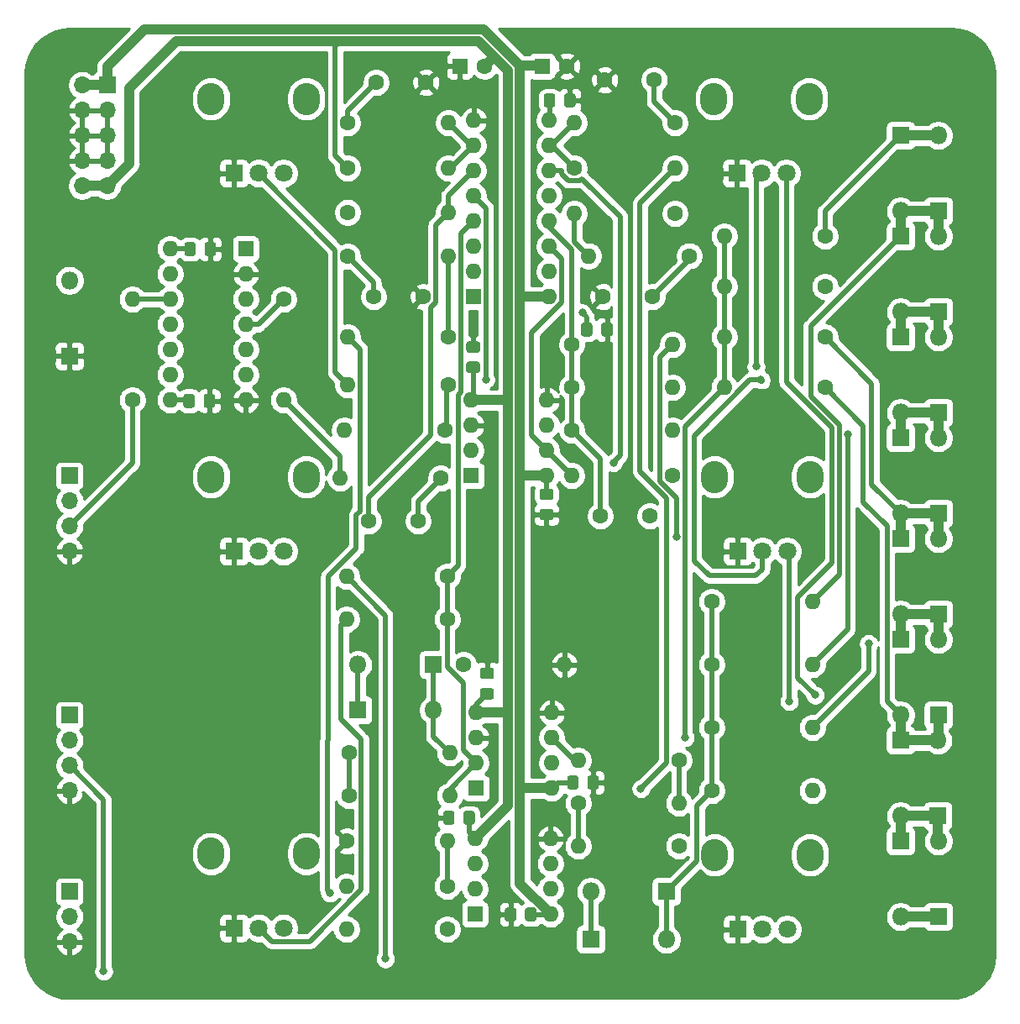
<source format=gbr>
G04 #@! TF.GenerationSoftware,KiCad,Pcbnew,5.1.6-c6e7f7d~86~ubuntu18.04.1*
G04 #@! TF.CreationDate,2020-06-20T10:04:16-04:00*
G04 #@! TF.ProjectId,wave_folder,77617665-5f66-46f6-9c64-65722e6b6963,rev?*
G04 #@! TF.SameCoordinates,Original*
G04 #@! TF.FileFunction,Copper,L1,Top*
G04 #@! TF.FilePolarity,Positive*
%FSLAX46Y46*%
G04 Gerber Fmt 4.6, Leading zero omitted, Abs format (unit mm)*
G04 Created by KiCad (PCBNEW 5.1.6-c6e7f7d~86~ubuntu18.04.1) date 2020-06-20 10:04:16*
%MOMM*%
%LPD*%
G01*
G04 APERTURE LIST*
G04 #@! TA.AperFunction,ComponentPad*
%ADD10O,1.600000X1.600000*%
G04 #@! TD*
G04 #@! TA.AperFunction,ComponentPad*
%ADD11R,1.600000X1.600000*%
G04 #@! TD*
G04 #@! TA.AperFunction,ComponentPad*
%ADD12O,2.720000X3.240000*%
G04 #@! TD*
G04 #@! TA.AperFunction,ComponentPad*
%ADD13C,1.800000*%
G04 #@! TD*
G04 #@! TA.AperFunction,ComponentPad*
%ADD14R,1.800000X1.800000*%
G04 #@! TD*
G04 #@! TA.AperFunction,ComponentPad*
%ADD15C,1.600000*%
G04 #@! TD*
G04 #@! TA.AperFunction,ComponentPad*
%ADD16O,1.700000X1.700000*%
G04 #@! TD*
G04 #@! TA.AperFunction,ComponentPad*
%ADD17R,1.700000X1.700000*%
G04 #@! TD*
G04 #@! TA.AperFunction,ComponentPad*
%ADD18O,1.800000X1.800000*%
G04 #@! TD*
G04 #@! TA.AperFunction,ViaPad*
%ADD19C,0.800000*%
G04 #@! TD*
G04 #@! TA.AperFunction,ViaPad*
%ADD20C,1.000000*%
G04 #@! TD*
G04 #@! TA.AperFunction,Conductor*
%ADD21C,0.500000*%
G04 #@! TD*
G04 #@! TA.AperFunction,Conductor*
%ADD22C,1.000000*%
G04 #@! TD*
G04 #@! TA.AperFunction,Conductor*
%ADD23C,0.254000*%
G04 #@! TD*
G04 APERTURE END LIST*
D10*
X142240000Y-73660000D03*
X149860000Y-88900000D03*
X142240000Y-76200000D03*
X149860000Y-86360000D03*
X142240000Y-78740000D03*
X149860000Y-83820000D03*
X142240000Y-81280000D03*
X149860000Y-81280000D03*
X142240000Y-83820000D03*
X149860000Y-78740000D03*
X142240000Y-86360000D03*
X149860000Y-76200000D03*
X142240000Y-88900000D03*
D11*
X149860000Y-73660000D03*
D10*
X180594000Y-140716000D03*
X172974000Y-133096000D03*
X180594000Y-138176000D03*
X172974000Y-135636000D03*
X180594000Y-135636000D03*
X172974000Y-138176000D03*
X180594000Y-133096000D03*
D11*
X172974000Y-140716000D03*
D10*
X180721000Y-128016000D03*
X173101000Y-120396000D03*
X180721000Y-125476000D03*
X173101000Y-122936000D03*
X180721000Y-122936000D03*
X173101000Y-125476000D03*
X180721000Y-120396000D03*
D11*
X173101000Y-128016000D03*
D10*
X180213000Y-96520000D03*
X172593000Y-88900000D03*
X180213000Y-93980000D03*
X172593000Y-91440000D03*
X180213000Y-91440000D03*
X172593000Y-93980000D03*
X180213000Y-88900000D03*
D11*
X172593000Y-96520000D03*
D10*
X180467000Y-78486000D03*
X172847000Y-60706000D03*
X180467000Y-75946000D03*
X172847000Y-63246000D03*
X180467000Y-73406000D03*
X172847000Y-65786000D03*
X180467000Y-70866000D03*
X172847000Y-68326000D03*
X180467000Y-68326000D03*
X172847000Y-70866000D03*
X180467000Y-65786000D03*
X172847000Y-73406000D03*
X180467000Y-63246000D03*
X172847000Y-75946000D03*
X180467000Y-60706000D03*
D11*
X172847000Y-78486000D03*
D12*
X197170000Y-134740000D03*
X206770000Y-134740000D03*
D13*
X204470000Y-142240000D03*
X201970000Y-142240000D03*
D14*
X199470000Y-142240000D03*
D12*
X146370000Y-134620000D03*
X155970000Y-134620000D03*
D13*
X153670000Y-142120000D03*
X151170000Y-142120000D03*
D14*
X148670000Y-142120000D03*
D12*
X197170000Y-96640000D03*
X206770000Y-96640000D03*
D13*
X204470000Y-104140000D03*
X201970000Y-104140000D03*
D14*
X199470000Y-104140000D03*
D12*
X146370000Y-96640000D03*
X155970000Y-96640000D03*
D13*
X153670000Y-104140000D03*
X151170000Y-104140000D03*
D14*
X148670000Y-104140000D03*
D12*
X197090000Y-58540000D03*
X206690000Y-58540000D03*
D13*
X204390000Y-66040000D03*
X201890000Y-66040000D03*
D14*
X199390000Y-66040000D03*
D12*
X146370000Y-58540000D03*
X155970000Y-58540000D03*
D13*
X153670000Y-66040000D03*
X151170000Y-66040000D03*
D14*
X148670000Y-66040000D03*
D10*
X183007000Y-60960000D03*
D15*
X193167000Y-60960000D03*
D10*
X183007000Y-70104000D03*
D15*
X193167000Y-70104000D03*
D10*
X193167000Y-65532000D03*
D15*
X183007000Y-65532000D03*
D10*
X184429400Y-74371200D03*
D15*
X194589400Y-74371200D03*
D10*
X182753000Y-96520000D03*
D15*
X192913000Y-96520000D03*
D10*
X192913000Y-83312000D03*
D15*
X182753000Y-83312000D03*
D10*
X192913000Y-87630000D03*
D15*
X182753000Y-87630000D03*
D10*
X192913000Y-91948000D03*
D15*
X182753000Y-91948000D03*
D10*
X138430000Y-78740000D03*
D15*
X138430000Y-88900000D03*
D10*
X153670000Y-88900000D03*
D15*
X153670000Y-78740000D03*
D10*
X181991000Y-115570000D03*
D15*
X171831000Y-115570000D03*
D10*
X170434000Y-124460000D03*
D15*
X160274000Y-124460000D03*
D10*
X170434000Y-128778000D03*
D15*
X160274000Y-128778000D03*
D10*
X160020000Y-106680000D03*
D15*
X170180000Y-106680000D03*
D10*
X160020000Y-110998000D03*
D15*
X170180000Y-110998000D03*
D10*
X160020000Y-142240000D03*
D15*
X170180000Y-142240000D03*
D10*
X160020000Y-137922000D03*
D15*
X170180000Y-137922000D03*
D10*
X170180000Y-133350000D03*
D15*
X160020000Y-133350000D03*
D10*
X170307000Y-74422000D03*
D15*
X160147000Y-74422000D03*
D10*
X170307000Y-65532000D03*
D15*
X160147000Y-65532000D03*
D10*
X160147000Y-82550000D03*
D15*
X170307000Y-82550000D03*
D10*
X170307000Y-60960000D03*
D15*
X160147000Y-60960000D03*
D10*
X170307000Y-69977000D03*
D15*
X160147000Y-69977000D03*
D10*
X160147000Y-87376000D03*
D15*
X170307000Y-87376000D03*
D10*
X159816800Y-91948000D03*
D15*
X169976800Y-91948000D03*
D10*
X159359600Y-96774000D03*
D15*
X169519600Y-96774000D03*
D10*
X183388000Y-133858000D03*
D15*
X193548000Y-133858000D03*
D10*
X193548000Y-129540000D03*
D15*
X183388000Y-129540000D03*
D10*
X207010000Y-128270000D03*
D15*
X196850000Y-128270000D03*
D10*
X207010000Y-121920000D03*
D15*
X196850000Y-121920000D03*
D10*
X207010000Y-115570000D03*
D15*
X196850000Y-115570000D03*
D10*
X207010000Y-109220000D03*
D15*
X196850000Y-109220000D03*
D10*
X183388000Y-125222000D03*
D15*
X193548000Y-125222000D03*
D10*
X198120000Y-87630000D03*
D15*
X208280000Y-87630000D03*
D10*
X198120000Y-82550000D03*
D15*
X208280000Y-82550000D03*
D10*
X198120000Y-77470000D03*
D15*
X208280000Y-77470000D03*
D10*
X198120000Y-72390000D03*
D15*
X208280000Y-72390000D03*
D16*
X133350000Y-67310000D03*
X135890000Y-67310000D03*
X133350000Y-64770000D03*
X135890000Y-64770000D03*
X133350000Y-62230000D03*
X135890000Y-62230000D03*
X133350000Y-59690000D03*
X135890000Y-59690000D03*
X133350000Y-57150000D03*
D17*
X135890000Y-57150000D03*
D16*
X132080000Y-104140000D03*
X132080000Y-101600000D03*
X132080000Y-99060000D03*
D17*
X132080000Y-96520000D03*
D16*
X132080000Y-128270000D03*
X132080000Y-125730000D03*
X132080000Y-123190000D03*
D17*
X132080000Y-120650000D03*
D16*
X132080000Y-143510000D03*
X132080000Y-140970000D03*
D17*
X132080000Y-138430000D03*
D18*
X132080000Y-76835000D03*
D14*
X132080000Y-84455000D03*
D18*
X168783000Y-120142000D03*
D14*
X161163000Y-120142000D03*
D18*
X161163000Y-115570000D03*
D14*
X168783000Y-115570000D03*
D18*
X184658000Y-138430000D03*
D14*
X192278000Y-138430000D03*
D18*
X192278000Y-143256000D03*
D14*
X184658000Y-143256000D03*
D18*
X219710000Y-133350000D03*
D14*
X219710000Y-140970000D03*
D18*
X219666000Y-123190000D03*
D14*
X219666000Y-130810000D03*
D18*
X219710000Y-113030000D03*
D14*
X219710000Y-120650000D03*
D18*
X219710000Y-102870000D03*
D14*
X219710000Y-110490000D03*
D18*
X219710000Y-92710000D03*
D14*
X219710000Y-100330000D03*
D18*
X219710000Y-82550000D03*
D14*
X219710000Y-90170000D03*
D18*
X219710000Y-72390000D03*
D14*
X219710000Y-80010000D03*
D18*
X219710000Y-62230000D03*
D14*
X219710000Y-69850000D03*
D18*
X215900000Y-140970000D03*
D14*
X215900000Y-133350000D03*
D18*
X215900000Y-130810000D03*
D14*
X215900000Y-123190000D03*
D18*
X215900000Y-120650000D03*
D14*
X215900000Y-113030000D03*
D18*
X215900000Y-110490000D03*
D14*
X215900000Y-102870000D03*
D18*
X215900000Y-100330000D03*
D14*
X215900000Y-92710000D03*
D18*
X215900000Y-90170000D03*
D14*
X215900000Y-82550000D03*
D18*
X215900000Y-80010000D03*
D14*
X215900000Y-72390000D03*
D18*
X215900000Y-69850000D03*
D14*
X215900000Y-62230000D03*
G04 #@! TA.AperFunction,SMDPad,CuDef*
G36*
G01*
X144724860Y-88533819D02*
X144724860Y-89433821D01*
G75*
G02*
X144474861Y-89683820I-249999J0D01*
G01*
X143824859Y-89683820D01*
G75*
G02*
X143574860Y-89433821I0J249999D01*
G01*
X143574860Y-88533819D01*
G75*
G02*
X143824859Y-88283820I249999J0D01*
G01*
X144474861Y-88283820D01*
G75*
G02*
X144724860Y-88533819I0J-249999D01*
G01*
G37*
G04 #@! TD.AperFunction*
G04 #@! TA.AperFunction,SMDPad,CuDef*
G36*
G01*
X146774860Y-88533819D02*
X146774860Y-89433821D01*
G75*
G02*
X146524861Y-89683820I-249999J0D01*
G01*
X145874859Y-89683820D01*
G75*
G02*
X145624860Y-89433821I0J249999D01*
G01*
X145624860Y-88533819D01*
G75*
G02*
X145874859Y-88283820I249999J0D01*
G01*
X146524861Y-88283820D01*
G75*
G02*
X146774860Y-88533819I0J-249999D01*
G01*
G37*
G04 #@! TD.AperFunction*
G04 #@! TA.AperFunction,SMDPad,CuDef*
G36*
G01*
X145721600Y-74135401D02*
X145721600Y-73235399D01*
G75*
G02*
X145971599Y-72985400I249999J0D01*
G01*
X146621601Y-72985400D01*
G75*
G02*
X146871600Y-73235399I0J-249999D01*
G01*
X146871600Y-74135401D01*
G75*
G02*
X146621601Y-74385400I-249999J0D01*
G01*
X145971599Y-74385400D01*
G75*
G02*
X145721600Y-74135401I0J249999D01*
G01*
G37*
G04 #@! TD.AperFunction*
G04 #@! TA.AperFunction,SMDPad,CuDef*
G36*
G01*
X143671600Y-74135401D02*
X143671600Y-73235399D01*
G75*
G02*
X143921599Y-72985400I249999J0D01*
G01*
X144571601Y-72985400D01*
G75*
G02*
X144821600Y-73235399I0J-249999D01*
G01*
X144821600Y-74135401D01*
G75*
G02*
X144571601Y-74385400I-249999J0D01*
G01*
X143921599Y-74385400D01*
G75*
G02*
X143671600Y-74135401I0J249999D01*
G01*
G37*
G04 #@! TD.AperFunction*
G04 #@! TA.AperFunction,SMDPad,CuDef*
G36*
G01*
X171825000Y-131450001D02*
X171825000Y-130549999D01*
G75*
G02*
X172074999Y-130300000I249999J0D01*
G01*
X172725001Y-130300000D01*
G75*
G02*
X172975000Y-130549999I0J-249999D01*
G01*
X172975000Y-131450001D01*
G75*
G02*
X172725001Y-131700000I-249999J0D01*
G01*
X172074999Y-131700000D01*
G75*
G02*
X171825000Y-131450001I0J249999D01*
G01*
G37*
G04 #@! TD.AperFunction*
G04 #@! TA.AperFunction,SMDPad,CuDef*
G36*
G01*
X169775000Y-131450001D02*
X169775000Y-130549999D01*
G75*
G02*
X170024999Y-130300000I249999J0D01*
G01*
X170675001Y-130300000D01*
G75*
G02*
X170925000Y-130549999I0J-249999D01*
G01*
X170925000Y-131450001D01*
G75*
G02*
X170675001Y-131700000I-249999J0D01*
G01*
X170024999Y-131700000D01*
G75*
G02*
X169775000Y-131450001I0J249999D01*
G01*
G37*
G04 #@! TD.AperFunction*
G04 #@! TA.AperFunction,SMDPad,CuDef*
G36*
G01*
X177137800Y-140291399D02*
X177137800Y-141191401D01*
G75*
G02*
X176887801Y-141441400I-249999J0D01*
G01*
X176237799Y-141441400D01*
G75*
G02*
X175987800Y-141191401I0J249999D01*
G01*
X175987800Y-140291399D01*
G75*
G02*
X176237799Y-140041400I249999J0D01*
G01*
X176887801Y-140041400D01*
G75*
G02*
X177137800Y-140291399I0J-249999D01*
G01*
G37*
G04 #@! TD.AperFunction*
G04 #@! TA.AperFunction,SMDPad,CuDef*
G36*
G01*
X179187800Y-140291399D02*
X179187800Y-141191401D01*
G75*
G02*
X178937801Y-141441400I-249999J0D01*
G01*
X178287799Y-141441400D01*
G75*
G02*
X178037800Y-141191401I0J249999D01*
G01*
X178037800Y-140291399D01*
G75*
G02*
X178287799Y-140041400I249999J0D01*
G01*
X178937801Y-140041400D01*
G75*
G02*
X179187800Y-140291399I0J-249999D01*
G01*
G37*
G04 #@! TD.AperFunction*
G04 #@! TA.AperFunction,SMDPad,CuDef*
G36*
G01*
X173749999Y-117925000D02*
X174650001Y-117925000D01*
G75*
G02*
X174900000Y-118174999I0J-249999D01*
G01*
X174900000Y-118825001D01*
G75*
G02*
X174650001Y-119075000I-249999J0D01*
G01*
X173749999Y-119075000D01*
G75*
G02*
X173500000Y-118825001I0J249999D01*
G01*
X173500000Y-118174999D01*
G75*
G02*
X173749999Y-117925000I249999J0D01*
G01*
G37*
G04 #@! TD.AperFunction*
G04 #@! TA.AperFunction,SMDPad,CuDef*
G36*
G01*
X173749999Y-115875000D02*
X174650001Y-115875000D01*
G75*
G02*
X174900000Y-116124999I0J-249999D01*
G01*
X174900000Y-116775001D01*
G75*
G02*
X174650001Y-117025000I-249999J0D01*
G01*
X173749999Y-117025000D01*
G75*
G02*
X173500000Y-116775001I0J249999D01*
G01*
X173500000Y-116124999D01*
G75*
G02*
X173749999Y-115875000I249999J0D01*
G01*
G37*
G04 #@! TD.AperFunction*
G04 #@! TA.AperFunction,SMDPad,CuDef*
G36*
G01*
X184325000Y-127900001D02*
X184325000Y-126999999D01*
G75*
G02*
X184574999Y-126750000I249999J0D01*
G01*
X185225001Y-126750000D01*
G75*
G02*
X185475000Y-126999999I0J-249999D01*
G01*
X185475000Y-127900001D01*
G75*
G02*
X185225001Y-128150000I-249999J0D01*
G01*
X184574999Y-128150000D01*
G75*
G02*
X184325000Y-127900001I0J249999D01*
G01*
G37*
G04 #@! TD.AperFunction*
G04 #@! TA.AperFunction,SMDPad,CuDef*
G36*
G01*
X182275000Y-127900001D02*
X182275000Y-126999999D01*
G75*
G02*
X182524999Y-126750000I249999J0D01*
G01*
X183175001Y-126750000D01*
G75*
G02*
X183425000Y-126999999I0J-249999D01*
G01*
X183425000Y-127900001D01*
G75*
G02*
X183175001Y-128150000I-249999J0D01*
G01*
X182524999Y-128150000D01*
G75*
G02*
X182275000Y-127900001I0J249999D01*
G01*
G37*
G04 #@! TD.AperFunction*
G04 #@! TA.AperFunction,SMDPad,CuDef*
G36*
G01*
X172349999Y-85025000D02*
X173250001Y-85025000D01*
G75*
G02*
X173500000Y-85274999I0J-249999D01*
G01*
X173500000Y-85925001D01*
G75*
G02*
X173250001Y-86175000I-249999J0D01*
G01*
X172349999Y-86175000D01*
G75*
G02*
X172100000Y-85925001I0J249999D01*
G01*
X172100000Y-85274999D01*
G75*
G02*
X172349999Y-85025000I249999J0D01*
G01*
G37*
G04 #@! TD.AperFunction*
G04 #@! TA.AperFunction,SMDPad,CuDef*
G36*
G01*
X172349999Y-82975000D02*
X173250001Y-82975000D01*
G75*
G02*
X173500000Y-83224999I0J-249999D01*
G01*
X173500000Y-83875001D01*
G75*
G02*
X173250001Y-84125000I-249999J0D01*
G01*
X172349999Y-84125000D01*
G75*
G02*
X172100000Y-83875001I0J249999D01*
G01*
X172100000Y-83224999D01*
G75*
G02*
X172349999Y-82975000I249999J0D01*
G01*
G37*
G04 #@! TD.AperFunction*
G04 #@! TA.AperFunction,SMDPad,CuDef*
G36*
G01*
X179749999Y-99875000D02*
X180650001Y-99875000D01*
G75*
G02*
X180900000Y-100124999I0J-249999D01*
G01*
X180900000Y-100775001D01*
G75*
G02*
X180650001Y-101025000I-249999J0D01*
G01*
X179749999Y-101025000D01*
G75*
G02*
X179500000Y-100775001I0J249999D01*
G01*
X179500000Y-100124999D01*
G75*
G02*
X179749999Y-99875000I249999J0D01*
G01*
G37*
G04 #@! TD.AperFunction*
G04 #@! TA.AperFunction,SMDPad,CuDef*
G36*
G01*
X179749999Y-97825000D02*
X180650001Y-97825000D01*
G75*
G02*
X180900000Y-98074999I0J-249999D01*
G01*
X180900000Y-98725001D01*
G75*
G02*
X180650001Y-98975000I-249999J0D01*
G01*
X179749999Y-98975000D01*
G75*
G02*
X179500000Y-98725001I0J249999D01*
G01*
X179500000Y-98074999D01*
G75*
G02*
X179749999Y-97825000I249999J0D01*
G01*
G37*
G04 #@! TD.AperFunction*
G04 #@! TA.AperFunction,SMDPad,CuDef*
G36*
G01*
X181075000Y-58249999D02*
X181075000Y-59150001D01*
G75*
G02*
X180825001Y-59400000I-249999J0D01*
G01*
X180174999Y-59400000D01*
G75*
G02*
X179925000Y-59150001I0J249999D01*
G01*
X179925000Y-58249999D01*
G75*
G02*
X180174999Y-58000000I249999J0D01*
G01*
X180825001Y-58000000D01*
G75*
G02*
X181075000Y-58249999I0J-249999D01*
G01*
G37*
G04 #@! TD.AperFunction*
G04 #@! TA.AperFunction,SMDPad,CuDef*
G36*
G01*
X183125000Y-58249999D02*
X183125000Y-59150001D01*
G75*
G02*
X182875001Y-59400000I-249999J0D01*
G01*
X182224999Y-59400000D01*
G75*
G02*
X181975000Y-59150001I0J249999D01*
G01*
X181975000Y-58249999D01*
G75*
G02*
X182224999Y-58000000I249999J0D01*
G01*
X182875001Y-58000000D01*
G75*
G02*
X183125000Y-58249999I0J-249999D01*
G01*
G37*
G04 #@! TD.AperFunction*
G04 #@! TA.AperFunction,SMDPad,CuDef*
G36*
G01*
X185725000Y-82250001D02*
X185725000Y-81349999D01*
G75*
G02*
X185974999Y-81100000I249999J0D01*
G01*
X186625001Y-81100000D01*
G75*
G02*
X186875000Y-81349999I0J-249999D01*
G01*
X186875000Y-82250001D01*
G75*
G02*
X186625001Y-82500000I-249999J0D01*
G01*
X185974999Y-82500000D01*
G75*
G02*
X185725000Y-82250001I0J249999D01*
G01*
G37*
G04 #@! TD.AperFunction*
G04 #@! TA.AperFunction,SMDPad,CuDef*
G36*
G01*
X183675000Y-82250001D02*
X183675000Y-81349999D01*
G75*
G02*
X183924999Y-81100000I249999J0D01*
G01*
X184575001Y-81100000D01*
G75*
G02*
X184825000Y-81349999I0J-249999D01*
G01*
X184825000Y-82250001D01*
G75*
G02*
X184575001Y-82500000I-249999J0D01*
G01*
X183924999Y-82500000D01*
G75*
G02*
X183675000Y-82250001I0J249999D01*
G01*
G37*
G04 #@! TD.AperFunction*
D15*
X173950000Y-55245000D03*
D11*
X171450000Y-55245000D03*
D15*
X182245000Y-55245000D03*
D11*
X179745000Y-55245000D03*
D15*
X186055000Y-56642000D03*
X191055000Y-56642000D03*
X185881000Y-78486000D03*
X190881000Y-78486000D03*
X185627000Y-100584000D03*
X190627000Y-100584000D03*
X167767000Y-78486000D03*
X162767000Y-78486000D03*
X168021000Y-56896000D03*
X163021000Y-56896000D03*
X167259000Y-101092000D03*
X162259000Y-101092000D03*
D19*
X174066200Y-86842600D03*
X180477160Y-86893400D03*
X185775600Y-88722200D03*
X185734960Y-91500960D03*
X173974760Y-99273360D03*
X180421280Y-83068160D03*
X173649640Y-106502200D03*
X172900000Y-80900000D03*
X195834000Y-83362800D03*
X195478400Y-88214200D03*
X183489600Y-102336600D03*
X184581800Y-106832400D03*
X155448000Y-114604800D03*
X154863800Y-120167400D03*
X154965400Y-126238000D03*
X201498200Y-114833400D03*
X201269600Y-121488200D03*
X211378800Y-130403600D03*
X211455000Y-125069600D03*
X191643000Y-74269600D03*
X191617600Y-68808600D03*
X187782200Y-65024000D03*
X164795200Y-71755000D03*
X165100000Y-68046600D03*
X148285200Y-69392800D03*
X141884400Y-94056200D03*
X138074400Y-125018800D03*
X138049000Y-120192800D03*
X137337800Y-114935000D03*
X139928600Y-140512800D03*
X139903200Y-136575800D03*
X139852400Y-144881600D03*
X139623800Y-148386800D03*
X150698200Y-144983200D03*
X160731200Y-145110200D03*
X166649400Y-143637000D03*
X180644800Y-143332200D03*
X179400200Y-148361400D03*
X188899800Y-143256000D03*
X189585600Y-148361400D03*
X206400400Y-147574000D03*
X154559000Y-72491600D03*
X157378400Y-69088000D03*
X157683200Y-55473600D03*
X160502600Y-57023000D03*
X179019200Y-57912000D03*
X205943200Y-70078600D03*
X205943200Y-79730600D03*
X210591400Y-75336400D03*
X210286600Y-81635600D03*
X213106000Y-78536800D03*
X202742800Y-90119200D03*
X190423800Y-108940600D03*
X174320200Y-113944400D03*
X165887400Y-112572800D03*
X165963600Y-107950000D03*
X166166800Y-120269000D03*
X165963600Y-125171200D03*
X166979600Y-130657600D03*
X175793400Y-133832600D03*
X183134000Y-140589000D03*
X164896800Y-93294200D03*
X163931600Y-83972400D03*
X156819600Y-83718400D03*
X188112400Y-130022600D03*
X188772800Y-121234200D03*
X165354000Y-139547600D03*
X183800000Y-80100000D03*
D20*
X176320589Y-61959587D03*
D19*
X210576781Y-92330445D03*
X212686900Y-113449100D03*
X189712600Y-128066800D03*
X158369000Y-138582400D03*
X135534400Y-146469100D03*
X204673200Y-119265700D03*
X207289400Y-118630700D03*
X194163001Y-122936000D03*
X201333100Y-85521800D03*
X163944300Y-145211800D03*
X201815700Y-86868000D03*
X193313001Y-102717600D03*
X186944000Y-95211900D03*
D21*
X172593000Y-93980000D02*
X172339000Y-93980000D01*
X174097001Y-69576001D02*
X172847000Y-68326000D01*
X174097001Y-83585999D02*
X174097001Y-69576001D01*
X169849800Y-96520000D02*
X170053000Y-96520000D01*
X167259000Y-101092000D02*
X167259000Y-99110800D01*
X167259000Y-99110800D02*
X169849800Y-96520000D01*
X174097001Y-83585999D02*
X174097001Y-86811799D01*
X174097001Y-86811799D02*
X174066200Y-86842600D01*
X170154600Y-87528400D02*
X170307000Y-87376000D01*
X169976800Y-91948000D02*
X170154600Y-91770200D01*
X170154600Y-91770200D02*
X170154600Y-87528400D01*
X170307000Y-68326000D02*
X172847000Y-65786000D01*
X170307000Y-69977000D02*
X170307000Y-68326000D01*
X169017001Y-71266999D02*
X170307000Y-69977000D01*
X168503600Y-79599402D02*
X169017001Y-79086001D01*
X168503600Y-92430600D02*
X168503600Y-79599402D01*
X162259000Y-101092000D02*
X162259000Y-98675200D01*
X169017001Y-79086001D02*
X169017001Y-71266999D01*
X162259000Y-98675200D02*
X168503600Y-92430600D01*
X172800000Y-83550000D02*
X172800000Y-81000000D01*
X172800000Y-81000000D02*
X172900000Y-80900000D01*
X160147000Y-59770000D02*
X163021000Y-56896000D01*
X160147000Y-60960000D02*
X160147000Y-59770000D01*
X162767000Y-77042000D02*
X160147000Y-74422000D01*
X162767000Y-78486000D02*
X162767000Y-77042000D01*
X182753000Y-91948000D02*
X182753000Y-87630000D01*
X182753000Y-87630000D02*
X182753000Y-83312000D01*
X185627000Y-94822000D02*
X185627000Y-100584000D01*
X182753000Y-91948000D02*
X185627000Y-94822000D01*
X180467000Y-71398762D02*
X180467000Y-70866000D01*
X182753000Y-73684762D02*
X180467000Y-71398762D01*
X182753000Y-83312000D02*
X182753000Y-73684762D01*
X180213000Y-93980000D02*
X182753000Y-96520000D01*
X181717001Y-74656001D02*
X180467000Y-73406000D01*
X181717001Y-79086001D02*
X181717001Y-74656001D01*
X180213000Y-93980000D02*
X178701700Y-92468700D01*
X178701700Y-82101302D02*
X181717001Y-79086001D01*
X178701700Y-92468700D02*
X178701700Y-82101302D01*
X194589400Y-74777600D02*
X194589400Y-74371200D01*
X190881000Y-78486000D02*
X194589400Y-74777600D01*
X191055000Y-58848000D02*
X193167000Y-60960000D01*
X190627000Y-56642000D02*
X191055000Y-57070000D01*
X191055000Y-57070000D02*
X191055000Y-58848000D01*
D22*
X133350000Y-57150000D02*
X135890000Y-57150000D01*
X177520600Y-137642600D02*
X180594000Y-140716000D01*
X180721000Y-128016000D02*
X177749200Y-128016000D01*
X177749200Y-128016000D02*
X177520600Y-127787400D01*
X177520600Y-127787400D02*
X177520600Y-137642600D01*
X177774600Y-96520000D02*
X177520600Y-96774000D01*
X180213000Y-96520000D02*
X177774600Y-96520000D01*
X177520600Y-96774000D02*
X177520600Y-127787400D01*
X177800000Y-78486000D02*
X177520600Y-78206600D01*
X180467000Y-78486000D02*
X177800000Y-78486000D01*
X177520600Y-78206600D02*
X177520600Y-96774000D01*
X177520600Y-55173529D02*
X177520600Y-78206600D01*
X179673529Y-55173529D02*
X179745000Y-55245000D01*
X177520600Y-55173529D02*
X179673529Y-55173529D01*
D21*
X180200000Y-96533000D02*
X180213000Y-96520000D01*
X180200000Y-98400000D02*
X180200000Y-96533000D01*
X181287000Y-127450000D02*
X180721000Y-128016000D01*
X182850000Y-127450000D02*
X181287000Y-127450000D01*
X180568600Y-140741400D02*
X180594000Y-140716000D01*
X178612800Y-140741400D02*
X180568600Y-140741400D01*
X184250000Y-81800000D02*
X184250000Y-80550000D01*
X184250000Y-80550000D02*
X183800000Y-80100000D01*
D22*
X139664990Y-51525010D02*
X173872081Y-51525010D01*
X135890000Y-55300000D02*
X139664990Y-51525010D01*
X135890000Y-57150000D02*
X135890000Y-55300000D01*
X173872081Y-51525010D02*
X177520600Y-55173529D01*
D21*
X144221200Y-73660000D02*
X144246600Y-73685400D01*
X142240000Y-73660000D02*
X144221200Y-73660000D01*
D22*
X135890000Y-67310000D02*
X133350000Y-67310000D01*
X172974000Y-133096000D02*
X176320589Y-129749411D01*
X173101000Y-120396000D02*
X176149000Y-120396000D01*
X176149000Y-120396000D02*
X176320589Y-120224411D01*
X176320589Y-129749411D02*
X176320589Y-120224411D01*
X172593000Y-88900000D02*
X176123600Y-88900000D01*
X176123600Y-88900000D02*
X176320589Y-89096989D01*
X176320589Y-120224411D02*
X176320589Y-89096989D01*
X176320589Y-89096989D02*
X176320589Y-61959587D01*
D21*
X159359600Y-94589600D02*
X153670000Y-88900000D01*
X159359600Y-96774000D02*
X159359600Y-94589600D01*
D22*
X176320589Y-56625591D02*
X176299999Y-56605001D01*
X176299999Y-56605001D02*
X176299999Y-55649999D01*
X176320589Y-61959587D02*
X176320589Y-56625591D01*
X174877100Y-54317900D02*
X174967900Y-54317900D01*
X173950000Y-55245000D02*
X174877100Y-54317900D01*
X176299999Y-55649999D02*
X174967900Y-54317900D01*
D21*
X180500000Y-60673000D02*
X180467000Y-60706000D01*
X180500000Y-58700000D02*
X180500000Y-60673000D01*
X172800000Y-88693000D02*
X172593000Y-88900000D01*
X172800000Y-85600000D02*
X172800000Y-88693000D01*
X173101000Y-119599000D02*
X174200000Y-118500000D01*
X173101000Y-120396000D02*
X173101000Y-119599000D01*
X172400000Y-132522000D02*
X172974000Y-133096000D01*
X172400000Y-131000000D02*
X172400000Y-132522000D01*
D22*
X174967900Y-54317900D02*
X173375021Y-52725021D01*
X173375021Y-52725021D02*
X159522459Y-52725021D01*
X138125200Y-65074800D02*
X135890000Y-67310000D01*
X142824200Y-52730400D02*
X138125200Y-57429400D01*
X159522459Y-52725021D02*
X159517080Y-52730400D01*
X138125200Y-57429400D02*
X138125200Y-65074800D01*
X159517080Y-52730400D02*
X142824200Y-52730400D01*
D21*
X158896999Y-53193001D02*
X159359600Y-52730400D01*
X160147000Y-65532000D02*
X158896999Y-64281999D01*
X158896999Y-64281999D02*
X158896999Y-53193001D01*
D22*
X159517080Y-52730400D02*
X157861000Y-52730400D01*
D21*
X142240000Y-88900000D02*
X144066040Y-88900000D01*
D22*
X219710000Y-72390000D02*
X219710000Y-69850000D01*
X219710000Y-69850000D02*
X215900000Y-69850000D01*
X215900000Y-69850000D02*
X215900000Y-72390000D01*
D21*
X206832200Y-81457800D02*
X215900000Y-72390000D01*
X206832200Y-88524715D02*
X206832200Y-81457800D01*
X209726771Y-91419286D02*
X206832200Y-88524715D01*
X207010000Y-109220000D02*
X209726771Y-106503229D01*
X209726771Y-106503229D02*
X209726771Y-91419286D01*
D22*
X219710000Y-62230000D02*
X215900000Y-62230000D01*
D21*
X208280000Y-69850000D02*
X215900000Y-62230000D01*
X208280000Y-72390000D02*
X208280000Y-69850000D01*
D22*
X215900000Y-80010000D02*
X219710000Y-80010000D01*
X215900000Y-80010000D02*
X215900000Y-82550000D01*
X219710000Y-80010000D02*
X219710000Y-82550000D01*
X219710000Y-90170000D02*
X215900000Y-90170000D01*
X215900000Y-90170000D02*
X215900000Y-92710000D01*
X219710000Y-90170000D02*
X219710000Y-92710000D01*
D21*
X207010000Y-115570000D02*
X210576781Y-112003219D01*
X210576781Y-112003219D02*
X210576781Y-92330445D01*
D22*
X219710000Y-100330000D02*
X215900000Y-100330000D01*
X215900000Y-100330000D02*
X215900000Y-102870000D01*
X219710000Y-100330000D02*
X219710000Y-102870000D01*
D21*
X212979000Y-87249000D02*
X208280000Y-82550000D01*
X215900000Y-100330000D02*
X212979000Y-97409000D01*
X212979000Y-97409000D02*
X212979000Y-87249000D01*
D22*
X219710000Y-110490000D02*
X215900000Y-110490000D01*
X215900000Y-110490000D02*
X215900000Y-113030000D01*
X219710000Y-110490000D02*
X219710000Y-113030000D01*
D21*
X207010000Y-121920000D02*
X212686900Y-116243100D01*
X212686900Y-116243100D02*
X212686900Y-113449100D01*
D22*
X219710000Y-123146000D02*
X219666000Y-123190000D01*
X219710000Y-120650000D02*
X219710000Y-123146000D01*
X219666000Y-123190000D02*
X215900000Y-123190000D01*
X215900000Y-123190000D02*
X215900000Y-120650000D01*
D21*
X208280000Y-87630000D02*
X212132633Y-91482633D01*
X212132633Y-99182893D02*
X214549999Y-101600259D01*
X214549999Y-119299999D02*
X215900000Y-120650000D01*
X214549999Y-101600259D02*
X214549999Y-119299999D01*
X212132633Y-91482633D02*
X212132633Y-99182893D01*
D22*
X219666000Y-130810000D02*
X215900000Y-130810000D01*
X215900000Y-130810000D02*
X215900000Y-133350000D01*
X219666000Y-133306000D02*
X219710000Y-133350000D01*
X219666000Y-130810000D02*
X219666000Y-133306000D01*
X219710000Y-140970000D02*
X215900000Y-140970000D01*
D21*
X160274000Y-128778000D02*
X160274000Y-124460000D01*
X192297999Y-125481401D02*
X189712600Y-128066800D01*
X192297999Y-98744964D02*
X192297999Y-125481401D01*
X193167000Y-65532000D02*
X189630999Y-69068001D01*
X189630999Y-96077964D02*
X192297999Y-98744964D01*
X189630999Y-69068001D02*
X189630999Y-96077964D01*
X192278000Y-138430000D02*
X192278000Y-143256000D01*
X183388000Y-133858000D02*
X183388000Y-129540000D01*
X196850000Y-121920000D02*
X196850000Y-128270000D01*
X196850000Y-121920000D02*
X196850000Y-115570000D01*
X196850000Y-115570000D02*
X196850000Y-109220000D01*
X195359990Y-135348010D02*
X192278000Y-138430000D01*
X195359990Y-129760010D02*
X195359990Y-135348010D01*
X196850000Y-128270000D02*
X195359990Y-129760010D01*
X184658000Y-143256000D02*
X184658000Y-138430000D01*
X170434000Y-128143000D02*
X173101000Y-125476000D01*
X170434000Y-128778000D02*
X170434000Y-128143000D01*
X170180000Y-106680000D02*
X170180000Y-110998000D01*
X161163000Y-115570000D02*
X161163000Y-120142000D01*
X170180000Y-115769002D02*
X170180000Y-110998000D01*
X171850999Y-117440001D02*
X170180000Y-115769002D01*
X171850999Y-124225999D02*
X171850999Y-117440001D01*
X173101000Y-125476000D02*
X171850999Y-124225999D01*
X171557001Y-88085997D02*
X171272200Y-88370798D01*
X171272200Y-105587800D02*
X170180000Y-106680000D01*
X171272200Y-88370798D02*
X171272200Y-105587800D01*
X172847000Y-70866000D02*
X171557001Y-72155999D01*
X171557001Y-72155999D02*
X171557001Y-88085997D01*
X168783000Y-115570000D02*
X168783000Y-120142000D01*
X168783000Y-122809000D02*
X170434000Y-124460000D01*
X168783000Y-120142000D02*
X168783000Y-122809000D01*
X158089600Y-138303000D02*
X158369000Y-138582400D01*
X158178500Y-123151900D02*
X158089600Y-123240800D01*
X161397001Y-83800001D02*
X161397001Y-100103997D01*
X160147000Y-82550000D02*
X161397001Y-83800001D01*
X161397001Y-100103997D02*
X161008999Y-100491999D01*
X161008999Y-100491999D02*
X161008999Y-103840999D01*
X158089600Y-123240800D02*
X158089600Y-138303000D01*
X161008999Y-103840999D02*
X158178500Y-106671498D01*
X158178500Y-106671498D02*
X158178500Y-123151900D01*
X135534400Y-129184400D02*
X132080000Y-125730000D01*
X135534400Y-146469100D02*
X135534400Y-129184400D01*
X204673200Y-104343200D02*
X204470000Y-104140000D01*
X204673200Y-119265700D02*
X204673200Y-104343200D01*
X204398880Y-66048880D02*
X204390000Y-66040000D01*
X204398880Y-87081360D02*
X204398880Y-66048880D01*
X205549500Y-116890800D02*
X205549500Y-108739940D01*
X209026760Y-91709240D02*
X204398880Y-87081360D01*
X205549500Y-108739940D02*
X209026760Y-105262680D01*
X209026760Y-105262680D02*
X209026760Y-91709240D01*
X207289400Y-118630700D02*
X205549500Y-116890800D01*
X138430000Y-95250000D02*
X132080000Y-101600000D01*
X138430000Y-88900000D02*
X138430000Y-95250000D01*
X198120000Y-72390000D02*
X198120000Y-77470000D01*
X198120000Y-77470000D02*
X198120000Y-82550000D01*
X198120000Y-82550000D02*
X198120000Y-87630000D01*
X183007000Y-125222000D02*
X180721000Y-122936000D01*
X183388000Y-125222000D02*
X183007000Y-125222000D01*
X194163001Y-91586999D02*
X198120000Y-87630000D01*
X194163001Y-122936000D02*
X194163001Y-122936000D01*
X194163001Y-122936000D02*
X194163001Y-91586999D01*
X193548000Y-129540000D02*
X193548000Y-125222000D01*
X201333100Y-66596900D02*
X201890000Y-66040000D01*
X201333100Y-85521800D02*
X201333100Y-66596900D01*
X158896999Y-73766999D02*
X151170000Y-66040000D01*
X158896999Y-86125999D02*
X158896999Y-73766999D01*
X160147000Y-87376000D02*
X158896999Y-86125999D01*
X172593000Y-63246000D02*
X170307000Y-60960000D01*
X172847000Y-63246000D02*
X172593000Y-63246000D01*
X170561000Y-65532000D02*
X172847000Y-63246000D01*
X170307000Y-65532000D02*
X170561000Y-65532000D01*
X170307000Y-82550000D02*
X170307000Y-74422000D01*
X170180000Y-133350000D02*
X170180000Y-137922000D01*
X151170000Y-142120000D02*
X152520001Y-143470001D01*
X161524001Y-123112999D02*
X159470010Y-121059008D01*
X161524001Y-138268001D02*
X161524001Y-123112999D01*
X159470010Y-121059008D02*
X159470010Y-111547990D01*
X152520001Y-143470001D02*
X156322001Y-143470001D01*
X159470010Y-111547990D02*
X160020000Y-110998000D01*
X156322001Y-143470001D02*
X161524001Y-138268001D01*
X163944300Y-110604300D02*
X160020000Y-106680000D01*
X163944300Y-145211800D02*
X163944300Y-110604300D01*
X151130000Y-81280000D02*
X153670000Y-78740000D01*
X149860000Y-81280000D02*
X151130000Y-81280000D01*
X138430000Y-78740000D02*
X142240000Y-78740000D01*
X201970000Y-87022300D02*
X201815700Y-86868000D01*
X200732002Y-86868000D02*
X201815700Y-86868000D01*
X201970000Y-105959280D02*
X201320400Y-106608880D01*
X201320400Y-106608880D02*
X196601080Y-106608880D01*
X196601080Y-106608880D02*
X195092320Y-105100120D01*
X195092320Y-105100120D02*
X195092320Y-92507682D01*
X201970000Y-104140000D02*
X201970000Y-105959280D01*
X195092320Y-92507682D02*
X200732002Y-86868000D01*
X191662999Y-97120001D02*
X191662999Y-84562001D01*
X193313001Y-98770003D02*
X191662999Y-97120001D01*
X191662999Y-84562001D02*
X192913000Y-83312000D01*
X193313001Y-102717600D02*
X193313001Y-98770003D01*
X187617100Y-94475938D02*
X186944000Y-95149038D01*
X187617100Y-70421500D02*
X187617100Y-94475938D01*
X181756999Y-65786000D02*
X181756999Y-66132001D01*
X181756999Y-66132001D02*
X182406999Y-66782001D01*
X180467000Y-65786000D02*
X181756999Y-65786000D01*
X182406999Y-66782001D02*
X183607001Y-66782001D01*
X183792301Y-66596701D02*
X187617100Y-70421500D01*
X186944000Y-95149038D02*
X186944000Y-95211900D01*
X183607001Y-66782001D02*
X183792301Y-66596701D01*
X183007000Y-72948800D02*
X184429400Y-74371200D01*
X183007000Y-70104000D02*
X183007000Y-72948800D01*
X180721000Y-63246000D02*
X183007000Y-60960000D01*
X180721000Y-63246000D02*
X183007000Y-65532000D01*
X180467000Y-63246000D02*
X180721000Y-63246000D01*
D23*
G36*
X135126860Y-54458009D02*
G01*
X135083552Y-54493551D01*
X134941717Y-54666377D01*
X134891019Y-54761227D01*
X134836324Y-54863554D01*
X134771423Y-55077502D01*
X134749509Y-55300000D01*
X134755001Y-55355761D01*
X134755001Y-55732317D01*
X134685506Y-55769463D01*
X134588815Y-55848815D01*
X134509463Y-55945506D01*
X134472317Y-56015000D01*
X134315107Y-56015000D01*
X134296632Y-55996525D01*
X134053411Y-55834010D01*
X133783158Y-55722068D01*
X133496260Y-55665000D01*
X133203740Y-55665000D01*
X132916842Y-55722068D01*
X132646589Y-55834010D01*
X132403368Y-55996525D01*
X132196525Y-56203368D01*
X132034010Y-56446589D01*
X131922068Y-56716842D01*
X131865000Y-57003740D01*
X131865000Y-57296260D01*
X131922068Y-57583158D01*
X132034010Y-57853411D01*
X132196525Y-58096632D01*
X132403368Y-58303475D01*
X132585534Y-58425195D01*
X132468645Y-58494822D01*
X132252412Y-58689731D01*
X132078359Y-58923080D01*
X131953175Y-59185901D01*
X131908524Y-59333110D01*
X132029845Y-59563000D01*
X133223000Y-59563000D01*
X133223000Y-59543000D01*
X133477000Y-59543000D01*
X133477000Y-59563000D01*
X135763000Y-59563000D01*
X135763000Y-59543000D01*
X136017000Y-59543000D01*
X136017000Y-59563000D01*
X136037000Y-59563000D01*
X136037000Y-59817000D01*
X136017000Y-59817000D01*
X136017000Y-62103000D01*
X136037000Y-62103000D01*
X136037000Y-62357000D01*
X136017000Y-62357000D01*
X136017000Y-64643000D01*
X136037000Y-64643000D01*
X136037000Y-64897000D01*
X136017000Y-64897000D01*
X136017000Y-64917000D01*
X135763000Y-64917000D01*
X135763000Y-64897000D01*
X133477000Y-64897000D01*
X133477000Y-64917000D01*
X133223000Y-64917000D01*
X133223000Y-64897000D01*
X132029845Y-64897000D01*
X131908524Y-65126890D01*
X131953175Y-65274099D01*
X132078359Y-65536920D01*
X132252412Y-65770269D01*
X132468645Y-65965178D01*
X132585534Y-66034805D01*
X132403368Y-66156525D01*
X132196525Y-66363368D01*
X132034010Y-66606589D01*
X131922068Y-66876842D01*
X131865000Y-67163740D01*
X131865000Y-67456260D01*
X131922068Y-67743158D01*
X132034010Y-68013411D01*
X132196525Y-68256632D01*
X132403368Y-68463475D01*
X132646589Y-68625990D01*
X132916842Y-68737932D01*
X133203740Y-68795000D01*
X133496260Y-68795000D01*
X133783158Y-68737932D01*
X134053411Y-68625990D01*
X134296632Y-68463475D01*
X134315107Y-68445000D01*
X134924893Y-68445000D01*
X134943368Y-68463475D01*
X135186589Y-68625990D01*
X135456842Y-68737932D01*
X135743740Y-68795000D01*
X136036260Y-68795000D01*
X136323158Y-68737932D01*
X136593411Y-68625990D01*
X136836632Y-68463475D01*
X137043475Y-68256632D01*
X137205990Y-68013411D01*
X137317932Y-67743158D01*
X137375000Y-67456260D01*
X137375000Y-67430131D01*
X137865131Y-66940000D01*
X147131928Y-66940000D01*
X147144188Y-67064482D01*
X147180498Y-67184180D01*
X147239463Y-67294494D01*
X147318815Y-67391185D01*
X147415506Y-67470537D01*
X147525820Y-67529502D01*
X147645518Y-67565812D01*
X147770000Y-67578072D01*
X148384250Y-67575000D01*
X148543000Y-67416250D01*
X148543000Y-66167000D01*
X147293750Y-66167000D01*
X147135000Y-66325750D01*
X147131928Y-66940000D01*
X137865131Y-66940000D01*
X138888341Y-65916791D01*
X138931649Y-65881249D01*
X139073484Y-65708423D01*
X139178876Y-65511247D01*
X139243777Y-65297299D01*
X139257872Y-65154194D01*
X139259269Y-65140000D01*
X147131928Y-65140000D01*
X147135000Y-65754250D01*
X147293750Y-65913000D01*
X148543000Y-65913000D01*
X148543000Y-64663750D01*
X148384250Y-64505000D01*
X147770000Y-64501928D01*
X147645518Y-64514188D01*
X147525820Y-64550498D01*
X147415506Y-64609463D01*
X147318815Y-64688815D01*
X147239463Y-64785506D01*
X147180498Y-64895820D01*
X147144188Y-65015518D01*
X147131928Y-65140000D01*
X139259269Y-65140000D01*
X139265691Y-65074801D01*
X139260200Y-65019049D01*
X139260200Y-58182002D01*
X144375000Y-58182002D01*
X144375000Y-58897997D01*
X144403867Y-59191087D01*
X144517943Y-59567146D01*
X144703193Y-59913725D01*
X144952497Y-60217503D01*
X145256275Y-60466807D01*
X145602853Y-60652057D01*
X145978912Y-60766133D01*
X146370000Y-60804652D01*
X146761087Y-60766133D01*
X147137146Y-60652057D01*
X147483725Y-60466807D01*
X147787503Y-60217503D01*
X148036807Y-59913725D01*
X148222057Y-59567147D01*
X148336133Y-59191088D01*
X148365000Y-58897998D01*
X148365000Y-58182003D01*
X148365000Y-58182002D01*
X153975000Y-58182002D01*
X153975000Y-58897997D01*
X154003867Y-59191087D01*
X154117943Y-59567146D01*
X154303193Y-59913725D01*
X154552497Y-60217503D01*
X154856275Y-60466807D01*
X155202853Y-60652057D01*
X155578912Y-60766133D01*
X155970000Y-60804652D01*
X156361087Y-60766133D01*
X156737146Y-60652057D01*
X157083725Y-60466807D01*
X157387503Y-60217503D01*
X157636807Y-59913725D01*
X157822057Y-59567147D01*
X157936133Y-59191088D01*
X157965000Y-58897998D01*
X157965000Y-58182003D01*
X157936133Y-57888913D01*
X157822057Y-57512853D01*
X157636807Y-57166275D01*
X157387503Y-56862497D01*
X157083725Y-56613193D01*
X156737147Y-56427943D01*
X156361088Y-56313867D01*
X155970000Y-56275348D01*
X155578913Y-56313867D01*
X155202854Y-56427943D01*
X154856276Y-56613193D01*
X154552498Y-56862497D01*
X154303193Y-57166275D01*
X154117943Y-57512853D01*
X154003867Y-57888912D01*
X153975000Y-58182002D01*
X148365000Y-58182002D01*
X148336133Y-57888913D01*
X148222057Y-57512853D01*
X148036807Y-57166275D01*
X147787503Y-56862497D01*
X147483725Y-56613193D01*
X147137147Y-56427943D01*
X146761088Y-56313867D01*
X146370000Y-56275348D01*
X145978913Y-56313867D01*
X145602854Y-56427943D01*
X145256276Y-56613193D01*
X144952498Y-56862497D01*
X144703193Y-57166275D01*
X144517943Y-57512853D01*
X144403867Y-57888912D01*
X144375000Y-58182002D01*
X139260200Y-58182002D01*
X139260200Y-57899531D01*
X143294333Y-53865400D01*
X158012000Y-53865400D01*
X158011999Y-64238530D01*
X158007718Y-64281999D01*
X158011999Y-64325468D01*
X158011999Y-64325475D01*
X158024804Y-64455488D01*
X158075410Y-64622311D01*
X158157588Y-64776057D01*
X158268182Y-64910816D01*
X158301955Y-64938533D01*
X158718983Y-65355561D01*
X158712000Y-65390665D01*
X158712000Y-65673335D01*
X158767147Y-65950574D01*
X158875320Y-66211727D01*
X159032363Y-66446759D01*
X159232241Y-66646637D01*
X159467273Y-66803680D01*
X159728426Y-66911853D01*
X160005665Y-66967000D01*
X160288335Y-66967000D01*
X160565574Y-66911853D01*
X160826727Y-66803680D01*
X161061759Y-66646637D01*
X161261637Y-66446759D01*
X161418680Y-66211727D01*
X161526853Y-65950574D01*
X161582000Y-65673335D01*
X161582000Y-65390665D01*
X161526853Y-65113426D01*
X161418680Y-64852273D01*
X161261637Y-64617241D01*
X161061759Y-64417363D01*
X160826727Y-64260320D01*
X160565574Y-64152147D01*
X160288335Y-64097000D01*
X160005665Y-64097000D01*
X159970561Y-64103983D01*
X159781999Y-63915421D01*
X159781999Y-62350509D01*
X160005665Y-62395000D01*
X160288335Y-62395000D01*
X160565574Y-62339853D01*
X160826727Y-62231680D01*
X161061759Y-62074637D01*
X161261637Y-61874759D01*
X161418680Y-61639727D01*
X161526853Y-61378574D01*
X161582000Y-61101335D01*
X161582000Y-60818665D01*
X161526853Y-60541426D01*
X161418680Y-60280273D01*
X161261637Y-60045241D01*
X161192487Y-59976091D01*
X162844561Y-58324017D01*
X162879665Y-58331000D01*
X163162335Y-58331000D01*
X163439574Y-58275853D01*
X163700727Y-58167680D01*
X163935759Y-58010637D01*
X164057694Y-57888702D01*
X167207903Y-57888702D01*
X167279486Y-58132671D01*
X167534996Y-58253571D01*
X167809184Y-58322300D01*
X168091512Y-58336217D01*
X168371130Y-58294787D01*
X168637292Y-58199603D01*
X168762514Y-58132671D01*
X168834097Y-57888702D01*
X168021000Y-57075605D01*
X167207903Y-57888702D01*
X164057694Y-57888702D01*
X164135637Y-57810759D01*
X164292680Y-57575727D01*
X164400853Y-57314574D01*
X164456000Y-57037335D01*
X164456000Y-56966512D01*
X166580783Y-56966512D01*
X166622213Y-57246130D01*
X166717397Y-57512292D01*
X166784329Y-57637514D01*
X167028298Y-57709097D01*
X167841395Y-56896000D01*
X168200605Y-56896000D01*
X169013702Y-57709097D01*
X169257671Y-57637514D01*
X169378571Y-57382004D01*
X169447300Y-57107816D01*
X169461217Y-56825488D01*
X169419787Y-56545870D01*
X169324603Y-56279708D01*
X169257671Y-56154486D01*
X169013702Y-56082903D01*
X168200605Y-56896000D01*
X167841395Y-56896000D01*
X167028298Y-56082903D01*
X166784329Y-56154486D01*
X166663429Y-56409996D01*
X166594700Y-56684184D01*
X166580783Y-56966512D01*
X164456000Y-56966512D01*
X164456000Y-56754665D01*
X164400853Y-56477426D01*
X164292680Y-56216273D01*
X164135637Y-55981241D01*
X164057694Y-55903298D01*
X167207903Y-55903298D01*
X168021000Y-56716395D01*
X168692395Y-56045000D01*
X170011928Y-56045000D01*
X170024188Y-56169482D01*
X170060498Y-56289180D01*
X170119463Y-56399494D01*
X170198815Y-56496185D01*
X170295506Y-56575537D01*
X170405820Y-56634502D01*
X170525518Y-56670812D01*
X170650000Y-56683072D01*
X171164250Y-56680000D01*
X171323000Y-56521250D01*
X171323000Y-55372000D01*
X170173750Y-55372000D01*
X170015000Y-55530750D01*
X170011928Y-56045000D01*
X168692395Y-56045000D01*
X168834097Y-55903298D01*
X168762514Y-55659329D01*
X168507004Y-55538429D01*
X168232816Y-55469700D01*
X167950488Y-55455783D01*
X167670870Y-55497213D01*
X167404708Y-55592397D01*
X167279486Y-55659329D01*
X167207903Y-55903298D01*
X164057694Y-55903298D01*
X163935759Y-55781363D01*
X163700727Y-55624320D01*
X163439574Y-55516147D01*
X163162335Y-55461000D01*
X162879665Y-55461000D01*
X162602426Y-55516147D01*
X162341273Y-55624320D01*
X162106241Y-55781363D01*
X161906363Y-55981241D01*
X161749320Y-56216273D01*
X161641147Y-56477426D01*
X161586000Y-56754665D01*
X161586000Y-57037335D01*
X161592983Y-57072439D01*
X159781999Y-58883423D01*
X159781999Y-53860021D01*
X170397358Y-53860021D01*
X170295506Y-53914463D01*
X170198815Y-53993815D01*
X170119463Y-54090506D01*
X170060498Y-54200820D01*
X170024188Y-54320518D01*
X170011928Y-54445000D01*
X170015000Y-54959250D01*
X170173750Y-55118000D01*
X171323000Y-55118000D01*
X171323000Y-55098000D01*
X171577000Y-55098000D01*
X171577000Y-55118000D01*
X171597000Y-55118000D01*
X171597000Y-55372000D01*
X171577000Y-55372000D01*
X171577000Y-56521250D01*
X171735750Y-56680000D01*
X172250000Y-56683072D01*
X172374482Y-56670812D01*
X172494180Y-56634502D01*
X172604494Y-56575537D01*
X172701185Y-56496185D01*
X172780537Y-56399494D01*
X172839502Y-56289180D01*
X172868661Y-56193057D01*
X173035241Y-56359637D01*
X173270273Y-56516680D01*
X173531426Y-56624853D01*
X173808665Y-56680000D01*
X174091335Y-56680000D01*
X174368574Y-56624853D01*
X174629727Y-56516680D01*
X174864759Y-56359637D01*
X175064637Y-56159759D01*
X175120709Y-56075841D01*
X175164999Y-56120131D01*
X175164999Y-56549250D01*
X175159508Y-56605001D01*
X175164999Y-56660752D01*
X175181422Y-56827499D01*
X175185590Y-56841239D01*
X175185589Y-61847799D01*
X175185589Y-62071375D01*
X175185590Y-62071380D01*
X175185589Y-87765000D01*
X174543914Y-87765000D01*
X174556456Y-87759805D01*
X174725974Y-87646537D01*
X174870137Y-87502374D01*
X174983405Y-87332856D01*
X175061426Y-87144498D01*
X175101200Y-86944539D01*
X175101200Y-86740661D01*
X175061426Y-86540702D01*
X174983405Y-86352344D01*
X174982001Y-86350243D01*
X174982001Y-69619466D01*
X174986282Y-69576000D01*
X174982001Y-69532534D01*
X174982001Y-69532524D01*
X174969196Y-69402511D01*
X174918590Y-69235688D01*
X174836412Y-69081942D01*
X174789290Y-69024524D01*
X174753533Y-68980954D01*
X174753531Y-68980952D01*
X174725818Y-68947184D01*
X174692050Y-68919471D01*
X174275017Y-68502439D01*
X174282000Y-68467335D01*
X174282000Y-68184665D01*
X174226853Y-67907426D01*
X174118680Y-67646273D01*
X173961637Y-67411241D01*
X173761759Y-67211363D01*
X173529241Y-67056000D01*
X173761759Y-66900637D01*
X173961637Y-66700759D01*
X174118680Y-66465727D01*
X174226853Y-66204574D01*
X174282000Y-65927335D01*
X174282000Y-65644665D01*
X174226853Y-65367426D01*
X174118680Y-65106273D01*
X173961637Y-64871241D01*
X173761759Y-64671363D01*
X173529241Y-64516000D01*
X173761759Y-64360637D01*
X173961637Y-64160759D01*
X174118680Y-63925727D01*
X174226853Y-63664574D01*
X174282000Y-63387335D01*
X174282000Y-63104665D01*
X174226853Y-62827426D01*
X174118680Y-62566273D01*
X173961637Y-62331241D01*
X173761759Y-62131363D01*
X173526727Y-61974320D01*
X173516135Y-61969933D01*
X173702131Y-61858385D01*
X173910519Y-61669414D01*
X174078037Y-61443420D01*
X174198246Y-61189087D01*
X174238904Y-61055039D01*
X174116915Y-60833000D01*
X172974000Y-60833000D01*
X172974000Y-60853000D01*
X172720000Y-60853000D01*
X172720000Y-60833000D01*
X172700000Y-60833000D01*
X172700000Y-60579000D01*
X172720000Y-60579000D01*
X172720000Y-59435376D01*
X172974000Y-59435376D01*
X172974000Y-60579000D01*
X174116915Y-60579000D01*
X174238904Y-60356961D01*
X174198246Y-60222913D01*
X174078037Y-59968580D01*
X173910519Y-59742586D01*
X173702131Y-59553615D01*
X173460881Y-59408930D01*
X173196040Y-59314091D01*
X172974000Y-59435376D01*
X172720000Y-59435376D01*
X172497960Y-59314091D01*
X172233119Y-59408930D01*
X171991869Y-59553615D01*
X171783481Y-59742586D01*
X171615963Y-59968580D01*
X171514232Y-60183819D01*
X171421637Y-60045241D01*
X171221759Y-59845363D01*
X170986727Y-59688320D01*
X170725574Y-59580147D01*
X170448335Y-59525000D01*
X170165665Y-59525000D01*
X169888426Y-59580147D01*
X169627273Y-59688320D01*
X169392241Y-59845363D01*
X169192363Y-60045241D01*
X169035320Y-60280273D01*
X168927147Y-60541426D01*
X168872000Y-60818665D01*
X168872000Y-61101335D01*
X168927147Y-61378574D01*
X169035320Y-61639727D01*
X169192363Y-61874759D01*
X169392241Y-62074637D01*
X169627273Y-62231680D01*
X169888426Y-62339853D01*
X170165665Y-62395000D01*
X170448335Y-62395000D01*
X170483439Y-62388017D01*
X171412000Y-63316579D01*
X171412000Y-63387335D01*
X171418983Y-63422439D01*
X170695297Y-64146124D01*
X170448335Y-64097000D01*
X170165665Y-64097000D01*
X169888426Y-64152147D01*
X169627273Y-64260320D01*
X169392241Y-64417363D01*
X169192363Y-64617241D01*
X169035320Y-64852273D01*
X168927147Y-65113426D01*
X168872000Y-65390665D01*
X168872000Y-65673335D01*
X168927147Y-65950574D01*
X169035320Y-66211727D01*
X169192363Y-66446759D01*
X169392241Y-66646637D01*
X169627273Y-66803680D01*
X169888426Y-66911853D01*
X170165665Y-66967000D01*
X170414422Y-66967000D01*
X169711951Y-67669471D01*
X169678184Y-67697183D01*
X169650471Y-67730951D01*
X169650468Y-67730954D01*
X169567590Y-67831941D01*
X169485412Y-67985687D01*
X169434805Y-68152510D01*
X169417719Y-68326000D01*
X169422001Y-68369479D01*
X169422001Y-68842478D01*
X169392241Y-68862363D01*
X169192363Y-69062241D01*
X169035320Y-69297273D01*
X168927147Y-69558426D01*
X168872000Y-69835665D01*
X168872000Y-70118335D01*
X168878983Y-70153439D01*
X168421952Y-70610470D01*
X168388185Y-70638182D01*
X168360472Y-70671950D01*
X168360469Y-70671953D01*
X168277591Y-70772940D01*
X168195413Y-70926686D01*
X168144806Y-71093509D01*
X168127720Y-71266999D01*
X168132002Y-71310478D01*
X168132001Y-77098098D01*
X167978816Y-77059700D01*
X167696488Y-77045783D01*
X167416870Y-77087213D01*
X167150708Y-77182397D01*
X167025486Y-77249329D01*
X166953903Y-77493298D01*
X167767000Y-78306395D01*
X167781143Y-78292253D01*
X167960748Y-78471858D01*
X167946605Y-78486000D01*
X167960748Y-78500143D01*
X167781143Y-78679748D01*
X167767000Y-78665605D01*
X166953903Y-79478702D01*
X167025486Y-79722671D01*
X167280996Y-79843571D01*
X167555184Y-79912300D01*
X167618601Y-79915426D01*
X167618600Y-92064021D01*
X162282001Y-97400621D01*
X162282001Y-83843466D01*
X162286282Y-83800000D01*
X162282001Y-83756534D01*
X162282001Y-83756524D01*
X162269196Y-83626511D01*
X162218590Y-83459688D01*
X162136412Y-83305942D01*
X162086961Y-83245686D01*
X162053533Y-83204954D01*
X162053531Y-83204952D01*
X162025818Y-83171184D01*
X161992051Y-83143472D01*
X161575017Y-82726439D01*
X161582000Y-82691335D01*
X161582000Y-82408665D01*
X161526853Y-82131426D01*
X161418680Y-81870273D01*
X161261637Y-81635241D01*
X161061759Y-81435363D01*
X160826727Y-81278320D01*
X160565574Y-81170147D01*
X160288335Y-81115000D01*
X160005665Y-81115000D01*
X159781999Y-81159491D01*
X159781999Y-75812509D01*
X160005665Y-75857000D01*
X160288335Y-75857000D01*
X160323439Y-75850017D01*
X161848513Y-77375091D01*
X161652363Y-77571241D01*
X161495320Y-77806273D01*
X161387147Y-78067426D01*
X161332000Y-78344665D01*
X161332000Y-78627335D01*
X161387147Y-78904574D01*
X161495320Y-79165727D01*
X161652363Y-79400759D01*
X161852241Y-79600637D01*
X162087273Y-79757680D01*
X162348426Y-79865853D01*
X162625665Y-79921000D01*
X162908335Y-79921000D01*
X163185574Y-79865853D01*
X163446727Y-79757680D01*
X163681759Y-79600637D01*
X163881637Y-79400759D01*
X164038680Y-79165727D01*
X164146853Y-78904574D01*
X164202000Y-78627335D01*
X164202000Y-78556512D01*
X166326783Y-78556512D01*
X166368213Y-78836130D01*
X166463397Y-79102292D01*
X166530329Y-79227514D01*
X166774298Y-79299097D01*
X167587395Y-78486000D01*
X166774298Y-77672903D01*
X166530329Y-77744486D01*
X166409429Y-77999996D01*
X166340700Y-78274184D01*
X166326783Y-78556512D01*
X164202000Y-78556512D01*
X164202000Y-78344665D01*
X164146853Y-78067426D01*
X164038680Y-77806273D01*
X163881637Y-77571241D01*
X163681759Y-77371363D01*
X163652000Y-77351479D01*
X163652000Y-77085469D01*
X163656281Y-77042000D01*
X163652000Y-76998531D01*
X163652000Y-76998523D01*
X163639195Y-76868510D01*
X163615462Y-76790273D01*
X163588589Y-76701686D01*
X163506411Y-76547941D01*
X163423532Y-76446953D01*
X163423530Y-76446951D01*
X163395817Y-76413183D01*
X163362049Y-76385470D01*
X161575017Y-74598439D01*
X161582000Y-74563335D01*
X161582000Y-74280665D01*
X161526853Y-74003426D01*
X161418680Y-73742273D01*
X161261637Y-73507241D01*
X161061759Y-73307363D01*
X160826727Y-73150320D01*
X160565574Y-73042147D01*
X160288335Y-72987000D01*
X160005665Y-72987000D01*
X159728426Y-73042147D01*
X159516008Y-73130133D01*
X159492048Y-73110469D01*
X156217244Y-69835665D01*
X158712000Y-69835665D01*
X158712000Y-70118335D01*
X158767147Y-70395574D01*
X158875320Y-70656727D01*
X159032363Y-70891759D01*
X159232241Y-71091637D01*
X159467273Y-71248680D01*
X159728426Y-71356853D01*
X160005665Y-71412000D01*
X160288335Y-71412000D01*
X160565574Y-71356853D01*
X160826727Y-71248680D01*
X161061759Y-71091637D01*
X161261637Y-70891759D01*
X161418680Y-70656727D01*
X161526853Y-70395574D01*
X161582000Y-70118335D01*
X161582000Y-69835665D01*
X161526853Y-69558426D01*
X161418680Y-69297273D01*
X161261637Y-69062241D01*
X161061759Y-68862363D01*
X160826727Y-68705320D01*
X160565574Y-68597147D01*
X160288335Y-68542000D01*
X160005665Y-68542000D01*
X159728426Y-68597147D01*
X159467273Y-68705320D01*
X159232241Y-68862363D01*
X159032363Y-69062241D01*
X158875320Y-69297273D01*
X158767147Y-69558426D01*
X158712000Y-69835665D01*
X156217244Y-69835665D01*
X153934115Y-67552537D01*
X154117743Y-67516011D01*
X154397095Y-67400299D01*
X154648505Y-67232312D01*
X154862312Y-67018505D01*
X155030299Y-66767095D01*
X155146011Y-66487743D01*
X155205000Y-66191184D01*
X155205000Y-65888816D01*
X155146011Y-65592257D01*
X155030299Y-65312905D01*
X154862312Y-65061495D01*
X154648505Y-64847688D01*
X154397095Y-64679701D01*
X154117743Y-64563989D01*
X153821184Y-64505000D01*
X153518816Y-64505000D01*
X153222257Y-64563989D01*
X152942905Y-64679701D01*
X152691495Y-64847688D01*
X152477688Y-65061495D01*
X152420000Y-65147831D01*
X152362312Y-65061495D01*
X152148505Y-64847688D01*
X151897095Y-64679701D01*
X151617743Y-64563989D01*
X151321184Y-64505000D01*
X151018816Y-64505000D01*
X150722257Y-64563989D01*
X150442905Y-64679701D01*
X150191495Y-64847688D01*
X150153880Y-64885303D01*
X150100537Y-64785506D01*
X150021185Y-64688815D01*
X149924494Y-64609463D01*
X149814180Y-64550498D01*
X149694482Y-64514188D01*
X149570000Y-64501928D01*
X148955750Y-64505000D01*
X148797000Y-64663750D01*
X148797000Y-65913000D01*
X148817000Y-65913000D01*
X148817000Y-66167000D01*
X148797000Y-66167000D01*
X148797000Y-67416250D01*
X148955750Y-67575000D01*
X149570000Y-67578072D01*
X149694482Y-67565812D01*
X149814180Y-67529502D01*
X149924494Y-67470537D01*
X150021185Y-67391185D01*
X150100537Y-67294494D01*
X150153880Y-67194697D01*
X150191495Y-67232312D01*
X150442905Y-67400299D01*
X150722257Y-67516011D01*
X151018816Y-67575000D01*
X151321184Y-67575000D01*
X151431482Y-67553060D01*
X158012000Y-74133579D01*
X158011999Y-86082530D01*
X158007718Y-86125999D01*
X158011999Y-86169468D01*
X158011999Y-86169475D01*
X158024804Y-86299488D01*
X158075410Y-86466311D01*
X158157588Y-86620057D01*
X158268182Y-86754816D01*
X158301955Y-86782533D01*
X158718983Y-87199561D01*
X158712000Y-87234665D01*
X158712000Y-87517335D01*
X158767147Y-87794574D01*
X158875320Y-88055727D01*
X159032363Y-88290759D01*
X159232241Y-88490637D01*
X159467273Y-88647680D01*
X159728426Y-88755853D01*
X160005665Y-88811000D01*
X160288335Y-88811000D01*
X160512001Y-88766509D01*
X160512001Y-90686660D01*
X160496527Y-90676320D01*
X160235374Y-90568147D01*
X159958135Y-90513000D01*
X159675465Y-90513000D01*
X159398226Y-90568147D01*
X159137073Y-90676320D01*
X158902041Y-90833363D01*
X158702163Y-91033241D01*
X158545120Y-91268273D01*
X158436947Y-91529426D01*
X158381800Y-91806665D01*
X158381800Y-92089335D01*
X158436947Y-92366574D01*
X158471450Y-92449871D01*
X155098017Y-89076439D01*
X155105000Y-89041335D01*
X155105000Y-88758665D01*
X155049853Y-88481426D01*
X154941680Y-88220273D01*
X154784637Y-87985241D01*
X154584759Y-87785363D01*
X154349727Y-87628320D01*
X154088574Y-87520147D01*
X153811335Y-87465000D01*
X153528665Y-87465000D01*
X153251426Y-87520147D01*
X152990273Y-87628320D01*
X152755241Y-87785363D01*
X152555363Y-87985241D01*
X152398320Y-88220273D01*
X152290147Y-88481426D01*
X152235000Y-88758665D01*
X152235000Y-89041335D01*
X152290147Y-89318574D01*
X152398320Y-89579727D01*
X152555363Y-89814759D01*
X152755241Y-90014637D01*
X152990273Y-90171680D01*
X153251426Y-90279853D01*
X153528665Y-90335000D01*
X153811335Y-90335000D01*
X153846439Y-90328017D01*
X158474601Y-94956180D01*
X158474601Y-95639478D01*
X158444841Y-95659363D01*
X158244963Y-95859241D01*
X158087920Y-96094273D01*
X157979747Y-96355426D01*
X157965000Y-96429563D01*
X157965000Y-96282003D01*
X157936133Y-95988913D01*
X157822057Y-95612853D01*
X157636807Y-95266275D01*
X157387503Y-94962497D01*
X157083725Y-94713193D01*
X156737147Y-94527943D01*
X156361088Y-94413867D01*
X155970000Y-94375348D01*
X155578913Y-94413867D01*
X155202854Y-94527943D01*
X154856276Y-94713193D01*
X154552498Y-94962497D01*
X154303193Y-95266275D01*
X154117943Y-95612853D01*
X154003867Y-95988912D01*
X153975000Y-96282002D01*
X153975000Y-96997997D01*
X154003867Y-97291087D01*
X154117943Y-97667146D01*
X154303193Y-98013725D01*
X154552497Y-98317503D01*
X154856275Y-98566807D01*
X155202853Y-98752057D01*
X155578912Y-98866133D01*
X155970000Y-98904652D01*
X156361087Y-98866133D01*
X156737146Y-98752057D01*
X157083725Y-98566807D01*
X157387503Y-98317503D01*
X157636807Y-98013725D01*
X157822057Y-97667147D01*
X157936133Y-97291088D01*
X157957066Y-97078551D01*
X157979747Y-97192574D01*
X158087920Y-97453727D01*
X158244963Y-97688759D01*
X158444841Y-97888637D01*
X158679873Y-98045680D01*
X158941026Y-98153853D01*
X159218265Y-98209000D01*
X159500935Y-98209000D01*
X159778174Y-98153853D01*
X160039327Y-98045680D01*
X160274359Y-97888637D01*
X160474237Y-97688759D01*
X160512002Y-97632240D01*
X160512002Y-99737418D01*
X160413955Y-99835465D01*
X160380182Y-99863182D01*
X160269588Y-99997941D01*
X160187410Y-100151687D01*
X160136804Y-100318510D01*
X160123999Y-100448523D01*
X160123999Y-100448530D01*
X160119718Y-100491999D01*
X160123999Y-100535468D01*
X160124000Y-103474419D01*
X157583456Y-106014964D01*
X157549683Y-106042681D01*
X157439089Y-106177440D01*
X157356911Y-106331186D01*
X157306305Y-106498009D01*
X157293500Y-106628022D01*
X157293500Y-106628029D01*
X157289219Y-106671498D01*
X157293500Y-106714967D01*
X157293501Y-122852799D01*
X157268011Y-122900488D01*
X157244373Y-122978410D01*
X157218713Y-123063000D01*
X157217405Y-123067311D01*
X157204600Y-123197324D01*
X157204600Y-123197331D01*
X157200319Y-123240800D01*
X157204600Y-123284269D01*
X157204601Y-132792393D01*
X157083725Y-132693193D01*
X156737147Y-132507943D01*
X156361088Y-132393867D01*
X155970000Y-132355348D01*
X155578913Y-132393867D01*
X155202854Y-132507943D01*
X154856276Y-132693193D01*
X154552498Y-132942497D01*
X154303193Y-133246275D01*
X154117943Y-133592853D01*
X154003867Y-133968912D01*
X153975000Y-134262002D01*
X153975000Y-134977997D01*
X154003867Y-135271087D01*
X154117943Y-135647146D01*
X154303193Y-135993725D01*
X154552497Y-136297503D01*
X154856275Y-136546807D01*
X155202853Y-136732057D01*
X155578912Y-136846133D01*
X155970000Y-136884652D01*
X156361087Y-136846133D01*
X156737146Y-136732057D01*
X157083725Y-136546807D01*
X157204601Y-136447607D01*
X157204601Y-138259521D01*
X157200319Y-138303000D01*
X157217405Y-138476490D01*
X157268012Y-138643313D01*
X157350190Y-138797059D01*
X157358415Y-138807081D01*
X157373774Y-138884298D01*
X157451795Y-139072656D01*
X157565063Y-139242174D01*
X157709226Y-139386337D01*
X157878744Y-139499605D01*
X158067102Y-139577626D01*
X158267061Y-139617400D01*
X158470939Y-139617400D01*
X158670898Y-139577626D01*
X158859256Y-139499605D01*
X159028774Y-139386337D01*
X159172937Y-139242174D01*
X159246988Y-139131349D01*
X159340273Y-139193680D01*
X159344848Y-139195575D01*
X155955423Y-142585001D01*
X155138862Y-142585001D01*
X155146011Y-142567743D01*
X155205000Y-142271184D01*
X155205000Y-141968816D01*
X155146011Y-141672257D01*
X155030299Y-141392905D01*
X154862312Y-141141495D01*
X154648505Y-140927688D01*
X154397095Y-140759701D01*
X154117743Y-140643989D01*
X153821184Y-140585000D01*
X153518816Y-140585000D01*
X153222257Y-140643989D01*
X152942905Y-140759701D01*
X152691495Y-140927688D01*
X152477688Y-141141495D01*
X152420000Y-141227831D01*
X152362312Y-141141495D01*
X152148505Y-140927688D01*
X151897095Y-140759701D01*
X151617743Y-140643989D01*
X151321184Y-140585000D01*
X151018816Y-140585000D01*
X150722257Y-140643989D01*
X150442905Y-140759701D01*
X150191495Y-140927688D01*
X150153880Y-140965303D01*
X150100537Y-140865506D01*
X150021185Y-140768815D01*
X149924494Y-140689463D01*
X149814180Y-140630498D01*
X149694482Y-140594188D01*
X149570000Y-140581928D01*
X148955750Y-140585000D01*
X148797000Y-140743750D01*
X148797000Y-141993000D01*
X148817000Y-141993000D01*
X148817000Y-142247000D01*
X148797000Y-142247000D01*
X148797000Y-143496250D01*
X148955750Y-143655000D01*
X149570000Y-143658072D01*
X149694482Y-143645812D01*
X149814180Y-143609502D01*
X149924494Y-143550537D01*
X150021185Y-143471185D01*
X150100537Y-143374494D01*
X150153880Y-143274697D01*
X150191495Y-143312312D01*
X150442905Y-143480299D01*
X150722257Y-143596011D01*
X151018816Y-143655000D01*
X151321184Y-143655000D01*
X151431482Y-143633060D01*
X151863471Y-144065050D01*
X151891184Y-144098818D01*
X151924952Y-144126531D01*
X151924954Y-144126533D01*
X151989987Y-144179904D01*
X152025942Y-144209412D01*
X152179688Y-144291590D01*
X152346511Y-144342196D01*
X152476524Y-144355001D01*
X152476532Y-144355001D01*
X152520001Y-144359282D01*
X152563470Y-144355001D01*
X156278532Y-144355001D01*
X156322001Y-144359282D01*
X156365470Y-144355001D01*
X156365478Y-144355001D01*
X156495491Y-144342196D01*
X156662314Y-144291590D01*
X156816060Y-144209412D01*
X156950818Y-144098818D01*
X156978535Y-144065045D01*
X158597816Y-142445764D01*
X158640147Y-142658574D01*
X158748320Y-142919727D01*
X158905363Y-143154759D01*
X159105241Y-143354637D01*
X159340273Y-143511680D01*
X159601426Y-143619853D01*
X159878665Y-143675000D01*
X160161335Y-143675000D01*
X160438574Y-143619853D01*
X160699727Y-143511680D01*
X160934759Y-143354637D01*
X161134637Y-143154759D01*
X161291680Y-142919727D01*
X161399853Y-142658574D01*
X161455000Y-142381335D01*
X161455000Y-142098665D01*
X161399853Y-141821426D01*
X161291680Y-141560273D01*
X161134637Y-141325241D01*
X160934759Y-141125363D01*
X160699727Y-140968320D01*
X160438574Y-140860147D01*
X160225765Y-140817816D01*
X162119052Y-138924529D01*
X162152818Y-138896818D01*
X162263412Y-138762060D01*
X162345590Y-138608314D01*
X162385579Y-138476490D01*
X162396196Y-138441492D01*
X162399717Y-138405743D01*
X162409001Y-138311478D01*
X162409001Y-138311470D01*
X162413282Y-138268001D01*
X162409001Y-138224532D01*
X162409001Y-123156468D01*
X162413282Y-123112999D01*
X162409001Y-123069530D01*
X162409001Y-123069522D01*
X162396196Y-122939509D01*
X162345590Y-122772686D01*
X162263412Y-122618940D01*
X162180533Y-122517952D01*
X162180531Y-122517950D01*
X162152818Y-122484182D01*
X162119050Y-122456469D01*
X161342653Y-121680072D01*
X162063000Y-121680072D01*
X162187482Y-121667812D01*
X162307180Y-121631502D01*
X162417494Y-121572537D01*
X162514185Y-121493185D01*
X162593537Y-121396494D01*
X162652502Y-121286180D01*
X162688812Y-121166482D01*
X162701072Y-121042000D01*
X162701072Y-119242000D01*
X162688812Y-119117518D01*
X162652502Y-118997820D01*
X162593537Y-118887506D01*
X162514185Y-118790815D01*
X162417494Y-118711463D01*
X162307180Y-118652498D01*
X162187482Y-118616188D01*
X162063000Y-118603928D01*
X162048000Y-118603928D01*
X162048000Y-116824790D01*
X162141505Y-116762312D01*
X162355312Y-116548505D01*
X162523299Y-116297095D01*
X162639011Y-116017743D01*
X162698000Y-115721184D01*
X162698000Y-115418816D01*
X162639011Y-115122257D01*
X162523299Y-114842905D01*
X162355312Y-114591495D01*
X162141505Y-114377688D01*
X161890095Y-114209701D01*
X161610743Y-114093989D01*
X161314184Y-114035000D01*
X161011816Y-114035000D01*
X160715257Y-114093989D01*
X160435905Y-114209701D01*
X160355010Y-114263753D01*
X160355010Y-112394475D01*
X160438574Y-112377853D01*
X160699727Y-112269680D01*
X160934759Y-112112637D01*
X161134637Y-111912759D01*
X161291680Y-111677727D01*
X161399853Y-111416574D01*
X161455000Y-111139335D01*
X161455000Y-110856665D01*
X161399853Y-110579426D01*
X161291680Y-110318273D01*
X161134637Y-110083241D01*
X160934759Y-109883363D01*
X160699727Y-109726320D01*
X160438574Y-109618147D01*
X160161335Y-109563000D01*
X159878665Y-109563000D01*
X159601426Y-109618147D01*
X159340273Y-109726320D01*
X159105241Y-109883363D01*
X159063500Y-109925104D01*
X159063500Y-107752896D01*
X159105241Y-107794637D01*
X159340273Y-107951680D01*
X159601426Y-108059853D01*
X159878665Y-108115000D01*
X160161335Y-108115000D01*
X160196439Y-108108017D01*
X163059301Y-110970880D01*
X163059300Y-144673346D01*
X163027095Y-144721544D01*
X162949074Y-144909902D01*
X162909300Y-145109861D01*
X162909300Y-145313739D01*
X162949074Y-145513698D01*
X163027095Y-145702056D01*
X163140363Y-145871574D01*
X163284526Y-146015737D01*
X163454044Y-146129005D01*
X163642402Y-146207026D01*
X163842361Y-146246800D01*
X164046239Y-146246800D01*
X164246198Y-146207026D01*
X164434556Y-146129005D01*
X164604074Y-146015737D01*
X164748237Y-145871574D01*
X164861505Y-145702056D01*
X164939526Y-145513698D01*
X164979300Y-145313739D01*
X164979300Y-145109861D01*
X164939526Y-144909902D01*
X164861505Y-144721544D01*
X164829300Y-144673346D01*
X164829300Y-142098665D01*
X168745000Y-142098665D01*
X168745000Y-142381335D01*
X168800147Y-142658574D01*
X168908320Y-142919727D01*
X169065363Y-143154759D01*
X169265241Y-143354637D01*
X169500273Y-143511680D01*
X169761426Y-143619853D01*
X170038665Y-143675000D01*
X170321335Y-143675000D01*
X170598574Y-143619853D01*
X170859727Y-143511680D01*
X171094759Y-143354637D01*
X171294637Y-143154759D01*
X171451680Y-142919727D01*
X171559853Y-142658574D01*
X171615000Y-142381335D01*
X171615000Y-142356000D01*
X183119928Y-142356000D01*
X183119928Y-144156000D01*
X183132188Y-144280482D01*
X183168498Y-144400180D01*
X183227463Y-144510494D01*
X183306815Y-144607185D01*
X183403506Y-144686537D01*
X183513820Y-144745502D01*
X183633518Y-144781812D01*
X183758000Y-144794072D01*
X185558000Y-144794072D01*
X185682482Y-144781812D01*
X185802180Y-144745502D01*
X185912494Y-144686537D01*
X186009185Y-144607185D01*
X186088537Y-144510494D01*
X186147502Y-144400180D01*
X186183812Y-144280482D01*
X186196072Y-144156000D01*
X186196072Y-142356000D01*
X186183812Y-142231518D01*
X186147502Y-142111820D01*
X186088537Y-142001506D01*
X186009185Y-141904815D01*
X185912494Y-141825463D01*
X185802180Y-141766498D01*
X185682482Y-141730188D01*
X185558000Y-141717928D01*
X185543000Y-141717928D01*
X185543000Y-139684790D01*
X185636505Y-139622312D01*
X185850312Y-139408505D01*
X186018299Y-139157095D01*
X186134011Y-138877743D01*
X186193000Y-138581184D01*
X186193000Y-138278816D01*
X186134011Y-137982257D01*
X186018299Y-137702905D01*
X185850312Y-137451495D01*
X185636505Y-137237688D01*
X185385095Y-137069701D01*
X185105743Y-136953989D01*
X184809184Y-136895000D01*
X184506816Y-136895000D01*
X184210257Y-136953989D01*
X183930905Y-137069701D01*
X183679495Y-137237688D01*
X183465688Y-137451495D01*
X183297701Y-137702905D01*
X183181989Y-137982257D01*
X183123000Y-138278816D01*
X183123000Y-138581184D01*
X183181989Y-138877743D01*
X183297701Y-139157095D01*
X183465688Y-139408505D01*
X183679495Y-139622312D01*
X183773001Y-139684791D01*
X183773000Y-141717928D01*
X183758000Y-141717928D01*
X183633518Y-141730188D01*
X183513820Y-141766498D01*
X183403506Y-141825463D01*
X183306815Y-141904815D01*
X183227463Y-142001506D01*
X183168498Y-142111820D01*
X183132188Y-142231518D01*
X183119928Y-142356000D01*
X171615000Y-142356000D01*
X171615000Y-142098665D01*
X171559853Y-141821426D01*
X171451680Y-141560273D01*
X171294637Y-141325241D01*
X171094759Y-141125363D01*
X170859727Y-140968320D01*
X170598574Y-140860147D01*
X170321335Y-140805000D01*
X170038665Y-140805000D01*
X169761426Y-140860147D01*
X169500273Y-140968320D01*
X169265241Y-141125363D01*
X169065363Y-141325241D01*
X168908320Y-141560273D01*
X168800147Y-141821426D01*
X168745000Y-142098665D01*
X164829300Y-142098665D01*
X164829300Y-110647765D01*
X164833581Y-110604299D01*
X164829300Y-110560833D01*
X164829300Y-110560823D01*
X164816495Y-110430810D01*
X164765889Y-110263987D01*
X164683711Y-110110241D01*
X164637188Y-110053553D01*
X164600832Y-110009253D01*
X164600830Y-110009251D01*
X164573117Y-109975483D01*
X164539349Y-109947770D01*
X161448017Y-106856439D01*
X161455000Y-106821335D01*
X161455000Y-106538665D01*
X161399853Y-106261426D01*
X161291680Y-106000273D01*
X161134637Y-105765241D01*
X160934759Y-105565363D01*
X160699727Y-105408320D01*
X160695152Y-105406425D01*
X161604048Y-104497529D01*
X161637816Y-104469816D01*
X161673981Y-104425750D01*
X161748409Y-104335059D01*
X161759938Y-104313490D01*
X161830588Y-104181312D01*
X161881194Y-104014489D01*
X161893999Y-103884476D01*
X161893999Y-103884466D01*
X161898280Y-103841000D01*
X161893999Y-103797533D01*
X161893999Y-102482509D01*
X162117665Y-102527000D01*
X162400335Y-102527000D01*
X162677574Y-102471853D01*
X162938727Y-102363680D01*
X163173759Y-102206637D01*
X163373637Y-102006759D01*
X163530680Y-101771727D01*
X163638853Y-101510574D01*
X163694000Y-101233335D01*
X163694000Y-100950665D01*
X163638853Y-100673426D01*
X163530680Y-100412273D01*
X163373637Y-100177241D01*
X163173759Y-99977363D01*
X163144000Y-99957479D01*
X163144000Y-99041778D01*
X169098651Y-93087128D01*
X169098671Y-93087112D01*
X169297073Y-93219680D01*
X169558226Y-93327853D01*
X169835465Y-93383000D01*
X170118135Y-93383000D01*
X170387200Y-93329479D01*
X170387200Y-95627853D01*
X170199327Y-95502320D01*
X169938174Y-95394147D01*
X169660935Y-95339000D01*
X169378265Y-95339000D01*
X169101026Y-95394147D01*
X168839873Y-95502320D01*
X168604841Y-95659363D01*
X168404963Y-95859241D01*
X168247920Y-96094273D01*
X168139747Y-96355426D01*
X168084600Y-96632665D01*
X168084600Y-96915335D01*
X168104225Y-97013996D01*
X166663951Y-98454271D01*
X166630184Y-98481983D01*
X166602471Y-98515751D01*
X166602468Y-98515754D01*
X166519590Y-98616741D01*
X166437412Y-98770487D01*
X166386805Y-98937310D01*
X166369719Y-99110800D01*
X166374001Y-99154279D01*
X166374001Y-99957478D01*
X166344241Y-99977363D01*
X166144363Y-100177241D01*
X165987320Y-100412273D01*
X165879147Y-100673426D01*
X165824000Y-100950665D01*
X165824000Y-101233335D01*
X165879147Y-101510574D01*
X165987320Y-101771727D01*
X166144363Y-102006759D01*
X166344241Y-102206637D01*
X166579273Y-102363680D01*
X166840426Y-102471853D01*
X167117665Y-102527000D01*
X167400335Y-102527000D01*
X167677574Y-102471853D01*
X167938727Y-102363680D01*
X168173759Y-102206637D01*
X168373637Y-102006759D01*
X168530680Y-101771727D01*
X168638853Y-101510574D01*
X168694000Y-101233335D01*
X168694000Y-100950665D01*
X168638853Y-100673426D01*
X168530680Y-100412273D01*
X168373637Y-100177241D01*
X168173759Y-99977363D01*
X168144000Y-99957479D01*
X168144000Y-99477378D01*
X169412379Y-98209000D01*
X169660935Y-98209000D01*
X169938174Y-98153853D01*
X170199327Y-98045680D01*
X170387201Y-97920147D01*
X170387201Y-105221220D01*
X170356439Y-105251983D01*
X170321335Y-105245000D01*
X170038665Y-105245000D01*
X169761426Y-105300147D01*
X169500273Y-105408320D01*
X169265241Y-105565363D01*
X169065363Y-105765241D01*
X168908320Y-106000273D01*
X168800147Y-106261426D01*
X168745000Y-106538665D01*
X168745000Y-106821335D01*
X168800147Y-107098574D01*
X168908320Y-107359727D01*
X169065363Y-107594759D01*
X169265241Y-107794637D01*
X169295000Y-107814521D01*
X169295001Y-109863478D01*
X169265241Y-109883363D01*
X169065363Y-110083241D01*
X168908320Y-110318273D01*
X168800147Y-110579426D01*
X168745000Y-110856665D01*
X168745000Y-111139335D01*
X168800147Y-111416574D01*
X168908320Y-111677727D01*
X169065363Y-111912759D01*
X169265241Y-112112637D01*
X169295001Y-112132522D01*
X169295000Y-114031928D01*
X167883000Y-114031928D01*
X167758518Y-114044188D01*
X167638820Y-114080498D01*
X167528506Y-114139463D01*
X167431815Y-114218815D01*
X167352463Y-114315506D01*
X167293498Y-114425820D01*
X167257188Y-114545518D01*
X167244928Y-114670000D01*
X167244928Y-116470000D01*
X167257188Y-116594482D01*
X167293498Y-116714180D01*
X167352463Y-116824494D01*
X167431815Y-116921185D01*
X167528506Y-117000537D01*
X167638820Y-117059502D01*
X167758518Y-117095812D01*
X167883000Y-117108072D01*
X167898000Y-117108072D01*
X167898001Y-118887209D01*
X167804495Y-118949688D01*
X167590688Y-119163495D01*
X167422701Y-119414905D01*
X167306989Y-119694257D01*
X167248000Y-119990816D01*
X167248000Y-120293184D01*
X167306989Y-120589743D01*
X167422701Y-120869095D01*
X167590688Y-121120505D01*
X167804495Y-121334312D01*
X167898000Y-121396790D01*
X167898001Y-122765521D01*
X167893719Y-122809000D01*
X167910805Y-122982490D01*
X167961412Y-123149313D01*
X168043590Y-123303059D01*
X168126468Y-123404046D01*
X168126471Y-123404049D01*
X168154184Y-123437817D01*
X168187951Y-123465529D01*
X169005983Y-124283561D01*
X168999000Y-124318665D01*
X168999000Y-124601335D01*
X169054147Y-124878574D01*
X169162320Y-125139727D01*
X169319363Y-125374759D01*
X169519241Y-125574637D01*
X169754273Y-125731680D01*
X170015426Y-125839853D01*
X170292665Y-125895000D01*
X170575335Y-125895000D01*
X170852574Y-125839853D01*
X171113727Y-125731680D01*
X171348759Y-125574637D01*
X171548637Y-125374759D01*
X171628563Y-125255141D01*
X171672983Y-125299561D01*
X171666000Y-125334665D01*
X171666000Y-125617335D01*
X171672983Y-125652439D01*
X169864943Y-127460479D01*
X169754273Y-127506320D01*
X169519241Y-127663363D01*
X169319363Y-127863241D01*
X169162320Y-128098273D01*
X169054147Y-128359426D01*
X168999000Y-128636665D01*
X168999000Y-128919335D01*
X169054147Y-129196574D01*
X169162320Y-129457727D01*
X169319363Y-129692759D01*
X169407083Y-129780479D01*
X169323815Y-129848815D01*
X169244463Y-129945506D01*
X169185498Y-130055820D01*
X169149188Y-130175518D01*
X169136928Y-130300000D01*
X169140000Y-130714250D01*
X169298750Y-130873000D01*
X170223000Y-130873000D01*
X170223000Y-130853000D01*
X170477000Y-130853000D01*
X170477000Y-130873000D01*
X170497000Y-130873000D01*
X170497000Y-131127000D01*
X170477000Y-131127000D01*
X170477000Y-131147000D01*
X170223000Y-131147000D01*
X170223000Y-131127000D01*
X169298750Y-131127000D01*
X169140000Y-131285750D01*
X169136928Y-131700000D01*
X169149188Y-131824482D01*
X169185498Y-131944180D01*
X169244463Y-132054494D01*
X169323815Y-132151185D01*
X169354067Y-132176012D01*
X169265241Y-132235363D01*
X169065363Y-132435241D01*
X168908320Y-132670273D01*
X168800147Y-132931426D01*
X168745000Y-133208665D01*
X168745000Y-133491335D01*
X168800147Y-133768574D01*
X168908320Y-134029727D01*
X169065363Y-134264759D01*
X169265241Y-134464637D01*
X169295000Y-134484521D01*
X169295001Y-136787478D01*
X169265241Y-136807363D01*
X169065363Y-137007241D01*
X168908320Y-137242273D01*
X168800147Y-137503426D01*
X168745000Y-137780665D01*
X168745000Y-138063335D01*
X168800147Y-138340574D01*
X168908320Y-138601727D01*
X169065363Y-138836759D01*
X169265241Y-139036637D01*
X169500273Y-139193680D01*
X169761426Y-139301853D01*
X170038665Y-139357000D01*
X170321335Y-139357000D01*
X170598574Y-139301853D01*
X170859727Y-139193680D01*
X171094759Y-139036637D01*
X171294637Y-138836759D01*
X171451680Y-138601727D01*
X171548888Y-138367045D01*
X171594147Y-138594574D01*
X171702320Y-138855727D01*
X171859363Y-139090759D01*
X172057961Y-139289357D01*
X172049518Y-139290188D01*
X171929820Y-139326498D01*
X171819506Y-139385463D01*
X171722815Y-139464815D01*
X171643463Y-139561506D01*
X171584498Y-139671820D01*
X171548188Y-139791518D01*
X171535928Y-139916000D01*
X171535928Y-141516000D01*
X171548188Y-141640482D01*
X171584498Y-141760180D01*
X171643463Y-141870494D01*
X171722815Y-141967185D01*
X171819506Y-142046537D01*
X171929820Y-142105502D01*
X172049518Y-142141812D01*
X172174000Y-142154072D01*
X173774000Y-142154072D01*
X173898482Y-142141812D01*
X174018180Y-142105502D01*
X174128494Y-142046537D01*
X174225185Y-141967185D01*
X174304537Y-141870494D01*
X174363502Y-141760180D01*
X174399812Y-141640482D01*
X174412072Y-141516000D01*
X174412072Y-141441400D01*
X175349728Y-141441400D01*
X175361988Y-141565882D01*
X175398298Y-141685580D01*
X175457263Y-141795894D01*
X175536615Y-141892585D01*
X175633306Y-141971937D01*
X175743620Y-142030902D01*
X175863318Y-142067212D01*
X175987800Y-142079472D01*
X176277050Y-142076400D01*
X176435800Y-141917650D01*
X176435800Y-140868400D01*
X175511550Y-140868400D01*
X175352800Y-141027150D01*
X175349728Y-141441400D01*
X174412072Y-141441400D01*
X174412072Y-140041400D01*
X175349728Y-140041400D01*
X175352800Y-140455650D01*
X175511550Y-140614400D01*
X176435800Y-140614400D01*
X176435800Y-139565150D01*
X176277050Y-139406400D01*
X175987800Y-139403328D01*
X175863318Y-139415588D01*
X175743620Y-139451898D01*
X175633306Y-139510863D01*
X175536615Y-139590215D01*
X175457263Y-139686906D01*
X175398298Y-139797220D01*
X175361988Y-139916918D01*
X175349728Y-140041400D01*
X174412072Y-140041400D01*
X174412072Y-139916000D01*
X174399812Y-139791518D01*
X174363502Y-139671820D01*
X174304537Y-139561506D01*
X174225185Y-139464815D01*
X174128494Y-139385463D01*
X174018180Y-139326498D01*
X173898482Y-139290188D01*
X173890039Y-139289357D01*
X174088637Y-139090759D01*
X174245680Y-138855727D01*
X174353853Y-138594574D01*
X174409000Y-138317335D01*
X174409000Y-138034665D01*
X174353853Y-137757426D01*
X174245680Y-137496273D01*
X174088637Y-137261241D01*
X173888759Y-137061363D01*
X173656241Y-136906000D01*
X173888759Y-136750637D01*
X174088637Y-136550759D01*
X174245680Y-136315727D01*
X174353853Y-136054574D01*
X174409000Y-135777335D01*
X174409000Y-135494665D01*
X174353853Y-135217426D01*
X174245680Y-134956273D01*
X174088637Y-134721241D01*
X173888759Y-134521363D01*
X173656241Y-134366000D01*
X173888759Y-134210637D01*
X174088637Y-134010759D01*
X174245680Y-133775727D01*
X174353853Y-133514574D01*
X174401850Y-133273282D01*
X176385600Y-131289532D01*
X176385601Y-137586839D01*
X176380109Y-137642600D01*
X176402023Y-137865098D01*
X176466924Y-138079046D01*
X176475714Y-138095490D01*
X176572317Y-138276223D01*
X176714152Y-138449049D01*
X176757460Y-138484591D01*
X177814909Y-139542040D01*
X177794413Y-139552995D01*
X177659838Y-139663438D01*
X177654458Y-139669994D01*
X177588985Y-139590215D01*
X177492294Y-139510863D01*
X177381980Y-139451898D01*
X177262282Y-139415588D01*
X177137800Y-139403328D01*
X176848550Y-139406400D01*
X176689800Y-139565150D01*
X176689800Y-140614400D01*
X176709800Y-140614400D01*
X176709800Y-140868400D01*
X176689800Y-140868400D01*
X176689800Y-141917650D01*
X176848550Y-142076400D01*
X177137800Y-142079472D01*
X177262282Y-142067212D01*
X177381980Y-142030902D01*
X177492294Y-141971937D01*
X177588985Y-141892585D01*
X177654458Y-141812806D01*
X177659838Y-141819362D01*
X177794413Y-141929805D01*
X177947949Y-142011872D01*
X178114545Y-142062408D01*
X178287799Y-142079472D01*
X178937801Y-142079472D01*
X179111055Y-142062408D01*
X179277651Y-142011872D01*
X179431187Y-141929805D01*
X179565762Y-141819362D01*
X179611831Y-141763227D01*
X179679241Y-141830637D01*
X179914273Y-141987680D01*
X180175426Y-142095853D01*
X180452665Y-142151000D01*
X180735335Y-142151000D01*
X181012574Y-142095853D01*
X181273727Y-141987680D01*
X181508759Y-141830637D01*
X181708637Y-141630759D01*
X181865680Y-141395727D01*
X181973853Y-141134574D01*
X182029000Y-140857335D01*
X182029000Y-140574665D01*
X181973853Y-140297426D01*
X181865680Y-140036273D01*
X181708637Y-139801241D01*
X181508759Y-139601363D01*
X181276241Y-139446000D01*
X181508759Y-139290637D01*
X181708637Y-139090759D01*
X181865680Y-138855727D01*
X181973853Y-138594574D01*
X182029000Y-138317335D01*
X182029000Y-138034665D01*
X181973853Y-137757426D01*
X181865680Y-137496273D01*
X181708637Y-137261241D01*
X181508759Y-137061363D01*
X181276241Y-136906000D01*
X181508759Y-136750637D01*
X181708637Y-136550759D01*
X181865680Y-136315727D01*
X181973853Y-136054574D01*
X182029000Y-135777335D01*
X182029000Y-135494665D01*
X181973853Y-135217426D01*
X181865680Y-134956273D01*
X181708637Y-134721241D01*
X181508759Y-134521363D01*
X181273727Y-134364320D01*
X181263135Y-134359933D01*
X181449131Y-134248385D01*
X181657519Y-134059414D01*
X181825037Y-133833420D01*
X181945246Y-133579087D01*
X181985904Y-133445039D01*
X181863915Y-133223000D01*
X180721000Y-133223000D01*
X180721000Y-133243000D01*
X180467000Y-133243000D01*
X180467000Y-133223000D01*
X179324085Y-133223000D01*
X179202096Y-133445039D01*
X179242754Y-133579087D01*
X179362963Y-133833420D01*
X179530481Y-134059414D01*
X179738869Y-134248385D01*
X179924865Y-134359933D01*
X179914273Y-134364320D01*
X179679241Y-134521363D01*
X179479363Y-134721241D01*
X179322320Y-134956273D01*
X179214147Y-135217426D01*
X179159000Y-135494665D01*
X179159000Y-135777335D01*
X179214147Y-136054574D01*
X179322320Y-136315727D01*
X179479363Y-136550759D01*
X179679241Y-136750637D01*
X179911759Y-136906000D01*
X179679241Y-137061363D01*
X179479363Y-137261241D01*
X179322320Y-137496273D01*
X179221882Y-137738751D01*
X178655600Y-137172469D01*
X178655600Y-132746961D01*
X179202096Y-132746961D01*
X179324085Y-132969000D01*
X180467000Y-132969000D01*
X180467000Y-131825376D01*
X180721000Y-131825376D01*
X180721000Y-132969000D01*
X181863915Y-132969000D01*
X181985904Y-132746961D01*
X181945246Y-132612913D01*
X181825037Y-132358580D01*
X181657519Y-132132586D01*
X181449131Y-131943615D01*
X181207881Y-131798930D01*
X180943040Y-131704091D01*
X180721000Y-131825376D01*
X180467000Y-131825376D01*
X180244960Y-131704091D01*
X179980119Y-131798930D01*
X179738869Y-131943615D01*
X179530481Y-132132586D01*
X179362963Y-132358580D01*
X179242754Y-132612913D01*
X179202096Y-132746961D01*
X178655600Y-132746961D01*
X178655600Y-129151000D01*
X179836716Y-129151000D01*
X180041273Y-129287680D01*
X180302426Y-129395853D01*
X180579665Y-129451000D01*
X180862335Y-129451000D01*
X181139574Y-129395853D01*
X181400727Y-129287680D01*
X181635759Y-129130637D01*
X181835637Y-128930759D01*
X181992680Y-128695727D01*
X182020277Y-128629102D01*
X182031613Y-128638405D01*
X182185149Y-128720472D01*
X182205589Y-128726672D01*
X182116320Y-128860273D01*
X182008147Y-129121426D01*
X181953000Y-129398665D01*
X181953000Y-129681335D01*
X182008147Y-129958574D01*
X182116320Y-130219727D01*
X182273363Y-130454759D01*
X182473241Y-130654637D01*
X182503001Y-130674522D01*
X182503000Y-132723479D01*
X182473241Y-132743363D01*
X182273363Y-132943241D01*
X182116320Y-133178273D01*
X182008147Y-133439426D01*
X181953000Y-133716665D01*
X181953000Y-133999335D01*
X182008147Y-134276574D01*
X182116320Y-134537727D01*
X182273363Y-134772759D01*
X182473241Y-134972637D01*
X182708273Y-135129680D01*
X182969426Y-135237853D01*
X183246665Y-135293000D01*
X183529335Y-135293000D01*
X183806574Y-135237853D01*
X184067727Y-135129680D01*
X184302759Y-134972637D01*
X184502637Y-134772759D01*
X184659680Y-134537727D01*
X184767853Y-134276574D01*
X184823000Y-133999335D01*
X184823000Y-133716665D01*
X184767853Y-133439426D01*
X184659680Y-133178273D01*
X184502637Y-132943241D01*
X184302759Y-132743363D01*
X184273000Y-132723479D01*
X184273000Y-130674521D01*
X184302759Y-130654637D01*
X184502637Y-130454759D01*
X184659680Y-130219727D01*
X184767853Y-129958574D01*
X184823000Y-129681335D01*
X184823000Y-129398665D01*
X184767853Y-129121426D01*
X184659680Y-128860273D01*
X184609419Y-128785051D01*
X184614250Y-128785000D01*
X184773000Y-128626250D01*
X184773000Y-127577000D01*
X185027000Y-127577000D01*
X185027000Y-128626250D01*
X185185750Y-128785000D01*
X185475000Y-128788072D01*
X185599482Y-128775812D01*
X185719180Y-128739502D01*
X185829494Y-128680537D01*
X185926185Y-128601185D01*
X186005537Y-128504494D01*
X186064502Y-128394180D01*
X186100812Y-128274482D01*
X186113072Y-128150000D01*
X186111700Y-127964861D01*
X188677600Y-127964861D01*
X188677600Y-128168739D01*
X188717374Y-128368698D01*
X188795395Y-128557056D01*
X188908663Y-128726574D01*
X189052826Y-128870737D01*
X189222344Y-128984005D01*
X189410702Y-129062026D01*
X189610661Y-129101800D01*
X189814539Y-129101800D01*
X190014498Y-129062026D01*
X190202856Y-128984005D01*
X190372374Y-128870737D01*
X190516537Y-128726574D01*
X190629805Y-128557056D01*
X190707826Y-128368698D01*
X190719135Y-128311843D01*
X192663001Y-126367978D01*
X192663000Y-128405479D01*
X192633241Y-128425363D01*
X192433363Y-128625241D01*
X192276320Y-128860273D01*
X192168147Y-129121426D01*
X192113000Y-129398665D01*
X192113000Y-129681335D01*
X192168147Y-129958574D01*
X192276320Y-130219727D01*
X192433363Y-130454759D01*
X192633241Y-130654637D01*
X192868273Y-130811680D01*
X193129426Y-130919853D01*
X193406665Y-130975000D01*
X193689335Y-130975000D01*
X193966574Y-130919853D01*
X194227727Y-130811680D01*
X194462759Y-130654637D01*
X194474990Y-130642406D01*
X194474991Y-132755595D01*
X194462759Y-132743363D01*
X194227727Y-132586320D01*
X193966574Y-132478147D01*
X193689335Y-132423000D01*
X193406665Y-132423000D01*
X193129426Y-132478147D01*
X192868273Y-132586320D01*
X192633241Y-132743363D01*
X192433363Y-132943241D01*
X192276320Y-133178273D01*
X192168147Y-133439426D01*
X192113000Y-133716665D01*
X192113000Y-133999335D01*
X192168147Y-134276574D01*
X192276320Y-134537727D01*
X192433363Y-134772759D01*
X192633241Y-134972637D01*
X192868273Y-135129680D01*
X193129426Y-135237853D01*
X193406665Y-135293000D01*
X193689335Y-135293000D01*
X193966574Y-135237853D01*
X194227727Y-135129680D01*
X194462759Y-134972637D01*
X194474991Y-134960405D01*
X194474991Y-134981430D01*
X192564494Y-136891928D01*
X191378000Y-136891928D01*
X191253518Y-136904188D01*
X191133820Y-136940498D01*
X191023506Y-136999463D01*
X190926815Y-137078815D01*
X190847463Y-137175506D01*
X190788498Y-137285820D01*
X190752188Y-137405518D01*
X190739928Y-137530000D01*
X190739928Y-139330000D01*
X190752188Y-139454482D01*
X190788498Y-139574180D01*
X190847463Y-139684494D01*
X190926815Y-139781185D01*
X191023506Y-139860537D01*
X191133820Y-139919502D01*
X191253518Y-139955812D01*
X191378000Y-139968072D01*
X191393000Y-139968072D01*
X191393001Y-142001209D01*
X191299495Y-142063688D01*
X191085688Y-142277495D01*
X190917701Y-142528905D01*
X190801989Y-142808257D01*
X190743000Y-143104816D01*
X190743000Y-143407184D01*
X190801989Y-143703743D01*
X190917701Y-143983095D01*
X191085688Y-144234505D01*
X191299495Y-144448312D01*
X191550905Y-144616299D01*
X191830257Y-144732011D01*
X192126816Y-144791000D01*
X192429184Y-144791000D01*
X192725743Y-144732011D01*
X193005095Y-144616299D01*
X193256505Y-144448312D01*
X193470312Y-144234505D01*
X193638299Y-143983095D01*
X193754011Y-143703743D01*
X193813000Y-143407184D01*
X193813000Y-143140000D01*
X197931928Y-143140000D01*
X197944188Y-143264482D01*
X197980498Y-143384180D01*
X198039463Y-143494494D01*
X198118815Y-143591185D01*
X198215506Y-143670537D01*
X198325820Y-143729502D01*
X198445518Y-143765812D01*
X198570000Y-143778072D01*
X199184250Y-143775000D01*
X199343000Y-143616250D01*
X199343000Y-142367000D01*
X198093750Y-142367000D01*
X197935000Y-142525750D01*
X197931928Y-143140000D01*
X193813000Y-143140000D01*
X193813000Y-143104816D01*
X193754011Y-142808257D01*
X193638299Y-142528905D01*
X193470312Y-142277495D01*
X193256505Y-142063688D01*
X193163000Y-142001210D01*
X193163000Y-141340000D01*
X197931928Y-141340000D01*
X197935000Y-141954250D01*
X198093750Y-142113000D01*
X199343000Y-142113000D01*
X199343000Y-140863750D01*
X199597000Y-140863750D01*
X199597000Y-142113000D01*
X199617000Y-142113000D01*
X199617000Y-142367000D01*
X199597000Y-142367000D01*
X199597000Y-143616250D01*
X199755750Y-143775000D01*
X200370000Y-143778072D01*
X200494482Y-143765812D01*
X200614180Y-143729502D01*
X200724494Y-143670537D01*
X200821185Y-143591185D01*
X200900537Y-143494494D01*
X200953880Y-143394697D01*
X200991495Y-143432312D01*
X201242905Y-143600299D01*
X201522257Y-143716011D01*
X201818816Y-143775000D01*
X202121184Y-143775000D01*
X202417743Y-143716011D01*
X202697095Y-143600299D01*
X202948505Y-143432312D01*
X203162312Y-143218505D01*
X203220000Y-143132169D01*
X203277688Y-143218505D01*
X203491495Y-143432312D01*
X203742905Y-143600299D01*
X204022257Y-143716011D01*
X204318816Y-143775000D01*
X204621184Y-143775000D01*
X204917743Y-143716011D01*
X205197095Y-143600299D01*
X205448505Y-143432312D01*
X205662312Y-143218505D01*
X205830299Y-142967095D01*
X205946011Y-142687743D01*
X206005000Y-142391184D01*
X206005000Y-142088816D01*
X205946011Y-141792257D01*
X205830299Y-141512905D01*
X205662312Y-141261495D01*
X205448505Y-141047688D01*
X205197095Y-140879701D01*
X205050107Y-140818816D01*
X214365000Y-140818816D01*
X214365000Y-141121184D01*
X214423989Y-141417743D01*
X214539701Y-141697095D01*
X214707688Y-141948505D01*
X214921495Y-142162312D01*
X215172905Y-142330299D01*
X215452257Y-142446011D01*
X215748816Y-142505000D01*
X216051184Y-142505000D01*
X216347743Y-142446011D01*
X216627095Y-142330299D01*
X216878505Y-142162312D01*
X216935817Y-142105000D01*
X218217713Y-142105000D01*
X218220498Y-142114180D01*
X218279463Y-142224494D01*
X218358815Y-142321185D01*
X218455506Y-142400537D01*
X218565820Y-142459502D01*
X218685518Y-142495812D01*
X218810000Y-142508072D01*
X220610000Y-142508072D01*
X220734482Y-142495812D01*
X220854180Y-142459502D01*
X220964494Y-142400537D01*
X221061185Y-142321185D01*
X221140537Y-142224494D01*
X221199502Y-142114180D01*
X221235812Y-141994482D01*
X221248072Y-141870000D01*
X221248072Y-140070000D01*
X221235812Y-139945518D01*
X221199502Y-139825820D01*
X221140537Y-139715506D01*
X221061185Y-139618815D01*
X220964494Y-139539463D01*
X220854180Y-139480498D01*
X220734482Y-139444188D01*
X220610000Y-139431928D01*
X218810000Y-139431928D01*
X218685518Y-139444188D01*
X218565820Y-139480498D01*
X218455506Y-139539463D01*
X218358815Y-139618815D01*
X218279463Y-139715506D01*
X218220498Y-139825820D01*
X218217713Y-139835000D01*
X216935817Y-139835000D01*
X216878505Y-139777688D01*
X216627095Y-139609701D01*
X216347743Y-139493989D01*
X216051184Y-139435000D01*
X215748816Y-139435000D01*
X215452257Y-139493989D01*
X215172905Y-139609701D01*
X214921495Y-139777688D01*
X214707688Y-139991495D01*
X214539701Y-140242905D01*
X214423989Y-140522257D01*
X214365000Y-140818816D01*
X205050107Y-140818816D01*
X204917743Y-140763989D01*
X204621184Y-140705000D01*
X204318816Y-140705000D01*
X204022257Y-140763989D01*
X203742905Y-140879701D01*
X203491495Y-141047688D01*
X203277688Y-141261495D01*
X203220000Y-141347831D01*
X203162312Y-141261495D01*
X202948505Y-141047688D01*
X202697095Y-140879701D01*
X202417743Y-140763989D01*
X202121184Y-140705000D01*
X201818816Y-140705000D01*
X201522257Y-140763989D01*
X201242905Y-140879701D01*
X200991495Y-141047688D01*
X200953880Y-141085303D01*
X200900537Y-140985506D01*
X200821185Y-140888815D01*
X200724494Y-140809463D01*
X200614180Y-140750498D01*
X200494482Y-140714188D01*
X200370000Y-140701928D01*
X199755750Y-140705000D01*
X199597000Y-140863750D01*
X199343000Y-140863750D01*
X199184250Y-140705000D01*
X198570000Y-140701928D01*
X198445518Y-140714188D01*
X198325820Y-140750498D01*
X198215506Y-140809463D01*
X198118815Y-140888815D01*
X198039463Y-140985506D01*
X197980498Y-141095820D01*
X197944188Y-141215518D01*
X197931928Y-141340000D01*
X193163000Y-141340000D01*
X193163000Y-139968072D01*
X193178000Y-139968072D01*
X193302482Y-139955812D01*
X193422180Y-139919502D01*
X193532494Y-139860537D01*
X193629185Y-139781185D01*
X193708537Y-139684494D01*
X193767502Y-139574180D01*
X193803812Y-139454482D01*
X193816072Y-139330000D01*
X193816072Y-138143506D01*
X195657649Y-136301930D01*
X195752497Y-136417503D01*
X196056275Y-136666807D01*
X196402853Y-136852057D01*
X196778912Y-136966133D01*
X197170000Y-137004652D01*
X197561087Y-136966133D01*
X197937146Y-136852057D01*
X198283725Y-136666807D01*
X198587503Y-136417503D01*
X198836807Y-136113725D01*
X199022057Y-135767147D01*
X199136133Y-135391088D01*
X199165000Y-135097998D01*
X199165000Y-134382003D01*
X199165000Y-134382002D01*
X204775000Y-134382002D01*
X204775000Y-135097997D01*
X204803867Y-135391087D01*
X204917943Y-135767146D01*
X205103193Y-136113725D01*
X205352497Y-136417503D01*
X205656275Y-136666807D01*
X206002853Y-136852057D01*
X206378912Y-136966133D01*
X206770000Y-137004652D01*
X207161087Y-136966133D01*
X207537146Y-136852057D01*
X207883725Y-136666807D01*
X208187503Y-136417503D01*
X208436807Y-136113725D01*
X208622057Y-135767147D01*
X208736133Y-135391088D01*
X208765000Y-135097998D01*
X208765000Y-134382003D01*
X208736133Y-134088913D01*
X208622057Y-133712853D01*
X208436807Y-133366275D01*
X208187503Y-133062497D01*
X207883725Y-132813193D01*
X207537147Y-132627943D01*
X207161088Y-132513867D01*
X206770000Y-132475348D01*
X206378913Y-132513867D01*
X206002854Y-132627943D01*
X205656276Y-132813193D01*
X205352498Y-133062497D01*
X205103193Y-133366275D01*
X204917943Y-133712853D01*
X204803867Y-134088912D01*
X204775000Y-134382002D01*
X199165000Y-134382002D01*
X199136133Y-134088913D01*
X199022057Y-133712853D01*
X198836807Y-133366275D01*
X198587503Y-133062497D01*
X198283725Y-132813193D01*
X197937147Y-132627943D01*
X197561088Y-132513867D01*
X197170000Y-132475348D01*
X196778913Y-132513867D01*
X196402854Y-132627943D01*
X196244990Y-132712323D01*
X196244990Y-132450000D01*
X214361928Y-132450000D01*
X214361928Y-134250000D01*
X214374188Y-134374482D01*
X214410498Y-134494180D01*
X214469463Y-134604494D01*
X214548815Y-134701185D01*
X214645506Y-134780537D01*
X214755820Y-134839502D01*
X214875518Y-134875812D01*
X215000000Y-134888072D01*
X216800000Y-134888072D01*
X216924482Y-134875812D01*
X217044180Y-134839502D01*
X217154494Y-134780537D01*
X217251185Y-134701185D01*
X217330537Y-134604494D01*
X217389502Y-134494180D01*
X217425812Y-134374482D01*
X217438072Y-134250000D01*
X217438072Y-132450000D01*
X217425812Y-132325518D01*
X217389502Y-132205820D01*
X217330537Y-132095506D01*
X217251185Y-131998815D01*
X217185611Y-131945000D01*
X218173713Y-131945000D01*
X218176498Y-131954180D01*
X218235463Y-132064494D01*
X218314815Y-132161185D01*
X218411506Y-132240537D01*
X218521820Y-132299502D01*
X218531001Y-132302287D01*
X218531001Y-132358182D01*
X218517688Y-132371495D01*
X218349701Y-132622905D01*
X218233989Y-132902257D01*
X218175000Y-133198816D01*
X218175000Y-133501184D01*
X218233989Y-133797743D01*
X218349701Y-134077095D01*
X218517688Y-134328505D01*
X218731495Y-134542312D01*
X218982905Y-134710299D01*
X219262257Y-134826011D01*
X219558816Y-134885000D01*
X219861184Y-134885000D01*
X220157743Y-134826011D01*
X220437095Y-134710299D01*
X220688505Y-134542312D01*
X220902312Y-134328505D01*
X221070299Y-134077095D01*
X221186011Y-133797743D01*
X221245000Y-133501184D01*
X221245000Y-133198816D01*
X221186011Y-132902257D01*
X221070299Y-132622905D01*
X220902312Y-132371495D01*
X220823304Y-132292487D01*
X220920494Y-132240537D01*
X221017185Y-132161185D01*
X221096537Y-132064494D01*
X221155502Y-131954180D01*
X221191812Y-131834482D01*
X221204072Y-131710000D01*
X221204072Y-129910000D01*
X221191812Y-129785518D01*
X221155502Y-129665820D01*
X221096537Y-129555506D01*
X221017185Y-129458815D01*
X220920494Y-129379463D01*
X220810180Y-129320498D01*
X220690482Y-129284188D01*
X220566000Y-129271928D01*
X218766000Y-129271928D01*
X218641518Y-129284188D01*
X218521820Y-129320498D01*
X218411506Y-129379463D01*
X218314815Y-129458815D01*
X218235463Y-129555506D01*
X218176498Y-129665820D01*
X218173713Y-129675000D01*
X216935817Y-129675000D01*
X216878505Y-129617688D01*
X216627095Y-129449701D01*
X216347743Y-129333989D01*
X216051184Y-129275000D01*
X215748816Y-129275000D01*
X215452257Y-129333989D01*
X215172905Y-129449701D01*
X214921495Y-129617688D01*
X214707688Y-129831495D01*
X214539701Y-130082905D01*
X214423989Y-130362257D01*
X214365000Y-130658816D01*
X214365000Y-130961184D01*
X214423989Y-131257743D01*
X214539701Y-131537095D01*
X214707688Y-131788505D01*
X214765000Y-131845817D01*
X214765000Y-131857713D01*
X214755820Y-131860498D01*
X214645506Y-131919463D01*
X214548815Y-131998815D01*
X214469463Y-132095506D01*
X214410498Y-132205820D01*
X214374188Y-132325518D01*
X214361928Y-132450000D01*
X196244990Y-132450000D01*
X196244990Y-130126588D01*
X196673561Y-129698017D01*
X196708665Y-129705000D01*
X196991335Y-129705000D01*
X197268574Y-129649853D01*
X197529727Y-129541680D01*
X197764759Y-129384637D01*
X197964637Y-129184759D01*
X198121680Y-128949727D01*
X198229853Y-128688574D01*
X198285000Y-128411335D01*
X198285000Y-128128665D01*
X205575000Y-128128665D01*
X205575000Y-128411335D01*
X205630147Y-128688574D01*
X205738320Y-128949727D01*
X205895363Y-129184759D01*
X206095241Y-129384637D01*
X206330273Y-129541680D01*
X206591426Y-129649853D01*
X206868665Y-129705000D01*
X207151335Y-129705000D01*
X207428574Y-129649853D01*
X207689727Y-129541680D01*
X207924759Y-129384637D01*
X208124637Y-129184759D01*
X208281680Y-128949727D01*
X208389853Y-128688574D01*
X208445000Y-128411335D01*
X208445000Y-128128665D01*
X208389853Y-127851426D01*
X208281680Y-127590273D01*
X208124637Y-127355241D01*
X207924759Y-127155363D01*
X207689727Y-126998320D01*
X207428574Y-126890147D01*
X207151335Y-126835000D01*
X206868665Y-126835000D01*
X206591426Y-126890147D01*
X206330273Y-126998320D01*
X206095241Y-127155363D01*
X205895363Y-127355241D01*
X205738320Y-127590273D01*
X205630147Y-127851426D01*
X205575000Y-128128665D01*
X198285000Y-128128665D01*
X198229853Y-127851426D01*
X198121680Y-127590273D01*
X197964637Y-127355241D01*
X197764759Y-127155363D01*
X197735000Y-127135479D01*
X197735000Y-123054521D01*
X197764759Y-123034637D01*
X197964637Y-122834759D01*
X198121680Y-122599727D01*
X198229853Y-122338574D01*
X198285000Y-122061335D01*
X198285000Y-121778665D01*
X198229853Y-121501426D01*
X198121680Y-121240273D01*
X197964637Y-121005241D01*
X197764759Y-120805363D01*
X197735000Y-120785479D01*
X197735000Y-116704521D01*
X197764759Y-116684637D01*
X197964637Y-116484759D01*
X198121680Y-116249727D01*
X198229853Y-115988574D01*
X198285000Y-115711335D01*
X198285000Y-115428665D01*
X198229853Y-115151426D01*
X198121680Y-114890273D01*
X197964637Y-114655241D01*
X197764759Y-114455363D01*
X197735000Y-114435479D01*
X197735000Y-110354521D01*
X197764759Y-110334637D01*
X197964637Y-110134759D01*
X198121680Y-109899727D01*
X198229853Y-109638574D01*
X198285000Y-109361335D01*
X198285000Y-109078665D01*
X198229853Y-108801426D01*
X198121680Y-108540273D01*
X197964637Y-108305241D01*
X197764759Y-108105363D01*
X197529727Y-107948320D01*
X197268574Y-107840147D01*
X196991335Y-107785000D01*
X196708665Y-107785000D01*
X196431426Y-107840147D01*
X196170273Y-107948320D01*
X195935241Y-108105363D01*
X195735363Y-108305241D01*
X195578320Y-108540273D01*
X195470147Y-108801426D01*
X195415000Y-109078665D01*
X195415000Y-109361335D01*
X195470147Y-109638574D01*
X195578320Y-109899727D01*
X195735363Y-110134759D01*
X195935241Y-110334637D01*
X195965001Y-110354522D01*
X195965000Y-114435479D01*
X195935241Y-114455363D01*
X195735363Y-114655241D01*
X195578320Y-114890273D01*
X195470147Y-115151426D01*
X195415000Y-115428665D01*
X195415000Y-115711335D01*
X195470147Y-115988574D01*
X195578320Y-116249727D01*
X195735363Y-116484759D01*
X195935241Y-116684637D01*
X195965001Y-116704522D01*
X195965000Y-120785479D01*
X195935241Y-120805363D01*
X195735363Y-121005241D01*
X195578320Y-121240273D01*
X195470147Y-121501426D01*
X195415000Y-121778665D01*
X195415000Y-122061335D01*
X195470147Y-122338574D01*
X195578320Y-122599727D01*
X195735363Y-122834759D01*
X195935241Y-123034637D01*
X195965000Y-123054521D01*
X195965001Y-127135478D01*
X195935241Y-127155363D01*
X195735363Y-127355241D01*
X195578320Y-127590273D01*
X195470147Y-127851426D01*
X195415000Y-128128665D01*
X195415000Y-128411335D01*
X195421983Y-128446439D01*
X194874881Y-128993541D01*
X194819680Y-128860273D01*
X194662637Y-128625241D01*
X194462759Y-128425363D01*
X194433000Y-128405479D01*
X194433000Y-126356521D01*
X194462759Y-126336637D01*
X194662637Y-126136759D01*
X194819680Y-125901727D01*
X194927853Y-125640574D01*
X194983000Y-125363335D01*
X194983000Y-125080665D01*
X194927853Y-124803426D01*
X194819680Y-124542273D01*
X194662637Y-124307241D01*
X194462759Y-124107363D01*
X194258677Y-123971000D01*
X194264940Y-123971000D01*
X194464899Y-123931226D01*
X194653257Y-123853205D01*
X194822775Y-123739937D01*
X194966938Y-123595774D01*
X195080206Y-123426256D01*
X195158227Y-123237898D01*
X195198001Y-123037939D01*
X195198001Y-122834061D01*
X195158227Y-122634102D01*
X195080206Y-122445744D01*
X195048001Y-122397546D01*
X195048001Y-106307379D01*
X195944550Y-107203929D01*
X195972263Y-107237697D01*
X196006031Y-107265410D01*
X196006033Y-107265412D01*
X196058922Y-107308817D01*
X196107021Y-107348291D01*
X196260767Y-107430469D01*
X196427590Y-107481075D01*
X196557603Y-107493880D01*
X196557611Y-107493880D01*
X196601080Y-107498161D01*
X196644549Y-107493880D01*
X201276931Y-107493880D01*
X201320400Y-107498161D01*
X201363869Y-107493880D01*
X201363877Y-107493880D01*
X201493890Y-107481075D01*
X201660713Y-107430469D01*
X201814459Y-107348291D01*
X201949217Y-107237697D01*
X201976934Y-107203924D01*
X202565049Y-106615810D01*
X202598817Y-106588097D01*
X202665774Y-106506511D01*
X202689925Y-106477082D01*
X202709411Y-106453339D01*
X202791589Y-106299593D01*
X202842195Y-106132770D01*
X202855000Y-106002757D01*
X202855000Y-106002747D01*
X202859281Y-105959281D01*
X202855000Y-105915815D01*
X202855000Y-105394790D01*
X202948505Y-105332312D01*
X203162312Y-105118505D01*
X203220000Y-105032169D01*
X203277688Y-105118505D01*
X203491495Y-105332312D01*
X203742905Y-105500299D01*
X203788201Y-105519061D01*
X203788200Y-118727246D01*
X203755995Y-118775444D01*
X203677974Y-118963802D01*
X203638200Y-119163761D01*
X203638200Y-119367639D01*
X203677974Y-119567598D01*
X203755995Y-119755956D01*
X203869263Y-119925474D01*
X204013426Y-120069637D01*
X204182944Y-120182905D01*
X204371302Y-120260926D01*
X204571261Y-120300700D01*
X204775139Y-120300700D01*
X204975098Y-120260926D01*
X205163456Y-120182905D01*
X205332974Y-120069637D01*
X205477137Y-119925474D01*
X205590405Y-119755956D01*
X205668426Y-119567598D01*
X205708200Y-119367639D01*
X205708200Y-119163761D01*
X205668426Y-118963802D01*
X205590405Y-118775444D01*
X205558200Y-118727246D01*
X205558200Y-118151078D01*
X206282865Y-118875744D01*
X206294174Y-118932598D01*
X206372195Y-119120956D01*
X206485463Y-119290474D01*
X206629626Y-119434637D01*
X206799144Y-119547905D01*
X206987502Y-119625926D01*
X207187461Y-119665700D01*
X207391339Y-119665700D01*
X207591298Y-119625926D01*
X207779656Y-119547905D01*
X207949174Y-119434637D01*
X208093337Y-119290474D01*
X208206605Y-119120956D01*
X208284626Y-118932598D01*
X208324400Y-118732639D01*
X208324400Y-118528761D01*
X208284626Y-118328802D01*
X208206605Y-118140444D01*
X208093337Y-117970926D01*
X207949174Y-117826763D01*
X207779656Y-117713495D01*
X207591298Y-117635474D01*
X207534444Y-117624165D01*
X206915278Y-117005000D01*
X207151335Y-117005000D01*
X207428574Y-116949853D01*
X207689727Y-116841680D01*
X207924759Y-116684637D01*
X208124637Y-116484759D01*
X208281680Y-116249727D01*
X208389853Y-115988574D01*
X208445000Y-115711335D01*
X208445000Y-115428665D01*
X208438017Y-115393561D01*
X211171831Y-112659748D01*
X211205598Y-112632036D01*
X211250844Y-112576905D01*
X211316191Y-112497279D01*
X211316192Y-112497278D01*
X211398370Y-112343532D01*
X211448976Y-112176709D01*
X211461781Y-112046696D01*
X211461781Y-112046686D01*
X211466062Y-112003220D01*
X211461781Y-111959753D01*
X211461781Y-99760490D01*
X211476101Y-99777939D01*
X211476104Y-99777942D01*
X211503817Y-99811710D01*
X211537584Y-99839422D01*
X213664999Y-101966838D01*
X213665000Y-113105856D01*
X213604105Y-112958844D01*
X213490837Y-112789326D01*
X213346674Y-112645163D01*
X213177156Y-112531895D01*
X212988798Y-112453874D01*
X212788839Y-112414100D01*
X212584961Y-112414100D01*
X212385002Y-112453874D01*
X212196644Y-112531895D01*
X212027126Y-112645163D01*
X211882963Y-112789326D01*
X211769695Y-112958844D01*
X211691674Y-113147202D01*
X211651900Y-113347161D01*
X211651900Y-113551039D01*
X211691674Y-113750998D01*
X211769695Y-113939356D01*
X211801901Y-113987556D01*
X211801900Y-115876521D01*
X207186439Y-120491983D01*
X207151335Y-120485000D01*
X206868665Y-120485000D01*
X206591426Y-120540147D01*
X206330273Y-120648320D01*
X206095241Y-120805363D01*
X205895363Y-121005241D01*
X205738320Y-121240273D01*
X205630147Y-121501426D01*
X205575000Y-121778665D01*
X205575000Y-122061335D01*
X205630147Y-122338574D01*
X205738320Y-122599727D01*
X205895363Y-122834759D01*
X206095241Y-123034637D01*
X206330273Y-123191680D01*
X206591426Y-123299853D01*
X206868665Y-123355000D01*
X207151335Y-123355000D01*
X207428574Y-123299853D01*
X207689727Y-123191680D01*
X207924759Y-123034637D01*
X208124637Y-122834759D01*
X208281680Y-122599727D01*
X208389853Y-122338574D01*
X208445000Y-122061335D01*
X208445000Y-121778665D01*
X208438017Y-121743561D01*
X213281951Y-116899628D01*
X213315717Y-116871917D01*
X213354637Y-116824494D01*
X213426310Y-116737160D01*
X213426311Y-116737159D01*
X213508489Y-116583413D01*
X213559095Y-116416590D01*
X213571900Y-116286577D01*
X213571900Y-116286569D01*
X213576181Y-116243100D01*
X213571900Y-116199631D01*
X213571900Y-113987554D01*
X213604105Y-113939356D01*
X213665000Y-113792344D01*
X213665000Y-119256520D01*
X213660718Y-119299999D01*
X213677804Y-119473489D01*
X213728411Y-119640312D01*
X213810589Y-119794058D01*
X213893467Y-119895045D01*
X213893470Y-119895048D01*
X213921183Y-119928816D01*
X213954950Y-119956528D01*
X214386940Y-120388518D01*
X214365000Y-120498816D01*
X214365000Y-120801184D01*
X214423989Y-121097743D01*
X214539701Y-121377095D01*
X214707688Y-121628505D01*
X214765001Y-121685818D01*
X214765001Y-121697713D01*
X214755820Y-121700498D01*
X214645506Y-121759463D01*
X214548815Y-121838815D01*
X214469463Y-121935506D01*
X214410498Y-122045820D01*
X214374188Y-122165518D01*
X214361928Y-122290000D01*
X214361928Y-124090000D01*
X214374188Y-124214482D01*
X214410498Y-124334180D01*
X214469463Y-124444494D01*
X214548815Y-124541185D01*
X214645506Y-124620537D01*
X214755820Y-124679502D01*
X214875518Y-124715812D01*
X215000000Y-124728072D01*
X216800000Y-124728072D01*
X216924482Y-124715812D01*
X217044180Y-124679502D01*
X217154494Y-124620537D01*
X217251185Y-124541185D01*
X217330537Y-124444494D01*
X217389502Y-124334180D01*
X217392287Y-124325000D01*
X218630183Y-124325000D01*
X218687495Y-124382312D01*
X218938905Y-124550299D01*
X219218257Y-124666011D01*
X219514816Y-124725000D01*
X219817184Y-124725000D01*
X220113743Y-124666011D01*
X220393095Y-124550299D01*
X220644505Y-124382312D01*
X220858312Y-124168505D01*
X221026299Y-123917095D01*
X221142011Y-123637743D01*
X221201000Y-123341184D01*
X221201000Y-123038816D01*
X221142011Y-122742257D01*
X221026299Y-122462905D01*
X220858312Y-122211495D01*
X220845000Y-122198183D01*
X220845000Y-122142287D01*
X220854180Y-122139502D01*
X220964494Y-122080537D01*
X221061185Y-122001185D01*
X221140537Y-121904494D01*
X221199502Y-121794180D01*
X221235812Y-121674482D01*
X221248072Y-121550000D01*
X221248072Y-119750000D01*
X221235812Y-119625518D01*
X221199502Y-119505820D01*
X221140537Y-119395506D01*
X221061185Y-119298815D01*
X220964494Y-119219463D01*
X220854180Y-119160498D01*
X220734482Y-119124188D01*
X220610000Y-119111928D01*
X218810000Y-119111928D01*
X218685518Y-119124188D01*
X218565820Y-119160498D01*
X218455506Y-119219463D01*
X218358815Y-119298815D01*
X218279463Y-119395506D01*
X218220498Y-119505820D01*
X218184188Y-119625518D01*
X218171928Y-119750000D01*
X218171928Y-121550000D01*
X218184188Y-121674482D01*
X218220498Y-121794180D01*
X218279463Y-121904494D01*
X218358815Y-122001185D01*
X218424389Y-122055000D01*
X217392287Y-122055000D01*
X217389502Y-122045820D01*
X217330537Y-121935506D01*
X217251185Y-121838815D01*
X217154494Y-121759463D01*
X217044180Y-121700498D01*
X217035000Y-121697713D01*
X217035000Y-121685817D01*
X217092312Y-121628505D01*
X217260299Y-121377095D01*
X217376011Y-121097743D01*
X217435000Y-120801184D01*
X217435000Y-120498816D01*
X217376011Y-120202257D01*
X217260299Y-119922905D01*
X217092312Y-119671495D01*
X216878505Y-119457688D01*
X216627095Y-119289701D01*
X216347743Y-119173989D01*
X216051184Y-119115000D01*
X215748816Y-119115000D01*
X215638518Y-119136940D01*
X215434999Y-118933421D01*
X215434999Y-114568072D01*
X216800000Y-114568072D01*
X216924482Y-114555812D01*
X217044180Y-114519502D01*
X217154494Y-114460537D01*
X217251185Y-114381185D01*
X217330537Y-114284494D01*
X217389502Y-114174180D01*
X217425812Y-114054482D01*
X217438072Y-113930000D01*
X217438072Y-112130000D01*
X217425812Y-112005518D01*
X217389502Y-111885820D01*
X217330537Y-111775506D01*
X217251185Y-111678815D01*
X217185611Y-111625000D01*
X218217713Y-111625000D01*
X218220498Y-111634180D01*
X218279463Y-111744494D01*
X218358815Y-111841185D01*
X218455506Y-111920537D01*
X218565820Y-111979502D01*
X218575001Y-111982287D01*
X218575001Y-111994182D01*
X218517688Y-112051495D01*
X218349701Y-112302905D01*
X218233989Y-112582257D01*
X218175000Y-112878816D01*
X218175000Y-113181184D01*
X218233989Y-113477743D01*
X218349701Y-113757095D01*
X218517688Y-114008505D01*
X218731495Y-114222312D01*
X218982905Y-114390299D01*
X219262257Y-114506011D01*
X219558816Y-114565000D01*
X219861184Y-114565000D01*
X220157743Y-114506011D01*
X220437095Y-114390299D01*
X220688505Y-114222312D01*
X220902312Y-114008505D01*
X221070299Y-113757095D01*
X221186011Y-113477743D01*
X221245000Y-113181184D01*
X221245000Y-112878816D01*
X221186011Y-112582257D01*
X221070299Y-112302905D01*
X220902312Y-112051495D01*
X220845000Y-111994183D01*
X220845000Y-111982287D01*
X220854180Y-111979502D01*
X220964494Y-111920537D01*
X221061185Y-111841185D01*
X221140537Y-111744494D01*
X221199502Y-111634180D01*
X221235812Y-111514482D01*
X221248072Y-111390000D01*
X221248072Y-109590000D01*
X221235812Y-109465518D01*
X221199502Y-109345820D01*
X221140537Y-109235506D01*
X221061185Y-109138815D01*
X220964494Y-109059463D01*
X220854180Y-109000498D01*
X220734482Y-108964188D01*
X220610000Y-108951928D01*
X218810000Y-108951928D01*
X218685518Y-108964188D01*
X218565820Y-109000498D01*
X218455506Y-109059463D01*
X218358815Y-109138815D01*
X218279463Y-109235506D01*
X218220498Y-109345820D01*
X218217713Y-109355000D01*
X216935817Y-109355000D01*
X216878505Y-109297688D01*
X216627095Y-109129701D01*
X216347743Y-109013989D01*
X216051184Y-108955000D01*
X215748816Y-108955000D01*
X215452257Y-109013989D01*
X215434999Y-109021138D01*
X215434999Y-104408072D01*
X216800000Y-104408072D01*
X216924482Y-104395812D01*
X217044180Y-104359502D01*
X217154494Y-104300537D01*
X217251185Y-104221185D01*
X217330537Y-104124494D01*
X217389502Y-104014180D01*
X217425812Y-103894482D01*
X217438072Y-103770000D01*
X217438072Y-101970000D01*
X217425812Y-101845518D01*
X217389502Y-101725820D01*
X217330537Y-101615506D01*
X217251185Y-101518815D01*
X217185611Y-101465000D01*
X218217713Y-101465000D01*
X218220498Y-101474180D01*
X218279463Y-101584494D01*
X218358815Y-101681185D01*
X218455506Y-101760537D01*
X218565820Y-101819502D01*
X218575001Y-101822287D01*
X218575001Y-101834182D01*
X218517688Y-101891495D01*
X218349701Y-102142905D01*
X218233989Y-102422257D01*
X218175000Y-102718816D01*
X218175000Y-103021184D01*
X218233989Y-103317743D01*
X218349701Y-103597095D01*
X218517688Y-103848505D01*
X218731495Y-104062312D01*
X218982905Y-104230299D01*
X219262257Y-104346011D01*
X219558816Y-104405000D01*
X219861184Y-104405000D01*
X220157743Y-104346011D01*
X220437095Y-104230299D01*
X220688505Y-104062312D01*
X220902312Y-103848505D01*
X221070299Y-103597095D01*
X221186011Y-103317743D01*
X221245000Y-103021184D01*
X221245000Y-102718816D01*
X221186011Y-102422257D01*
X221070299Y-102142905D01*
X220902312Y-101891495D01*
X220845000Y-101834183D01*
X220845000Y-101822287D01*
X220854180Y-101819502D01*
X220964494Y-101760537D01*
X221061185Y-101681185D01*
X221140537Y-101584494D01*
X221199502Y-101474180D01*
X221235812Y-101354482D01*
X221248072Y-101230000D01*
X221248072Y-99430000D01*
X221235812Y-99305518D01*
X221199502Y-99185820D01*
X221140537Y-99075506D01*
X221061185Y-98978815D01*
X220964494Y-98899463D01*
X220854180Y-98840498D01*
X220734482Y-98804188D01*
X220610000Y-98791928D01*
X218810000Y-98791928D01*
X218685518Y-98804188D01*
X218565820Y-98840498D01*
X218455506Y-98899463D01*
X218358815Y-98978815D01*
X218279463Y-99075506D01*
X218220498Y-99185820D01*
X218217713Y-99195000D01*
X216935817Y-99195000D01*
X216878505Y-99137688D01*
X216627095Y-98969701D01*
X216347743Y-98853989D01*
X216051184Y-98795000D01*
X215748816Y-98795000D01*
X215638518Y-98816940D01*
X213864000Y-97042422D01*
X213864000Y-91810000D01*
X214361928Y-91810000D01*
X214361928Y-93610000D01*
X214374188Y-93734482D01*
X214410498Y-93854180D01*
X214469463Y-93964494D01*
X214548815Y-94061185D01*
X214645506Y-94140537D01*
X214755820Y-94199502D01*
X214875518Y-94235812D01*
X215000000Y-94248072D01*
X216800000Y-94248072D01*
X216924482Y-94235812D01*
X217044180Y-94199502D01*
X217154494Y-94140537D01*
X217251185Y-94061185D01*
X217330537Y-93964494D01*
X217389502Y-93854180D01*
X217425812Y-93734482D01*
X217438072Y-93610000D01*
X217438072Y-91810000D01*
X217425812Y-91685518D01*
X217389502Y-91565820D01*
X217330537Y-91455506D01*
X217251185Y-91358815D01*
X217185611Y-91305000D01*
X218217713Y-91305000D01*
X218220498Y-91314180D01*
X218279463Y-91424494D01*
X218358815Y-91521185D01*
X218455506Y-91600537D01*
X218565820Y-91659502D01*
X218575001Y-91662287D01*
X218575001Y-91674182D01*
X218517688Y-91731495D01*
X218349701Y-91982905D01*
X218233989Y-92262257D01*
X218175000Y-92558816D01*
X218175000Y-92861184D01*
X218233989Y-93157743D01*
X218349701Y-93437095D01*
X218517688Y-93688505D01*
X218731495Y-93902312D01*
X218982905Y-94070299D01*
X219262257Y-94186011D01*
X219558816Y-94245000D01*
X219861184Y-94245000D01*
X220157743Y-94186011D01*
X220437095Y-94070299D01*
X220688505Y-93902312D01*
X220902312Y-93688505D01*
X221070299Y-93437095D01*
X221186011Y-93157743D01*
X221245000Y-92861184D01*
X221245000Y-92558816D01*
X221186011Y-92262257D01*
X221070299Y-91982905D01*
X220902312Y-91731495D01*
X220845000Y-91674183D01*
X220845000Y-91662287D01*
X220854180Y-91659502D01*
X220964494Y-91600537D01*
X221061185Y-91521185D01*
X221140537Y-91424494D01*
X221199502Y-91314180D01*
X221235812Y-91194482D01*
X221248072Y-91070000D01*
X221248072Y-89270000D01*
X221235812Y-89145518D01*
X221199502Y-89025820D01*
X221140537Y-88915506D01*
X221061185Y-88818815D01*
X220964494Y-88739463D01*
X220854180Y-88680498D01*
X220734482Y-88644188D01*
X220610000Y-88631928D01*
X218810000Y-88631928D01*
X218685518Y-88644188D01*
X218565820Y-88680498D01*
X218455506Y-88739463D01*
X218358815Y-88818815D01*
X218279463Y-88915506D01*
X218220498Y-89025820D01*
X218217713Y-89035000D01*
X216935817Y-89035000D01*
X216878505Y-88977688D01*
X216627095Y-88809701D01*
X216347743Y-88693989D01*
X216051184Y-88635000D01*
X215748816Y-88635000D01*
X215452257Y-88693989D01*
X215172905Y-88809701D01*
X214921495Y-88977688D01*
X214707688Y-89191495D01*
X214539701Y-89442905D01*
X214423989Y-89722257D01*
X214365000Y-90018816D01*
X214365000Y-90321184D01*
X214423989Y-90617743D01*
X214539701Y-90897095D01*
X214707688Y-91148505D01*
X214765000Y-91205817D01*
X214765000Y-91217713D01*
X214755820Y-91220498D01*
X214645506Y-91279463D01*
X214548815Y-91358815D01*
X214469463Y-91455506D01*
X214410498Y-91565820D01*
X214374188Y-91685518D01*
X214361928Y-91810000D01*
X213864000Y-91810000D01*
X213864000Y-87292469D01*
X213868281Y-87249000D01*
X213864000Y-87205531D01*
X213864000Y-87205523D01*
X213851195Y-87075510D01*
X213833170Y-87016090D01*
X213800589Y-86908686D01*
X213718411Y-86754941D01*
X213635532Y-86653953D01*
X213635530Y-86653951D01*
X213607817Y-86620183D01*
X213574049Y-86592470D01*
X209708017Y-82726439D01*
X209715000Y-82691335D01*
X209715000Y-82408665D01*
X209659853Y-82131426D01*
X209551680Y-81870273D01*
X209404499Y-81650000D01*
X214361928Y-81650000D01*
X214361928Y-83450000D01*
X214374188Y-83574482D01*
X214410498Y-83694180D01*
X214469463Y-83804494D01*
X214548815Y-83901185D01*
X214645506Y-83980537D01*
X214755820Y-84039502D01*
X214875518Y-84075812D01*
X215000000Y-84088072D01*
X216800000Y-84088072D01*
X216924482Y-84075812D01*
X217044180Y-84039502D01*
X217154494Y-83980537D01*
X217251185Y-83901185D01*
X217330537Y-83804494D01*
X217389502Y-83694180D01*
X217425812Y-83574482D01*
X217438072Y-83450000D01*
X217438072Y-81650000D01*
X217425812Y-81525518D01*
X217389502Y-81405820D01*
X217330537Y-81295506D01*
X217251185Y-81198815D01*
X217185611Y-81145000D01*
X218217713Y-81145000D01*
X218220498Y-81154180D01*
X218279463Y-81264494D01*
X218358815Y-81361185D01*
X218455506Y-81440537D01*
X218565820Y-81499502D01*
X218575001Y-81502287D01*
X218575001Y-81514182D01*
X218517688Y-81571495D01*
X218349701Y-81822905D01*
X218233989Y-82102257D01*
X218175000Y-82398816D01*
X218175000Y-82701184D01*
X218233989Y-82997743D01*
X218349701Y-83277095D01*
X218517688Y-83528505D01*
X218731495Y-83742312D01*
X218982905Y-83910299D01*
X219262257Y-84026011D01*
X219558816Y-84085000D01*
X219861184Y-84085000D01*
X220157743Y-84026011D01*
X220437095Y-83910299D01*
X220688505Y-83742312D01*
X220902312Y-83528505D01*
X221070299Y-83277095D01*
X221186011Y-82997743D01*
X221245000Y-82701184D01*
X221245000Y-82398816D01*
X221186011Y-82102257D01*
X221070299Y-81822905D01*
X220902312Y-81571495D01*
X220845000Y-81514183D01*
X220845000Y-81502287D01*
X220854180Y-81499502D01*
X220964494Y-81440537D01*
X221061185Y-81361185D01*
X221140537Y-81264494D01*
X221199502Y-81154180D01*
X221235812Y-81034482D01*
X221248072Y-80910000D01*
X221248072Y-79110000D01*
X221235812Y-78985518D01*
X221199502Y-78865820D01*
X221140537Y-78755506D01*
X221061185Y-78658815D01*
X220964494Y-78579463D01*
X220854180Y-78520498D01*
X220734482Y-78484188D01*
X220610000Y-78471928D01*
X218810000Y-78471928D01*
X218685518Y-78484188D01*
X218565820Y-78520498D01*
X218455506Y-78579463D01*
X218358815Y-78658815D01*
X218279463Y-78755506D01*
X218220498Y-78865820D01*
X218217713Y-78875000D01*
X216935817Y-78875000D01*
X216878505Y-78817688D01*
X216627095Y-78649701D01*
X216347743Y-78533989D01*
X216051184Y-78475000D01*
X215748816Y-78475000D01*
X215452257Y-78533989D01*
X215172905Y-78649701D01*
X214921495Y-78817688D01*
X214707688Y-79031495D01*
X214539701Y-79282905D01*
X214423989Y-79562257D01*
X214365000Y-79858816D01*
X214365000Y-80161184D01*
X214423989Y-80457743D01*
X214539701Y-80737095D01*
X214707688Y-80988505D01*
X214765000Y-81045817D01*
X214765000Y-81057713D01*
X214755820Y-81060498D01*
X214645506Y-81119463D01*
X214548815Y-81198815D01*
X214469463Y-81295506D01*
X214410498Y-81405820D01*
X214374188Y-81525518D01*
X214361928Y-81650000D01*
X209404499Y-81650000D01*
X209394637Y-81635241D01*
X209194759Y-81435363D01*
X208959727Y-81278320D01*
X208698574Y-81170147D01*
X208425708Y-81115870D01*
X215613507Y-73928072D01*
X216800000Y-73928072D01*
X216924482Y-73915812D01*
X217044180Y-73879502D01*
X217154494Y-73820537D01*
X217251185Y-73741185D01*
X217330537Y-73644494D01*
X217389502Y-73534180D01*
X217425812Y-73414482D01*
X217438072Y-73290000D01*
X217438072Y-71490000D01*
X217425812Y-71365518D01*
X217389502Y-71245820D01*
X217330537Y-71135506D01*
X217251185Y-71038815D01*
X217185611Y-70985000D01*
X218217713Y-70985000D01*
X218220498Y-70994180D01*
X218279463Y-71104494D01*
X218358815Y-71201185D01*
X218455506Y-71280537D01*
X218565820Y-71339502D01*
X218575000Y-71342287D01*
X218575000Y-71354183D01*
X218517688Y-71411495D01*
X218349701Y-71662905D01*
X218233989Y-71942257D01*
X218175000Y-72238816D01*
X218175000Y-72541184D01*
X218233989Y-72837743D01*
X218349701Y-73117095D01*
X218517688Y-73368505D01*
X218731495Y-73582312D01*
X218982905Y-73750299D01*
X219262257Y-73866011D01*
X219558816Y-73925000D01*
X219861184Y-73925000D01*
X220157743Y-73866011D01*
X220437095Y-73750299D01*
X220688505Y-73582312D01*
X220902312Y-73368505D01*
X221070299Y-73117095D01*
X221186011Y-72837743D01*
X221245000Y-72541184D01*
X221245000Y-72238816D01*
X221186011Y-71942257D01*
X221070299Y-71662905D01*
X220902312Y-71411495D01*
X220845000Y-71354183D01*
X220845000Y-71342287D01*
X220854180Y-71339502D01*
X220964494Y-71280537D01*
X221061185Y-71201185D01*
X221140537Y-71104494D01*
X221199502Y-70994180D01*
X221235812Y-70874482D01*
X221248072Y-70750000D01*
X221248072Y-68950000D01*
X221235812Y-68825518D01*
X221199502Y-68705820D01*
X221140537Y-68595506D01*
X221061185Y-68498815D01*
X220964494Y-68419463D01*
X220854180Y-68360498D01*
X220734482Y-68324188D01*
X220610000Y-68311928D01*
X218810000Y-68311928D01*
X218685518Y-68324188D01*
X218565820Y-68360498D01*
X218455506Y-68419463D01*
X218358815Y-68498815D01*
X218279463Y-68595506D01*
X218220498Y-68705820D01*
X218217713Y-68715000D01*
X216935817Y-68715000D01*
X216878505Y-68657688D01*
X216627095Y-68489701D01*
X216347743Y-68373989D01*
X216051184Y-68315000D01*
X215748816Y-68315000D01*
X215452257Y-68373989D01*
X215172905Y-68489701D01*
X214921495Y-68657688D01*
X214707688Y-68871495D01*
X214539701Y-69122905D01*
X214423989Y-69402257D01*
X214365000Y-69698816D01*
X214365000Y-70001184D01*
X214423989Y-70297743D01*
X214539701Y-70577095D01*
X214707688Y-70828505D01*
X214765000Y-70885817D01*
X214765000Y-70897713D01*
X214755820Y-70900498D01*
X214645506Y-70959463D01*
X214548815Y-71038815D01*
X214469463Y-71135506D01*
X214410498Y-71245820D01*
X214374188Y-71365518D01*
X214361928Y-71490000D01*
X214361928Y-72676493D01*
X209714130Y-77324292D01*
X209659853Y-77051426D01*
X209551680Y-76790273D01*
X209394637Y-76555241D01*
X209194759Y-76355363D01*
X208959727Y-76198320D01*
X208698574Y-76090147D01*
X208421335Y-76035000D01*
X208138665Y-76035000D01*
X207861426Y-76090147D01*
X207600273Y-76198320D01*
X207365241Y-76355363D01*
X207165363Y-76555241D01*
X207008320Y-76790273D01*
X206900147Y-77051426D01*
X206845000Y-77328665D01*
X206845000Y-77611335D01*
X206900147Y-77888574D01*
X207008320Y-78149727D01*
X207165363Y-78384759D01*
X207365241Y-78584637D01*
X207600273Y-78741680D01*
X207861426Y-78849853D01*
X208134292Y-78904130D01*
X206237152Y-80801270D01*
X206203384Y-80828983D01*
X206175671Y-80862751D01*
X206175668Y-80862754D01*
X206092790Y-80963741D01*
X206010612Y-81117487D01*
X205960005Y-81284310D01*
X205942919Y-81457800D01*
X205947201Y-81501279D01*
X205947200Y-87378102D01*
X205283880Y-86714782D01*
X205283880Y-72248665D01*
X206845000Y-72248665D01*
X206845000Y-72531335D01*
X206900147Y-72808574D01*
X207008320Y-73069727D01*
X207165363Y-73304759D01*
X207365241Y-73504637D01*
X207600273Y-73661680D01*
X207861426Y-73769853D01*
X208138665Y-73825000D01*
X208421335Y-73825000D01*
X208698574Y-73769853D01*
X208959727Y-73661680D01*
X209194759Y-73504637D01*
X209394637Y-73304759D01*
X209551680Y-73069727D01*
X209659853Y-72808574D01*
X209715000Y-72531335D01*
X209715000Y-72248665D01*
X209659853Y-71971426D01*
X209551680Y-71710273D01*
X209394637Y-71475241D01*
X209194759Y-71275363D01*
X209165000Y-71255479D01*
X209165000Y-70216578D01*
X215613507Y-63768072D01*
X216800000Y-63768072D01*
X216924482Y-63755812D01*
X217044180Y-63719502D01*
X217154494Y-63660537D01*
X217251185Y-63581185D01*
X217330537Y-63484494D01*
X217389502Y-63374180D01*
X217392287Y-63365000D01*
X218674183Y-63365000D01*
X218731495Y-63422312D01*
X218982905Y-63590299D01*
X219262257Y-63706011D01*
X219558816Y-63765000D01*
X219861184Y-63765000D01*
X220157743Y-63706011D01*
X220437095Y-63590299D01*
X220688505Y-63422312D01*
X220902312Y-63208505D01*
X221070299Y-62957095D01*
X221186011Y-62677743D01*
X221245000Y-62381184D01*
X221245000Y-62078816D01*
X221186011Y-61782257D01*
X221070299Y-61502905D01*
X220902312Y-61251495D01*
X220688505Y-61037688D01*
X220437095Y-60869701D01*
X220157743Y-60753989D01*
X219861184Y-60695000D01*
X219558816Y-60695000D01*
X219262257Y-60753989D01*
X218982905Y-60869701D01*
X218731495Y-61037688D01*
X218674183Y-61095000D01*
X217392287Y-61095000D01*
X217389502Y-61085820D01*
X217330537Y-60975506D01*
X217251185Y-60878815D01*
X217154494Y-60799463D01*
X217044180Y-60740498D01*
X216924482Y-60704188D01*
X216800000Y-60691928D01*
X215000000Y-60691928D01*
X214875518Y-60704188D01*
X214755820Y-60740498D01*
X214645506Y-60799463D01*
X214548815Y-60878815D01*
X214469463Y-60975506D01*
X214410498Y-61085820D01*
X214374188Y-61205518D01*
X214361928Y-61330000D01*
X214361928Y-62516493D01*
X207684952Y-69193470D01*
X207651184Y-69221183D01*
X207623471Y-69254951D01*
X207623468Y-69254954D01*
X207540590Y-69355941D01*
X207458412Y-69509687D01*
X207407805Y-69676510D01*
X207390719Y-69850000D01*
X207395001Y-69893479D01*
X207395000Y-71255478D01*
X207365241Y-71275363D01*
X207165363Y-71475241D01*
X207008320Y-71710273D01*
X206900147Y-71971426D01*
X206845000Y-72248665D01*
X205283880Y-72248665D01*
X205283880Y-67288857D01*
X205368505Y-67232312D01*
X205582312Y-67018505D01*
X205750299Y-66767095D01*
X205866011Y-66487743D01*
X205925000Y-66191184D01*
X205925000Y-65888816D01*
X205866011Y-65592257D01*
X205750299Y-65312905D01*
X205582312Y-65061495D01*
X205368505Y-64847688D01*
X205117095Y-64679701D01*
X204837743Y-64563989D01*
X204541184Y-64505000D01*
X204238816Y-64505000D01*
X203942257Y-64563989D01*
X203662905Y-64679701D01*
X203411495Y-64847688D01*
X203197688Y-65061495D01*
X203140000Y-65147831D01*
X203082312Y-65061495D01*
X202868505Y-64847688D01*
X202617095Y-64679701D01*
X202337743Y-64563989D01*
X202041184Y-64505000D01*
X201738816Y-64505000D01*
X201442257Y-64563989D01*
X201162905Y-64679701D01*
X200911495Y-64847688D01*
X200873880Y-64885303D01*
X200820537Y-64785506D01*
X200741185Y-64688815D01*
X200644494Y-64609463D01*
X200534180Y-64550498D01*
X200414482Y-64514188D01*
X200290000Y-64501928D01*
X199675750Y-64505000D01*
X199517000Y-64663750D01*
X199517000Y-65913000D01*
X199537000Y-65913000D01*
X199537000Y-66167000D01*
X199517000Y-66167000D01*
X199517000Y-67416250D01*
X199675750Y-67575000D01*
X200290000Y-67578072D01*
X200414482Y-67565812D01*
X200448101Y-67555614D01*
X200448100Y-84983346D01*
X200415895Y-85031544D01*
X200337874Y-85219902D01*
X200298100Y-85419861D01*
X200298100Y-85623739D01*
X200337874Y-85823698D01*
X200415895Y-86012056D01*
X200430902Y-86034516D01*
X200391689Y-86046411D01*
X200294695Y-86098255D01*
X200237943Y-86128589D01*
X200136955Y-86211468D01*
X200136953Y-86211470D01*
X200103185Y-86239183D01*
X200075472Y-86272951D01*
X199393575Y-86954848D01*
X199391680Y-86950273D01*
X199234637Y-86715241D01*
X199034759Y-86515363D01*
X199005000Y-86495479D01*
X199005000Y-83684521D01*
X199034759Y-83664637D01*
X199234637Y-83464759D01*
X199391680Y-83229727D01*
X199499853Y-82968574D01*
X199555000Y-82691335D01*
X199555000Y-82408665D01*
X199499853Y-82131426D01*
X199391680Y-81870273D01*
X199234637Y-81635241D01*
X199034759Y-81435363D01*
X199005000Y-81415479D01*
X199005000Y-78604521D01*
X199034759Y-78584637D01*
X199234637Y-78384759D01*
X199391680Y-78149727D01*
X199499853Y-77888574D01*
X199555000Y-77611335D01*
X199555000Y-77328665D01*
X199499853Y-77051426D01*
X199391680Y-76790273D01*
X199234637Y-76555241D01*
X199034759Y-76355363D01*
X199005000Y-76335479D01*
X199005000Y-73524521D01*
X199034759Y-73504637D01*
X199234637Y-73304759D01*
X199391680Y-73069727D01*
X199499853Y-72808574D01*
X199555000Y-72531335D01*
X199555000Y-72248665D01*
X199499853Y-71971426D01*
X199391680Y-71710273D01*
X199234637Y-71475241D01*
X199034759Y-71275363D01*
X198799727Y-71118320D01*
X198538574Y-71010147D01*
X198261335Y-70955000D01*
X197978665Y-70955000D01*
X197701426Y-71010147D01*
X197440273Y-71118320D01*
X197205241Y-71275363D01*
X197005363Y-71475241D01*
X196848320Y-71710273D01*
X196740147Y-71971426D01*
X196685000Y-72248665D01*
X196685000Y-72531335D01*
X196740147Y-72808574D01*
X196848320Y-73069727D01*
X197005363Y-73304759D01*
X197205241Y-73504637D01*
X197235000Y-73524521D01*
X197235001Y-76335478D01*
X197205241Y-76355363D01*
X197005363Y-76555241D01*
X196848320Y-76790273D01*
X196740147Y-77051426D01*
X196685000Y-77328665D01*
X196685000Y-77611335D01*
X196740147Y-77888574D01*
X196848320Y-78149727D01*
X197005363Y-78384759D01*
X197205241Y-78584637D01*
X197235000Y-78604521D01*
X197235001Y-81415478D01*
X197205241Y-81435363D01*
X197005363Y-81635241D01*
X196848320Y-81870273D01*
X196740147Y-82131426D01*
X196685000Y-82408665D01*
X196685000Y-82691335D01*
X196740147Y-82968574D01*
X196848320Y-83229727D01*
X197005363Y-83464759D01*
X197205241Y-83664637D01*
X197235000Y-83684521D01*
X197235001Y-86495478D01*
X197205241Y-86515363D01*
X197005363Y-86715241D01*
X196848320Y-86950273D01*
X196740147Y-87211426D01*
X196685000Y-87488665D01*
X196685000Y-87771335D01*
X196691983Y-87806439D01*
X193730227Y-90768195D01*
X193592727Y-90676320D01*
X193331574Y-90568147D01*
X193054335Y-90513000D01*
X192771665Y-90513000D01*
X192547999Y-90557491D01*
X192547999Y-89020509D01*
X192771665Y-89065000D01*
X193054335Y-89065000D01*
X193331574Y-89009853D01*
X193592727Y-88901680D01*
X193827759Y-88744637D01*
X194027637Y-88544759D01*
X194184680Y-88309727D01*
X194292853Y-88048574D01*
X194348000Y-87771335D01*
X194348000Y-87488665D01*
X194292853Y-87211426D01*
X194184680Y-86950273D01*
X194027637Y-86715241D01*
X193827759Y-86515363D01*
X193592727Y-86358320D01*
X193331574Y-86250147D01*
X193054335Y-86195000D01*
X192771665Y-86195000D01*
X192547999Y-86239491D01*
X192547999Y-84928579D01*
X192736561Y-84740017D01*
X192771665Y-84747000D01*
X193054335Y-84747000D01*
X193331574Y-84691853D01*
X193592727Y-84583680D01*
X193827759Y-84426637D01*
X194027637Y-84226759D01*
X194184680Y-83991727D01*
X194292853Y-83730574D01*
X194348000Y-83453335D01*
X194348000Y-83170665D01*
X194292853Y-82893426D01*
X194184680Y-82632273D01*
X194027637Y-82397241D01*
X193827759Y-82197363D01*
X193592727Y-82040320D01*
X193331574Y-81932147D01*
X193054335Y-81877000D01*
X192771665Y-81877000D01*
X192494426Y-81932147D01*
X192233273Y-82040320D01*
X191998241Y-82197363D01*
X191798363Y-82397241D01*
X191641320Y-82632273D01*
X191533147Y-82893426D01*
X191478000Y-83170665D01*
X191478000Y-83453335D01*
X191484983Y-83488439D01*
X191067950Y-83905472D01*
X191034183Y-83933184D01*
X191006470Y-83966952D01*
X191006467Y-83966955D01*
X190923589Y-84067942D01*
X190841411Y-84221688D01*
X190790804Y-84388511D01*
X190773718Y-84562001D01*
X190778000Y-84605480D01*
X190777999Y-95973386D01*
X190515999Y-95711386D01*
X190515999Y-79876509D01*
X190739665Y-79921000D01*
X191022335Y-79921000D01*
X191299574Y-79865853D01*
X191560727Y-79757680D01*
X191795759Y-79600637D01*
X191995637Y-79400759D01*
X192152680Y-79165727D01*
X192260853Y-78904574D01*
X192316000Y-78627335D01*
X192316000Y-78344665D01*
X192309017Y-78309561D01*
X194832652Y-75785927D01*
X195007974Y-75751053D01*
X195269127Y-75642880D01*
X195504159Y-75485837D01*
X195704037Y-75285959D01*
X195861080Y-75050927D01*
X195969253Y-74789774D01*
X196024400Y-74512535D01*
X196024400Y-74229865D01*
X195969253Y-73952626D01*
X195861080Y-73691473D01*
X195704037Y-73456441D01*
X195504159Y-73256563D01*
X195269127Y-73099520D01*
X195007974Y-72991347D01*
X194730735Y-72936200D01*
X194448065Y-72936200D01*
X194170826Y-72991347D01*
X193909673Y-73099520D01*
X193674641Y-73256563D01*
X193474763Y-73456441D01*
X193317720Y-73691473D01*
X193209547Y-73952626D01*
X193154400Y-74229865D01*
X193154400Y-74512535D01*
X193209547Y-74789774D01*
X193243552Y-74871869D01*
X191057439Y-77057983D01*
X191022335Y-77051000D01*
X190739665Y-77051000D01*
X190515999Y-77095491D01*
X190515999Y-69962665D01*
X191732000Y-69962665D01*
X191732000Y-70245335D01*
X191787147Y-70522574D01*
X191895320Y-70783727D01*
X192052363Y-71018759D01*
X192252241Y-71218637D01*
X192487273Y-71375680D01*
X192748426Y-71483853D01*
X193025665Y-71539000D01*
X193308335Y-71539000D01*
X193585574Y-71483853D01*
X193846727Y-71375680D01*
X194081759Y-71218637D01*
X194281637Y-71018759D01*
X194438680Y-70783727D01*
X194546853Y-70522574D01*
X194602000Y-70245335D01*
X194602000Y-69962665D01*
X194546853Y-69685426D01*
X194438680Y-69424273D01*
X194281637Y-69189241D01*
X194081759Y-68989363D01*
X193846727Y-68832320D01*
X193585574Y-68724147D01*
X193308335Y-68669000D01*
X193025665Y-68669000D01*
X192748426Y-68724147D01*
X192487273Y-68832320D01*
X192252241Y-68989363D01*
X192052363Y-69189241D01*
X191895320Y-69424273D01*
X191787147Y-69685426D01*
X191732000Y-69962665D01*
X190515999Y-69962665D01*
X190515999Y-69434579D01*
X192990561Y-66960017D01*
X193025665Y-66967000D01*
X193308335Y-66967000D01*
X193444071Y-66940000D01*
X197851928Y-66940000D01*
X197864188Y-67064482D01*
X197900498Y-67184180D01*
X197959463Y-67294494D01*
X198038815Y-67391185D01*
X198135506Y-67470537D01*
X198245820Y-67529502D01*
X198365518Y-67565812D01*
X198490000Y-67578072D01*
X199104250Y-67575000D01*
X199263000Y-67416250D01*
X199263000Y-66167000D01*
X198013750Y-66167000D01*
X197855000Y-66325750D01*
X197851928Y-66940000D01*
X193444071Y-66940000D01*
X193585574Y-66911853D01*
X193846727Y-66803680D01*
X194081759Y-66646637D01*
X194281637Y-66446759D01*
X194438680Y-66211727D01*
X194546853Y-65950574D01*
X194602000Y-65673335D01*
X194602000Y-65390665D01*
X194552139Y-65140000D01*
X197851928Y-65140000D01*
X197855000Y-65754250D01*
X198013750Y-65913000D01*
X199263000Y-65913000D01*
X199263000Y-64663750D01*
X199104250Y-64505000D01*
X198490000Y-64501928D01*
X198365518Y-64514188D01*
X198245820Y-64550498D01*
X198135506Y-64609463D01*
X198038815Y-64688815D01*
X197959463Y-64785506D01*
X197900498Y-64895820D01*
X197864188Y-65015518D01*
X197851928Y-65140000D01*
X194552139Y-65140000D01*
X194546853Y-65113426D01*
X194438680Y-64852273D01*
X194281637Y-64617241D01*
X194081759Y-64417363D01*
X193846727Y-64260320D01*
X193585574Y-64152147D01*
X193308335Y-64097000D01*
X193025665Y-64097000D01*
X192748426Y-64152147D01*
X192487273Y-64260320D01*
X192252241Y-64417363D01*
X192052363Y-64617241D01*
X191895320Y-64852273D01*
X191787147Y-65113426D01*
X191732000Y-65390665D01*
X191732000Y-65673335D01*
X191738983Y-65708439D01*
X189035955Y-68411467D01*
X189002182Y-68439184D01*
X188891588Y-68573943D01*
X188809410Y-68727689D01*
X188758804Y-68894512D01*
X188745999Y-69024525D01*
X188745999Y-69024532D01*
X188741718Y-69068001D01*
X188745999Y-69111470D01*
X188746000Y-96034485D01*
X188741718Y-96077964D01*
X188758804Y-96251454D01*
X188809411Y-96418277D01*
X188891589Y-96572023D01*
X188974467Y-96673010D01*
X188974470Y-96673013D01*
X189002183Y-96706781D01*
X189035950Y-96734493D01*
X191412999Y-99111543D01*
X191412999Y-99383329D01*
X191306727Y-99312320D01*
X191045574Y-99204147D01*
X190768335Y-99149000D01*
X190485665Y-99149000D01*
X190208426Y-99204147D01*
X189947273Y-99312320D01*
X189712241Y-99469363D01*
X189512363Y-99669241D01*
X189355320Y-99904273D01*
X189247147Y-100165426D01*
X189192000Y-100442665D01*
X189192000Y-100725335D01*
X189247147Y-101002574D01*
X189355320Y-101263727D01*
X189512363Y-101498759D01*
X189712241Y-101698637D01*
X189947273Y-101855680D01*
X190208426Y-101963853D01*
X190485665Y-102019000D01*
X190768335Y-102019000D01*
X191045574Y-101963853D01*
X191306727Y-101855680D01*
X191412999Y-101784671D01*
X191413000Y-125114821D01*
X189467557Y-127060265D01*
X189410702Y-127071574D01*
X189222344Y-127149595D01*
X189052826Y-127262863D01*
X188908663Y-127407026D01*
X188795395Y-127576544D01*
X188717374Y-127764902D01*
X188677600Y-127964861D01*
X186111700Y-127964861D01*
X186110000Y-127735750D01*
X185951250Y-127577000D01*
X185027000Y-127577000D01*
X184773000Y-127577000D01*
X184753000Y-127577000D01*
X184753000Y-127323000D01*
X184773000Y-127323000D01*
X184773000Y-126273750D01*
X185027000Y-126273750D01*
X185027000Y-127323000D01*
X185951250Y-127323000D01*
X186110000Y-127164250D01*
X186113072Y-126750000D01*
X186100812Y-126625518D01*
X186064502Y-126505820D01*
X186005537Y-126395506D01*
X185926185Y-126298815D01*
X185829494Y-126219463D01*
X185719180Y-126160498D01*
X185599482Y-126124188D01*
X185475000Y-126111928D01*
X185185750Y-126115000D01*
X185027000Y-126273750D01*
X184773000Y-126273750D01*
X184614250Y-126115000D01*
X184517860Y-126113976D01*
X184659680Y-125901727D01*
X184767853Y-125640574D01*
X184823000Y-125363335D01*
X184823000Y-125080665D01*
X184767853Y-124803426D01*
X184659680Y-124542273D01*
X184502637Y-124307241D01*
X184302759Y-124107363D01*
X184067727Y-123950320D01*
X183806574Y-123842147D01*
X183529335Y-123787000D01*
X183246665Y-123787000D01*
X182969426Y-123842147D01*
X182905291Y-123868712D01*
X182149017Y-123112439D01*
X182156000Y-123077335D01*
X182156000Y-122794665D01*
X182100853Y-122517426D01*
X181992680Y-122256273D01*
X181835637Y-122021241D01*
X181635759Y-121821363D01*
X181400727Y-121664320D01*
X181390135Y-121659933D01*
X181576131Y-121548385D01*
X181784519Y-121359414D01*
X181952037Y-121133420D01*
X182072246Y-120879087D01*
X182112904Y-120745039D01*
X181990915Y-120523000D01*
X180848000Y-120523000D01*
X180848000Y-120543000D01*
X180594000Y-120543000D01*
X180594000Y-120523000D01*
X179451085Y-120523000D01*
X179329096Y-120745039D01*
X179369754Y-120879087D01*
X179489963Y-121133420D01*
X179657481Y-121359414D01*
X179865869Y-121548385D01*
X180051865Y-121659933D01*
X180041273Y-121664320D01*
X179806241Y-121821363D01*
X179606363Y-122021241D01*
X179449320Y-122256273D01*
X179341147Y-122517426D01*
X179286000Y-122794665D01*
X179286000Y-123077335D01*
X179341147Y-123354574D01*
X179449320Y-123615727D01*
X179606363Y-123850759D01*
X179806241Y-124050637D01*
X180038759Y-124206000D01*
X179806241Y-124361363D01*
X179606363Y-124561241D01*
X179449320Y-124796273D01*
X179341147Y-125057426D01*
X179286000Y-125334665D01*
X179286000Y-125617335D01*
X179341147Y-125894574D01*
X179449320Y-126155727D01*
X179606363Y-126390759D01*
X179806241Y-126590637D01*
X180038759Y-126746000D01*
X179836716Y-126881000D01*
X178655600Y-126881000D01*
X178655600Y-120046961D01*
X179329096Y-120046961D01*
X179451085Y-120269000D01*
X180594000Y-120269000D01*
X180594000Y-119125376D01*
X180848000Y-119125376D01*
X180848000Y-120269000D01*
X181990915Y-120269000D01*
X182112904Y-120046961D01*
X182072246Y-119912913D01*
X181952037Y-119658580D01*
X181784519Y-119432586D01*
X181576131Y-119243615D01*
X181334881Y-119098930D01*
X181070040Y-119004091D01*
X180848000Y-119125376D01*
X180594000Y-119125376D01*
X180371960Y-119004091D01*
X180107119Y-119098930D01*
X179865869Y-119243615D01*
X179657481Y-119432586D01*
X179489963Y-119658580D01*
X179369754Y-119912913D01*
X179329096Y-120046961D01*
X178655600Y-120046961D01*
X178655600Y-115919039D01*
X180599096Y-115919039D01*
X180639754Y-116053087D01*
X180759963Y-116307420D01*
X180927481Y-116533414D01*
X181135869Y-116722385D01*
X181377119Y-116867070D01*
X181641960Y-116961909D01*
X181864000Y-116840624D01*
X181864000Y-115697000D01*
X182118000Y-115697000D01*
X182118000Y-116840624D01*
X182340040Y-116961909D01*
X182604881Y-116867070D01*
X182846131Y-116722385D01*
X183054519Y-116533414D01*
X183222037Y-116307420D01*
X183342246Y-116053087D01*
X183382904Y-115919039D01*
X183260915Y-115697000D01*
X182118000Y-115697000D01*
X181864000Y-115697000D01*
X180721085Y-115697000D01*
X180599096Y-115919039D01*
X178655600Y-115919039D01*
X178655600Y-115220961D01*
X180599096Y-115220961D01*
X180721085Y-115443000D01*
X181864000Y-115443000D01*
X181864000Y-114299376D01*
X182118000Y-114299376D01*
X182118000Y-115443000D01*
X183260915Y-115443000D01*
X183382904Y-115220961D01*
X183342246Y-115086913D01*
X183222037Y-114832580D01*
X183054519Y-114606586D01*
X182846131Y-114417615D01*
X182604881Y-114272930D01*
X182340040Y-114178091D01*
X182118000Y-114299376D01*
X181864000Y-114299376D01*
X181641960Y-114178091D01*
X181377119Y-114272930D01*
X181135869Y-114417615D01*
X180927481Y-114606586D01*
X180759963Y-114832580D01*
X180639754Y-115086913D01*
X180599096Y-115220961D01*
X178655600Y-115220961D01*
X178655600Y-101025000D01*
X178861928Y-101025000D01*
X178874188Y-101149482D01*
X178910498Y-101269180D01*
X178969463Y-101379494D01*
X179048815Y-101476185D01*
X179145506Y-101555537D01*
X179255820Y-101614502D01*
X179375518Y-101650812D01*
X179500000Y-101663072D01*
X179914250Y-101660000D01*
X180073000Y-101501250D01*
X180073000Y-100577000D01*
X180327000Y-100577000D01*
X180327000Y-101501250D01*
X180485750Y-101660000D01*
X180900000Y-101663072D01*
X181024482Y-101650812D01*
X181144180Y-101614502D01*
X181254494Y-101555537D01*
X181351185Y-101476185D01*
X181430537Y-101379494D01*
X181489502Y-101269180D01*
X181525812Y-101149482D01*
X181538072Y-101025000D01*
X181535000Y-100735750D01*
X181376250Y-100577000D01*
X180327000Y-100577000D01*
X180073000Y-100577000D01*
X179023750Y-100577000D01*
X178865000Y-100735750D01*
X178861928Y-101025000D01*
X178655600Y-101025000D01*
X178655600Y-97655000D01*
X178972369Y-97655000D01*
X178929528Y-97735149D01*
X178878992Y-97901745D01*
X178861928Y-98074999D01*
X178861928Y-98725001D01*
X178878992Y-98898255D01*
X178929528Y-99064851D01*
X179011595Y-99218387D01*
X179122038Y-99352962D01*
X179128594Y-99358342D01*
X179048815Y-99423815D01*
X178969463Y-99520506D01*
X178910498Y-99630820D01*
X178874188Y-99750518D01*
X178861928Y-99875000D01*
X178865000Y-100164250D01*
X179023750Y-100323000D01*
X180073000Y-100323000D01*
X180073000Y-100303000D01*
X180327000Y-100303000D01*
X180327000Y-100323000D01*
X181376250Y-100323000D01*
X181535000Y-100164250D01*
X181538072Y-99875000D01*
X181525812Y-99750518D01*
X181489502Y-99630820D01*
X181430537Y-99520506D01*
X181351185Y-99423815D01*
X181271406Y-99358342D01*
X181277962Y-99352962D01*
X181388405Y-99218387D01*
X181470472Y-99064851D01*
X181521008Y-98898255D01*
X181538072Y-98725001D01*
X181538072Y-98074999D01*
X181521008Y-97901745D01*
X181470472Y-97735149D01*
X181388405Y-97581613D01*
X181294818Y-97467578D01*
X181327637Y-97434759D01*
X181483000Y-97202241D01*
X181638363Y-97434759D01*
X181838241Y-97634637D01*
X182073273Y-97791680D01*
X182334426Y-97899853D01*
X182611665Y-97955000D01*
X182894335Y-97955000D01*
X183171574Y-97899853D01*
X183432727Y-97791680D01*
X183667759Y-97634637D01*
X183867637Y-97434759D01*
X184024680Y-97199727D01*
X184132853Y-96938574D01*
X184188000Y-96661335D01*
X184188000Y-96378665D01*
X184132853Y-96101426D01*
X184024680Y-95840273D01*
X183867637Y-95605241D01*
X183667759Y-95405363D01*
X183432727Y-95248320D01*
X183171574Y-95140147D01*
X182894335Y-95085000D01*
X182611665Y-95085000D01*
X182576561Y-95091983D01*
X181641017Y-94156439D01*
X181648000Y-94121335D01*
X181648000Y-93838665D01*
X181592853Y-93561426D01*
X181484680Y-93300273D01*
X181327637Y-93065241D01*
X181127759Y-92865363D01*
X180895241Y-92710000D01*
X181127759Y-92554637D01*
X181327637Y-92354759D01*
X181360896Y-92304984D01*
X181373147Y-92366574D01*
X181481320Y-92627727D01*
X181638363Y-92862759D01*
X181838241Y-93062637D01*
X182073273Y-93219680D01*
X182334426Y-93327853D01*
X182611665Y-93383000D01*
X182894335Y-93383000D01*
X182929439Y-93376017D01*
X184742000Y-95188579D01*
X184742001Y-99449478D01*
X184712241Y-99469363D01*
X184512363Y-99669241D01*
X184355320Y-99904273D01*
X184247147Y-100165426D01*
X184192000Y-100442665D01*
X184192000Y-100725335D01*
X184247147Y-101002574D01*
X184355320Y-101263727D01*
X184512363Y-101498759D01*
X184712241Y-101698637D01*
X184947273Y-101855680D01*
X185208426Y-101963853D01*
X185485665Y-102019000D01*
X185768335Y-102019000D01*
X186045574Y-101963853D01*
X186306727Y-101855680D01*
X186541759Y-101698637D01*
X186741637Y-101498759D01*
X186898680Y-101263727D01*
X187006853Y-101002574D01*
X187062000Y-100725335D01*
X187062000Y-100442665D01*
X187006853Y-100165426D01*
X186898680Y-99904273D01*
X186741637Y-99669241D01*
X186541759Y-99469363D01*
X186512000Y-99449479D01*
X186512000Y-96153236D01*
X186642102Y-96207126D01*
X186842061Y-96246900D01*
X187045939Y-96246900D01*
X187245898Y-96207126D01*
X187434256Y-96129105D01*
X187603774Y-96015837D01*
X187747937Y-95871674D01*
X187861205Y-95702156D01*
X187939226Y-95513798D01*
X187966144Y-95378473D01*
X188212149Y-95132468D01*
X188245917Y-95104755D01*
X188295624Y-95044188D01*
X188335589Y-94995490D01*
X188356511Y-94969997D01*
X188438689Y-94816251D01*
X188489295Y-94649428D01*
X188502100Y-94519415D01*
X188502100Y-94519405D01*
X188506381Y-94475939D01*
X188502100Y-94432473D01*
X188502100Y-70464969D01*
X188506381Y-70421500D01*
X188502100Y-70378031D01*
X188502100Y-70378023D01*
X188489295Y-70248010D01*
X188470567Y-70186273D01*
X188438689Y-70081186D01*
X188356511Y-69927441D01*
X188273632Y-69826453D01*
X188273630Y-69826451D01*
X188245917Y-69792683D01*
X188212150Y-69764971D01*
X184448835Y-66001657D01*
X184421118Y-65967884D01*
X184388702Y-65941280D01*
X184442000Y-65673335D01*
X184442000Y-65390665D01*
X184386853Y-65113426D01*
X184278680Y-64852273D01*
X184121637Y-64617241D01*
X183921759Y-64417363D01*
X183686727Y-64260320D01*
X183425574Y-64152147D01*
X183148335Y-64097000D01*
X182865665Y-64097000D01*
X182830561Y-64103983D01*
X181972578Y-63246000D01*
X182830561Y-62388017D01*
X182865665Y-62395000D01*
X183148335Y-62395000D01*
X183425574Y-62339853D01*
X183686727Y-62231680D01*
X183921759Y-62074637D01*
X184121637Y-61874759D01*
X184278680Y-61639727D01*
X184386853Y-61378574D01*
X184442000Y-61101335D01*
X184442000Y-60818665D01*
X184386853Y-60541426D01*
X184278680Y-60280273D01*
X184121637Y-60045241D01*
X183921759Y-59845363D01*
X183689808Y-59690379D01*
X183714502Y-59644180D01*
X183750812Y-59524482D01*
X183763072Y-59400000D01*
X183760000Y-58985750D01*
X183601250Y-58827000D01*
X182677000Y-58827000D01*
X182677000Y-58847000D01*
X182423000Y-58847000D01*
X182423000Y-58827000D01*
X182403000Y-58827000D01*
X182403000Y-58573000D01*
X182423000Y-58573000D01*
X182423000Y-57523750D01*
X182677000Y-57523750D01*
X182677000Y-58573000D01*
X183601250Y-58573000D01*
X183760000Y-58414250D01*
X183763072Y-58000000D01*
X183750812Y-57875518D01*
X183714502Y-57755820D01*
X183655537Y-57645506D01*
X183646671Y-57634702D01*
X185241903Y-57634702D01*
X185313486Y-57878671D01*
X185568996Y-57999571D01*
X185843184Y-58068300D01*
X186125512Y-58082217D01*
X186405130Y-58040787D01*
X186671292Y-57945603D01*
X186796514Y-57878671D01*
X186868097Y-57634702D01*
X186055000Y-56821605D01*
X185241903Y-57634702D01*
X183646671Y-57634702D01*
X183576185Y-57548815D01*
X183479494Y-57469463D01*
X183369180Y-57410498D01*
X183249482Y-57374188D01*
X183125000Y-57361928D01*
X182835750Y-57365000D01*
X182677000Y-57523750D01*
X182423000Y-57523750D01*
X182264250Y-57365000D01*
X181975000Y-57361928D01*
X181850518Y-57374188D01*
X181730820Y-57410498D01*
X181620506Y-57469463D01*
X181523815Y-57548815D01*
X181458342Y-57628594D01*
X181452962Y-57622038D01*
X181318387Y-57511595D01*
X181164851Y-57429528D01*
X180998255Y-57378992D01*
X180825001Y-57361928D01*
X180174999Y-57361928D01*
X180001745Y-57378992D01*
X179835149Y-57429528D01*
X179681613Y-57511595D01*
X179547038Y-57622038D01*
X179436595Y-57756613D01*
X179354528Y-57910149D01*
X179303992Y-58076745D01*
X179286928Y-58249999D01*
X179286928Y-59150001D01*
X179303992Y-59323255D01*
X179354528Y-59489851D01*
X179436595Y-59643387D01*
X179465273Y-59678331D01*
X179352363Y-59791241D01*
X179195320Y-60026273D01*
X179087147Y-60287426D01*
X179032000Y-60564665D01*
X179032000Y-60847335D01*
X179087147Y-61124574D01*
X179195320Y-61385727D01*
X179352363Y-61620759D01*
X179552241Y-61820637D01*
X179784759Y-61976000D01*
X179552241Y-62131363D01*
X179352363Y-62331241D01*
X179195320Y-62566273D01*
X179087147Y-62827426D01*
X179032000Y-63104665D01*
X179032000Y-63387335D01*
X179087147Y-63664574D01*
X179195320Y-63925727D01*
X179352363Y-64160759D01*
X179552241Y-64360637D01*
X179784759Y-64516000D01*
X179552241Y-64671363D01*
X179352363Y-64871241D01*
X179195320Y-65106273D01*
X179087147Y-65367426D01*
X179032000Y-65644665D01*
X179032000Y-65927335D01*
X179087147Y-66204574D01*
X179195320Y-66465727D01*
X179352363Y-66700759D01*
X179552241Y-66900637D01*
X179784759Y-67056000D01*
X179552241Y-67211363D01*
X179352363Y-67411241D01*
X179195320Y-67646273D01*
X179087147Y-67907426D01*
X179032000Y-68184665D01*
X179032000Y-68467335D01*
X179087147Y-68744574D01*
X179195320Y-69005727D01*
X179352363Y-69240759D01*
X179552241Y-69440637D01*
X179784759Y-69596000D01*
X179552241Y-69751363D01*
X179352363Y-69951241D01*
X179195320Y-70186273D01*
X179087147Y-70447426D01*
X179032000Y-70724665D01*
X179032000Y-71007335D01*
X179087147Y-71284574D01*
X179195320Y-71545727D01*
X179352363Y-71780759D01*
X179552241Y-71980637D01*
X179784759Y-72136000D01*
X179552241Y-72291363D01*
X179352363Y-72491241D01*
X179195320Y-72726273D01*
X179087147Y-72987426D01*
X179032000Y-73264665D01*
X179032000Y-73547335D01*
X179087147Y-73824574D01*
X179195320Y-74085727D01*
X179352363Y-74320759D01*
X179552241Y-74520637D01*
X179784759Y-74676000D01*
X179552241Y-74831363D01*
X179352363Y-75031241D01*
X179195320Y-75266273D01*
X179087147Y-75527426D01*
X179032000Y-75804665D01*
X179032000Y-76087335D01*
X179087147Y-76364574D01*
X179195320Y-76625727D01*
X179352363Y-76860759D01*
X179552241Y-77060637D01*
X179784759Y-77216000D01*
X179582716Y-77351000D01*
X178655600Y-77351000D01*
X178655600Y-56712512D01*
X184614783Y-56712512D01*
X184656213Y-56992130D01*
X184751397Y-57258292D01*
X184818329Y-57383514D01*
X185062298Y-57455097D01*
X185875395Y-56642000D01*
X186234605Y-56642000D01*
X187047702Y-57455097D01*
X187291671Y-57383514D01*
X187412571Y-57128004D01*
X187481300Y-56853816D01*
X187495217Y-56571488D01*
X187484724Y-56500665D01*
X189620000Y-56500665D01*
X189620000Y-56783335D01*
X189675147Y-57060574D01*
X189783320Y-57321727D01*
X189940363Y-57556759D01*
X190140241Y-57756637D01*
X190170000Y-57776522D01*
X190170001Y-58804521D01*
X190165719Y-58848000D01*
X190182805Y-59021490D01*
X190233412Y-59188313D01*
X190315590Y-59342059D01*
X190398468Y-59443046D01*
X190398471Y-59443049D01*
X190426184Y-59476817D01*
X190459951Y-59504529D01*
X191738983Y-60783561D01*
X191732000Y-60818665D01*
X191732000Y-61101335D01*
X191787147Y-61378574D01*
X191895320Y-61639727D01*
X192052363Y-61874759D01*
X192252241Y-62074637D01*
X192487273Y-62231680D01*
X192748426Y-62339853D01*
X193025665Y-62395000D01*
X193308335Y-62395000D01*
X193585574Y-62339853D01*
X193846727Y-62231680D01*
X194081759Y-62074637D01*
X194281637Y-61874759D01*
X194438680Y-61639727D01*
X194546853Y-61378574D01*
X194602000Y-61101335D01*
X194602000Y-60818665D01*
X194546853Y-60541426D01*
X194438680Y-60280273D01*
X194281637Y-60045241D01*
X194081759Y-59845363D01*
X193846727Y-59688320D01*
X193585574Y-59580147D01*
X193308335Y-59525000D01*
X193025665Y-59525000D01*
X192990561Y-59531983D01*
X191940000Y-58481422D01*
X191940000Y-58182002D01*
X195095000Y-58182002D01*
X195095000Y-58897997D01*
X195123867Y-59191087D01*
X195237943Y-59567146D01*
X195423193Y-59913725D01*
X195672497Y-60217503D01*
X195976275Y-60466807D01*
X196322853Y-60652057D01*
X196698912Y-60766133D01*
X197090000Y-60804652D01*
X197481087Y-60766133D01*
X197857146Y-60652057D01*
X198203725Y-60466807D01*
X198507503Y-60217503D01*
X198756807Y-59913725D01*
X198942057Y-59567147D01*
X199056133Y-59191088D01*
X199085000Y-58897998D01*
X199085000Y-58182003D01*
X199085000Y-58182002D01*
X204695000Y-58182002D01*
X204695000Y-58897997D01*
X204723867Y-59191087D01*
X204837943Y-59567146D01*
X205023193Y-59913725D01*
X205272497Y-60217503D01*
X205576275Y-60466807D01*
X205922853Y-60652057D01*
X206298912Y-60766133D01*
X206690000Y-60804652D01*
X207081087Y-60766133D01*
X207457146Y-60652057D01*
X207803725Y-60466807D01*
X208107503Y-60217503D01*
X208356807Y-59913725D01*
X208542057Y-59567147D01*
X208656133Y-59191088D01*
X208685000Y-58897998D01*
X208685000Y-58182003D01*
X208656133Y-57888913D01*
X208542057Y-57512853D01*
X208356807Y-57166275D01*
X208107503Y-56862497D01*
X207803725Y-56613193D01*
X207457147Y-56427943D01*
X207081088Y-56313867D01*
X206690000Y-56275348D01*
X206298913Y-56313867D01*
X205922854Y-56427943D01*
X205576276Y-56613193D01*
X205272498Y-56862497D01*
X205023193Y-57166275D01*
X204837943Y-57512853D01*
X204723867Y-57888912D01*
X204695000Y-58182002D01*
X199085000Y-58182002D01*
X199056133Y-57888913D01*
X198942057Y-57512853D01*
X198756807Y-57166275D01*
X198507503Y-56862497D01*
X198203725Y-56613193D01*
X197857147Y-56427943D01*
X197481088Y-56313867D01*
X197090000Y-56275348D01*
X196698913Y-56313867D01*
X196322854Y-56427943D01*
X195976276Y-56613193D01*
X195672498Y-56862497D01*
X195423193Y-57166275D01*
X195237943Y-57512853D01*
X195123867Y-57888912D01*
X195095000Y-58182002D01*
X191940000Y-58182002D01*
X191940000Y-57776521D01*
X191969759Y-57756637D01*
X192169637Y-57556759D01*
X192326680Y-57321727D01*
X192434853Y-57060574D01*
X192490000Y-56783335D01*
X192490000Y-56500665D01*
X192434853Y-56223426D01*
X192326680Y-55962273D01*
X192169637Y-55727241D01*
X191969759Y-55527363D01*
X191734727Y-55370320D01*
X191473574Y-55262147D01*
X191196335Y-55207000D01*
X190913665Y-55207000D01*
X190636426Y-55262147D01*
X190375273Y-55370320D01*
X190140241Y-55527363D01*
X189940363Y-55727241D01*
X189783320Y-55962273D01*
X189675147Y-56223426D01*
X189620000Y-56500665D01*
X187484724Y-56500665D01*
X187453787Y-56291870D01*
X187358603Y-56025708D01*
X187291671Y-55900486D01*
X187047702Y-55828903D01*
X186234605Y-56642000D01*
X185875395Y-56642000D01*
X185062298Y-55828903D01*
X184818329Y-55900486D01*
X184697429Y-56155996D01*
X184628700Y-56430184D01*
X184614783Y-56712512D01*
X178655600Y-56712512D01*
X178655600Y-56610331D01*
X178700820Y-56634502D01*
X178820518Y-56670812D01*
X178945000Y-56683072D01*
X180545000Y-56683072D01*
X180669482Y-56670812D01*
X180789180Y-56634502D01*
X180899494Y-56575537D01*
X180996185Y-56496185D01*
X181075537Y-56399494D01*
X181134502Y-56289180D01*
X181150117Y-56237702D01*
X181431903Y-56237702D01*
X181503486Y-56481671D01*
X181758996Y-56602571D01*
X182033184Y-56671300D01*
X182315512Y-56685217D01*
X182595130Y-56643787D01*
X182861292Y-56548603D01*
X182986514Y-56481671D01*
X183058097Y-56237702D01*
X182245000Y-55424605D01*
X181431903Y-56237702D01*
X181150117Y-56237702D01*
X181170812Y-56169482D01*
X181183072Y-56045000D01*
X181183072Y-56037785D01*
X181252298Y-56058097D01*
X182065395Y-55245000D01*
X182424605Y-55245000D01*
X183237702Y-56058097D01*
X183481671Y-55986514D01*
X183602571Y-55731004D01*
X183623051Y-55649298D01*
X185241903Y-55649298D01*
X186055000Y-56462395D01*
X186868097Y-55649298D01*
X186796514Y-55405329D01*
X186541004Y-55284429D01*
X186266816Y-55215700D01*
X185984488Y-55201783D01*
X185704870Y-55243213D01*
X185438708Y-55338397D01*
X185313486Y-55405329D01*
X185241903Y-55649298D01*
X183623051Y-55649298D01*
X183671300Y-55456816D01*
X183685217Y-55174488D01*
X183643787Y-54894870D01*
X183548603Y-54628708D01*
X183481671Y-54503486D01*
X183237702Y-54431903D01*
X182424605Y-55245000D01*
X182065395Y-55245000D01*
X181252298Y-54431903D01*
X181183072Y-54452215D01*
X181183072Y-54445000D01*
X181170812Y-54320518D01*
X181150118Y-54252298D01*
X181431903Y-54252298D01*
X182245000Y-55065395D01*
X183058097Y-54252298D01*
X182986514Y-54008329D01*
X182731004Y-53887429D01*
X182456816Y-53818700D01*
X182174488Y-53804783D01*
X181894870Y-53846213D01*
X181628708Y-53941397D01*
X181503486Y-54008329D01*
X181431903Y-54252298D01*
X181150118Y-54252298D01*
X181134502Y-54200820D01*
X181075537Y-54090506D01*
X180996185Y-53993815D01*
X180899494Y-53914463D01*
X180789180Y-53855498D01*
X180669482Y-53819188D01*
X180545000Y-53806928D01*
X178945000Y-53806928D01*
X178820518Y-53819188D01*
X178700820Y-53855498D01*
X178590506Y-53914463D01*
X178493815Y-53993815D01*
X178457119Y-54038529D01*
X177990732Y-54038529D01*
X175412202Y-51460000D01*
X220950608Y-51460000D01*
X221762249Y-51532437D01*
X222519774Y-51739672D01*
X223228625Y-52077777D01*
X223866404Y-52536067D01*
X224412946Y-53100055D01*
X224850977Y-53751913D01*
X225166651Y-54471038D01*
X225351206Y-55239768D01*
X225400001Y-55904221D01*
X225400000Y-144750608D01*
X225327563Y-145562249D01*
X225120328Y-146319774D01*
X224782221Y-147028627D01*
X224323928Y-147666410D01*
X223759945Y-148212946D01*
X223108085Y-148650978D01*
X222388963Y-148966651D01*
X221620232Y-149151206D01*
X220955792Y-149200000D01*
X132109392Y-149200000D01*
X131297751Y-149127563D01*
X130540226Y-148920328D01*
X129831373Y-148582221D01*
X129193590Y-148123928D01*
X128647054Y-147559945D01*
X128209022Y-146908085D01*
X127893349Y-146188963D01*
X127708794Y-145420232D01*
X127660000Y-144755792D01*
X127660000Y-143866890D01*
X130638524Y-143866890D01*
X130683175Y-144014099D01*
X130808359Y-144276920D01*
X130982412Y-144510269D01*
X131198645Y-144705178D01*
X131448748Y-144854157D01*
X131723109Y-144951481D01*
X131953000Y-144830814D01*
X131953000Y-143637000D01*
X132207000Y-143637000D01*
X132207000Y-144830814D01*
X132436891Y-144951481D01*
X132711252Y-144854157D01*
X132961355Y-144705178D01*
X133177588Y-144510269D01*
X133351641Y-144276920D01*
X133476825Y-144014099D01*
X133521476Y-143866890D01*
X133400155Y-143637000D01*
X132207000Y-143637000D01*
X131953000Y-143637000D01*
X130759845Y-143637000D01*
X130638524Y-143866890D01*
X127660000Y-143866890D01*
X127660000Y-137580000D01*
X130591928Y-137580000D01*
X130591928Y-139280000D01*
X130604188Y-139404482D01*
X130640498Y-139524180D01*
X130699463Y-139634494D01*
X130778815Y-139731185D01*
X130875506Y-139810537D01*
X130985820Y-139869502D01*
X131058380Y-139891513D01*
X130926525Y-140023368D01*
X130764010Y-140266589D01*
X130652068Y-140536842D01*
X130595000Y-140823740D01*
X130595000Y-141116260D01*
X130652068Y-141403158D01*
X130764010Y-141673411D01*
X130926525Y-141916632D01*
X131133368Y-142123475D01*
X131315534Y-142245195D01*
X131198645Y-142314822D01*
X130982412Y-142509731D01*
X130808359Y-142743080D01*
X130683175Y-143005901D01*
X130638524Y-143153110D01*
X130759845Y-143383000D01*
X131953000Y-143383000D01*
X131953000Y-143363000D01*
X132207000Y-143363000D01*
X132207000Y-143383000D01*
X133400155Y-143383000D01*
X133521476Y-143153110D01*
X133476825Y-143005901D01*
X133351641Y-142743080D01*
X133177588Y-142509731D01*
X132961355Y-142314822D01*
X132844466Y-142245195D01*
X133026632Y-142123475D01*
X133233475Y-141916632D01*
X133395990Y-141673411D01*
X133507932Y-141403158D01*
X133565000Y-141116260D01*
X133565000Y-140823740D01*
X133507932Y-140536842D01*
X133395990Y-140266589D01*
X133233475Y-140023368D01*
X133101620Y-139891513D01*
X133174180Y-139869502D01*
X133284494Y-139810537D01*
X133381185Y-139731185D01*
X133460537Y-139634494D01*
X133519502Y-139524180D01*
X133555812Y-139404482D01*
X133568072Y-139280000D01*
X133568072Y-137580000D01*
X133555812Y-137455518D01*
X133519502Y-137335820D01*
X133460537Y-137225506D01*
X133381185Y-137128815D01*
X133284494Y-137049463D01*
X133174180Y-136990498D01*
X133054482Y-136954188D01*
X132930000Y-136941928D01*
X131230000Y-136941928D01*
X131105518Y-136954188D01*
X130985820Y-136990498D01*
X130875506Y-137049463D01*
X130778815Y-137128815D01*
X130699463Y-137225506D01*
X130640498Y-137335820D01*
X130604188Y-137455518D01*
X130591928Y-137580000D01*
X127660000Y-137580000D01*
X127660000Y-128626890D01*
X130638524Y-128626890D01*
X130683175Y-128774099D01*
X130808359Y-129036920D01*
X130982412Y-129270269D01*
X131198645Y-129465178D01*
X131448748Y-129614157D01*
X131723109Y-129711481D01*
X131953000Y-129590814D01*
X131953000Y-128397000D01*
X130759845Y-128397000D01*
X130638524Y-128626890D01*
X127660000Y-128626890D01*
X127660000Y-119800000D01*
X130591928Y-119800000D01*
X130591928Y-121500000D01*
X130604188Y-121624482D01*
X130640498Y-121744180D01*
X130699463Y-121854494D01*
X130778815Y-121951185D01*
X130875506Y-122030537D01*
X130985820Y-122089502D01*
X131058380Y-122111513D01*
X130926525Y-122243368D01*
X130764010Y-122486589D01*
X130652068Y-122756842D01*
X130595000Y-123043740D01*
X130595000Y-123336260D01*
X130652068Y-123623158D01*
X130764010Y-123893411D01*
X130926525Y-124136632D01*
X131133368Y-124343475D01*
X131307760Y-124460000D01*
X131133368Y-124576525D01*
X130926525Y-124783368D01*
X130764010Y-125026589D01*
X130652068Y-125296842D01*
X130595000Y-125583740D01*
X130595000Y-125876260D01*
X130652068Y-126163158D01*
X130764010Y-126433411D01*
X130926525Y-126676632D01*
X131133368Y-126883475D01*
X131315534Y-127005195D01*
X131198645Y-127074822D01*
X130982412Y-127269731D01*
X130808359Y-127503080D01*
X130683175Y-127765901D01*
X130638524Y-127913110D01*
X130759845Y-128143000D01*
X131953000Y-128143000D01*
X131953000Y-128123000D01*
X132207000Y-128123000D01*
X132207000Y-128143000D01*
X132227000Y-128143000D01*
X132227000Y-128397000D01*
X132207000Y-128397000D01*
X132207000Y-129590814D01*
X132436891Y-129711481D01*
X132711252Y-129614157D01*
X132961355Y-129465178D01*
X133177588Y-129270269D01*
X133351641Y-129036920D01*
X133476825Y-128774099D01*
X133521476Y-128626890D01*
X133400156Y-128397002D01*
X133495423Y-128397002D01*
X134649401Y-129550980D01*
X134649400Y-145930646D01*
X134617195Y-145978844D01*
X134539174Y-146167202D01*
X134499400Y-146367161D01*
X134499400Y-146571039D01*
X134539174Y-146770998D01*
X134617195Y-146959356D01*
X134730463Y-147128874D01*
X134874626Y-147273037D01*
X135044144Y-147386305D01*
X135232502Y-147464326D01*
X135432461Y-147504100D01*
X135636339Y-147504100D01*
X135836298Y-147464326D01*
X136024656Y-147386305D01*
X136194174Y-147273037D01*
X136338337Y-147128874D01*
X136451605Y-146959356D01*
X136529626Y-146770998D01*
X136569400Y-146571039D01*
X136569400Y-146367161D01*
X136529626Y-146167202D01*
X136451605Y-145978844D01*
X136419400Y-145930646D01*
X136419400Y-143020000D01*
X147131928Y-143020000D01*
X147144188Y-143144482D01*
X147180498Y-143264180D01*
X147239463Y-143374494D01*
X147318815Y-143471185D01*
X147415506Y-143550537D01*
X147525820Y-143609502D01*
X147645518Y-143645812D01*
X147770000Y-143658072D01*
X148384250Y-143655000D01*
X148543000Y-143496250D01*
X148543000Y-142247000D01*
X147293750Y-142247000D01*
X147135000Y-142405750D01*
X147131928Y-143020000D01*
X136419400Y-143020000D01*
X136419400Y-141220000D01*
X147131928Y-141220000D01*
X147135000Y-141834250D01*
X147293750Y-141993000D01*
X148543000Y-141993000D01*
X148543000Y-140743750D01*
X148384250Y-140585000D01*
X147770000Y-140581928D01*
X147645518Y-140594188D01*
X147525820Y-140630498D01*
X147415506Y-140689463D01*
X147318815Y-140768815D01*
X147239463Y-140865506D01*
X147180498Y-140975820D01*
X147144188Y-141095518D01*
X147131928Y-141220000D01*
X136419400Y-141220000D01*
X136419400Y-134262002D01*
X144375000Y-134262002D01*
X144375000Y-134977997D01*
X144403867Y-135271087D01*
X144517943Y-135647146D01*
X144703193Y-135993725D01*
X144952497Y-136297503D01*
X145256275Y-136546807D01*
X145602853Y-136732057D01*
X145978912Y-136846133D01*
X146370000Y-136884652D01*
X146761087Y-136846133D01*
X147137146Y-136732057D01*
X147483725Y-136546807D01*
X147787503Y-136297503D01*
X148036807Y-135993725D01*
X148222057Y-135647147D01*
X148336133Y-135271088D01*
X148365000Y-134977998D01*
X148365000Y-134262003D01*
X148336133Y-133968913D01*
X148222057Y-133592853D01*
X148036807Y-133246275D01*
X147787503Y-132942497D01*
X147483725Y-132693193D01*
X147137147Y-132507943D01*
X146761088Y-132393867D01*
X146370000Y-132355348D01*
X145978913Y-132393867D01*
X145602854Y-132507943D01*
X145256276Y-132693193D01*
X144952498Y-132942497D01*
X144703193Y-133246275D01*
X144517943Y-133592853D01*
X144403867Y-133968912D01*
X144375000Y-134262002D01*
X136419400Y-134262002D01*
X136419400Y-129227865D01*
X136423681Y-129184399D01*
X136419400Y-129140933D01*
X136419400Y-129140923D01*
X136406595Y-129010910D01*
X136355989Y-128844087D01*
X136273811Y-128690341D01*
X136240394Y-128649623D01*
X136190932Y-128589353D01*
X136190930Y-128589351D01*
X136163217Y-128555583D01*
X136129449Y-128527870D01*
X133550539Y-125948961D01*
X133565000Y-125876260D01*
X133565000Y-125583740D01*
X133507932Y-125296842D01*
X133395990Y-125026589D01*
X133233475Y-124783368D01*
X133026632Y-124576525D01*
X132852240Y-124460000D01*
X133026632Y-124343475D01*
X133233475Y-124136632D01*
X133395990Y-123893411D01*
X133507932Y-123623158D01*
X133565000Y-123336260D01*
X133565000Y-123043740D01*
X133507932Y-122756842D01*
X133395990Y-122486589D01*
X133233475Y-122243368D01*
X133101620Y-122111513D01*
X133174180Y-122089502D01*
X133284494Y-122030537D01*
X133381185Y-121951185D01*
X133460537Y-121854494D01*
X133519502Y-121744180D01*
X133555812Y-121624482D01*
X133568072Y-121500000D01*
X133568072Y-119800000D01*
X133555812Y-119675518D01*
X133519502Y-119555820D01*
X133460537Y-119445506D01*
X133381185Y-119348815D01*
X133284494Y-119269463D01*
X133174180Y-119210498D01*
X133054482Y-119174188D01*
X132930000Y-119161928D01*
X131230000Y-119161928D01*
X131105518Y-119174188D01*
X130985820Y-119210498D01*
X130875506Y-119269463D01*
X130778815Y-119348815D01*
X130699463Y-119445506D01*
X130640498Y-119555820D01*
X130604188Y-119675518D01*
X130591928Y-119800000D01*
X127660000Y-119800000D01*
X127660000Y-104496890D01*
X130638524Y-104496890D01*
X130683175Y-104644099D01*
X130808359Y-104906920D01*
X130982412Y-105140269D01*
X131198645Y-105335178D01*
X131448748Y-105484157D01*
X131723109Y-105581481D01*
X131953000Y-105460814D01*
X131953000Y-104267000D01*
X132207000Y-104267000D01*
X132207000Y-105460814D01*
X132436891Y-105581481D01*
X132711252Y-105484157D01*
X132961355Y-105335178D01*
X133177588Y-105140269D01*
X133252377Y-105040000D01*
X147131928Y-105040000D01*
X147144188Y-105164482D01*
X147180498Y-105284180D01*
X147239463Y-105394494D01*
X147318815Y-105491185D01*
X147415506Y-105570537D01*
X147525820Y-105629502D01*
X147645518Y-105665812D01*
X147770000Y-105678072D01*
X148384250Y-105675000D01*
X148543000Y-105516250D01*
X148543000Y-104267000D01*
X147293750Y-104267000D01*
X147135000Y-104425750D01*
X147131928Y-105040000D01*
X133252377Y-105040000D01*
X133351641Y-104906920D01*
X133476825Y-104644099D01*
X133521476Y-104496890D01*
X133400155Y-104267000D01*
X132207000Y-104267000D01*
X131953000Y-104267000D01*
X130759845Y-104267000D01*
X130638524Y-104496890D01*
X127660000Y-104496890D01*
X127660000Y-95670000D01*
X130591928Y-95670000D01*
X130591928Y-97370000D01*
X130604188Y-97494482D01*
X130640498Y-97614180D01*
X130699463Y-97724494D01*
X130778815Y-97821185D01*
X130875506Y-97900537D01*
X130985820Y-97959502D01*
X131058380Y-97981513D01*
X130926525Y-98113368D01*
X130764010Y-98356589D01*
X130652068Y-98626842D01*
X130595000Y-98913740D01*
X130595000Y-99206260D01*
X130652068Y-99493158D01*
X130764010Y-99763411D01*
X130926525Y-100006632D01*
X131133368Y-100213475D01*
X131307760Y-100330000D01*
X131133368Y-100446525D01*
X130926525Y-100653368D01*
X130764010Y-100896589D01*
X130652068Y-101166842D01*
X130595000Y-101453740D01*
X130595000Y-101746260D01*
X130652068Y-102033158D01*
X130764010Y-102303411D01*
X130926525Y-102546632D01*
X131133368Y-102753475D01*
X131315534Y-102875195D01*
X131198645Y-102944822D01*
X130982412Y-103139731D01*
X130808359Y-103373080D01*
X130683175Y-103635901D01*
X130638524Y-103783110D01*
X130759845Y-104013000D01*
X131953000Y-104013000D01*
X131953000Y-103993000D01*
X132207000Y-103993000D01*
X132207000Y-104013000D01*
X133400155Y-104013000D01*
X133521476Y-103783110D01*
X133476825Y-103635901D01*
X133351641Y-103373080D01*
X133252378Y-103240000D01*
X147131928Y-103240000D01*
X147135000Y-103854250D01*
X147293750Y-104013000D01*
X148543000Y-104013000D01*
X148543000Y-102763750D01*
X148797000Y-102763750D01*
X148797000Y-104013000D01*
X148817000Y-104013000D01*
X148817000Y-104267000D01*
X148797000Y-104267000D01*
X148797000Y-105516250D01*
X148955750Y-105675000D01*
X149570000Y-105678072D01*
X149694482Y-105665812D01*
X149814180Y-105629502D01*
X149924494Y-105570537D01*
X150021185Y-105491185D01*
X150100537Y-105394494D01*
X150153880Y-105294697D01*
X150191495Y-105332312D01*
X150442905Y-105500299D01*
X150722257Y-105616011D01*
X151018816Y-105675000D01*
X151321184Y-105675000D01*
X151617743Y-105616011D01*
X151897095Y-105500299D01*
X152148505Y-105332312D01*
X152362312Y-105118505D01*
X152420000Y-105032169D01*
X152477688Y-105118505D01*
X152691495Y-105332312D01*
X152942905Y-105500299D01*
X153222257Y-105616011D01*
X153518816Y-105675000D01*
X153821184Y-105675000D01*
X154117743Y-105616011D01*
X154397095Y-105500299D01*
X154648505Y-105332312D01*
X154862312Y-105118505D01*
X155030299Y-104867095D01*
X155146011Y-104587743D01*
X155205000Y-104291184D01*
X155205000Y-103988816D01*
X155146011Y-103692257D01*
X155030299Y-103412905D01*
X154862312Y-103161495D01*
X154648505Y-102947688D01*
X154397095Y-102779701D01*
X154117743Y-102663989D01*
X153821184Y-102605000D01*
X153518816Y-102605000D01*
X153222257Y-102663989D01*
X152942905Y-102779701D01*
X152691495Y-102947688D01*
X152477688Y-103161495D01*
X152420000Y-103247831D01*
X152362312Y-103161495D01*
X152148505Y-102947688D01*
X151897095Y-102779701D01*
X151617743Y-102663989D01*
X151321184Y-102605000D01*
X151018816Y-102605000D01*
X150722257Y-102663989D01*
X150442905Y-102779701D01*
X150191495Y-102947688D01*
X150153880Y-102985303D01*
X150100537Y-102885506D01*
X150021185Y-102788815D01*
X149924494Y-102709463D01*
X149814180Y-102650498D01*
X149694482Y-102614188D01*
X149570000Y-102601928D01*
X148955750Y-102605000D01*
X148797000Y-102763750D01*
X148543000Y-102763750D01*
X148384250Y-102605000D01*
X147770000Y-102601928D01*
X147645518Y-102614188D01*
X147525820Y-102650498D01*
X147415506Y-102709463D01*
X147318815Y-102788815D01*
X147239463Y-102885506D01*
X147180498Y-102995820D01*
X147144188Y-103115518D01*
X147131928Y-103240000D01*
X133252378Y-103240000D01*
X133177588Y-103139731D01*
X132961355Y-102944822D01*
X132844466Y-102875195D01*
X133026632Y-102753475D01*
X133233475Y-102546632D01*
X133395990Y-102303411D01*
X133507932Y-102033158D01*
X133565000Y-101746260D01*
X133565000Y-101453740D01*
X133550539Y-101381039D01*
X138649576Y-96282002D01*
X144375000Y-96282002D01*
X144375000Y-96997997D01*
X144403867Y-97291087D01*
X144517943Y-97667146D01*
X144703193Y-98013725D01*
X144952497Y-98317503D01*
X145256275Y-98566807D01*
X145602853Y-98752057D01*
X145978912Y-98866133D01*
X146370000Y-98904652D01*
X146761087Y-98866133D01*
X147137146Y-98752057D01*
X147483725Y-98566807D01*
X147787503Y-98317503D01*
X148036807Y-98013725D01*
X148222057Y-97667147D01*
X148336133Y-97291088D01*
X148365000Y-96997998D01*
X148365000Y-96282003D01*
X148336133Y-95988913D01*
X148222057Y-95612853D01*
X148036807Y-95266275D01*
X147787503Y-94962497D01*
X147483725Y-94713193D01*
X147137147Y-94527943D01*
X146761088Y-94413867D01*
X146370000Y-94375348D01*
X145978913Y-94413867D01*
X145602854Y-94527943D01*
X145256276Y-94713193D01*
X144952498Y-94962497D01*
X144703193Y-95266275D01*
X144517943Y-95612853D01*
X144403867Y-95988912D01*
X144375000Y-96282002D01*
X138649576Y-96282002D01*
X139025049Y-95906530D01*
X139058817Y-95878817D01*
X139090086Y-95840717D01*
X139169410Y-95744060D01*
X139182097Y-95720324D01*
X139251589Y-95590313D01*
X139302195Y-95423490D01*
X139315000Y-95293477D01*
X139315000Y-95293467D01*
X139319281Y-95250001D01*
X139315000Y-95206535D01*
X139315000Y-90034521D01*
X139344759Y-90014637D01*
X139544637Y-89814759D01*
X139701680Y-89579727D01*
X139809853Y-89318574D01*
X139865000Y-89041335D01*
X139865000Y-88758665D01*
X139809853Y-88481426D01*
X139701680Y-88220273D01*
X139544637Y-87985241D01*
X139344759Y-87785363D01*
X139109727Y-87628320D01*
X138848574Y-87520147D01*
X138571335Y-87465000D01*
X138288665Y-87465000D01*
X138011426Y-87520147D01*
X137750273Y-87628320D01*
X137515241Y-87785363D01*
X137315363Y-87985241D01*
X137158320Y-88220273D01*
X137050147Y-88481426D01*
X136995000Y-88758665D01*
X136995000Y-89041335D01*
X137050147Y-89318574D01*
X137158320Y-89579727D01*
X137315363Y-89814759D01*
X137515241Y-90014637D01*
X137545000Y-90034521D01*
X137545001Y-94883420D01*
X133556652Y-98871770D01*
X133507932Y-98626842D01*
X133395990Y-98356589D01*
X133233475Y-98113368D01*
X133101620Y-97981513D01*
X133174180Y-97959502D01*
X133284494Y-97900537D01*
X133381185Y-97821185D01*
X133460537Y-97724494D01*
X133519502Y-97614180D01*
X133555812Y-97494482D01*
X133568072Y-97370000D01*
X133568072Y-95670000D01*
X133555812Y-95545518D01*
X133519502Y-95425820D01*
X133460537Y-95315506D01*
X133381185Y-95218815D01*
X133284494Y-95139463D01*
X133174180Y-95080498D01*
X133054482Y-95044188D01*
X132930000Y-95031928D01*
X131230000Y-95031928D01*
X131105518Y-95044188D01*
X130985820Y-95080498D01*
X130875506Y-95139463D01*
X130778815Y-95218815D01*
X130699463Y-95315506D01*
X130640498Y-95425820D01*
X130604188Y-95545518D01*
X130591928Y-95670000D01*
X127660000Y-95670000D01*
X127660000Y-85355000D01*
X130541928Y-85355000D01*
X130554188Y-85479482D01*
X130590498Y-85599180D01*
X130649463Y-85709494D01*
X130728815Y-85806185D01*
X130825506Y-85885537D01*
X130935820Y-85944502D01*
X131055518Y-85980812D01*
X131180000Y-85993072D01*
X131794250Y-85990000D01*
X131953000Y-85831250D01*
X131953000Y-84582000D01*
X132207000Y-84582000D01*
X132207000Y-85831250D01*
X132365750Y-85990000D01*
X132980000Y-85993072D01*
X133104482Y-85980812D01*
X133224180Y-85944502D01*
X133334494Y-85885537D01*
X133431185Y-85806185D01*
X133510537Y-85709494D01*
X133569502Y-85599180D01*
X133605812Y-85479482D01*
X133618072Y-85355000D01*
X133615000Y-84740750D01*
X133456250Y-84582000D01*
X132207000Y-84582000D01*
X131953000Y-84582000D01*
X130703750Y-84582000D01*
X130545000Y-84740750D01*
X130541928Y-85355000D01*
X127660000Y-85355000D01*
X127660000Y-83555000D01*
X130541928Y-83555000D01*
X130545000Y-84169250D01*
X130703750Y-84328000D01*
X131953000Y-84328000D01*
X131953000Y-83078750D01*
X132207000Y-83078750D01*
X132207000Y-84328000D01*
X133456250Y-84328000D01*
X133615000Y-84169250D01*
X133618072Y-83555000D01*
X133605812Y-83430518D01*
X133569502Y-83310820D01*
X133510537Y-83200506D01*
X133431185Y-83103815D01*
X133334494Y-83024463D01*
X133224180Y-82965498D01*
X133104482Y-82929188D01*
X132980000Y-82916928D01*
X132365750Y-82920000D01*
X132207000Y-83078750D01*
X131953000Y-83078750D01*
X131794250Y-82920000D01*
X131180000Y-82916928D01*
X131055518Y-82929188D01*
X130935820Y-82965498D01*
X130825506Y-83024463D01*
X130728815Y-83103815D01*
X130649463Y-83200506D01*
X130590498Y-83310820D01*
X130554188Y-83430518D01*
X130541928Y-83555000D01*
X127660000Y-83555000D01*
X127660000Y-78598665D01*
X136995000Y-78598665D01*
X136995000Y-78881335D01*
X137050147Y-79158574D01*
X137158320Y-79419727D01*
X137315363Y-79654759D01*
X137515241Y-79854637D01*
X137750273Y-80011680D01*
X138011426Y-80119853D01*
X138288665Y-80175000D01*
X138571335Y-80175000D01*
X138848574Y-80119853D01*
X139109727Y-80011680D01*
X139344759Y-79854637D01*
X139544637Y-79654759D01*
X139564521Y-79625000D01*
X141105479Y-79625000D01*
X141125363Y-79654759D01*
X141325241Y-79854637D01*
X141557759Y-80010000D01*
X141325241Y-80165363D01*
X141125363Y-80365241D01*
X140968320Y-80600273D01*
X140860147Y-80861426D01*
X140805000Y-81138665D01*
X140805000Y-81421335D01*
X140860147Y-81698574D01*
X140968320Y-81959727D01*
X141125363Y-82194759D01*
X141325241Y-82394637D01*
X141557759Y-82550000D01*
X141325241Y-82705363D01*
X141125363Y-82905241D01*
X140968320Y-83140273D01*
X140860147Y-83401426D01*
X140805000Y-83678665D01*
X140805000Y-83961335D01*
X140860147Y-84238574D01*
X140968320Y-84499727D01*
X141125363Y-84734759D01*
X141325241Y-84934637D01*
X141557759Y-85090000D01*
X141325241Y-85245363D01*
X141125363Y-85445241D01*
X140968320Y-85680273D01*
X140860147Y-85941426D01*
X140805000Y-86218665D01*
X140805000Y-86501335D01*
X140860147Y-86778574D01*
X140968320Y-87039727D01*
X141125363Y-87274759D01*
X141325241Y-87474637D01*
X141557759Y-87630000D01*
X141325241Y-87785363D01*
X141125363Y-87985241D01*
X140968320Y-88220273D01*
X140860147Y-88481426D01*
X140805000Y-88758665D01*
X140805000Y-89041335D01*
X140860147Y-89318574D01*
X140968320Y-89579727D01*
X141125363Y-89814759D01*
X141325241Y-90014637D01*
X141560273Y-90171680D01*
X141821426Y-90279853D01*
X142098665Y-90335000D01*
X142381335Y-90335000D01*
X142658574Y-90279853D01*
X142919727Y-90171680D01*
X143154759Y-90014637D01*
X143156653Y-90012743D01*
X143196898Y-90061782D01*
X143331473Y-90172225D01*
X143485009Y-90254292D01*
X143651605Y-90304828D01*
X143824859Y-90321892D01*
X144474861Y-90321892D01*
X144648115Y-90304828D01*
X144814711Y-90254292D01*
X144968247Y-90172225D01*
X145102822Y-90061782D01*
X145108202Y-90055226D01*
X145173675Y-90135005D01*
X145270366Y-90214357D01*
X145380680Y-90273322D01*
X145500378Y-90309632D01*
X145624860Y-90321892D01*
X145914110Y-90318820D01*
X146072860Y-90160070D01*
X146072860Y-89110820D01*
X146326860Y-89110820D01*
X146326860Y-90160070D01*
X146485610Y-90318820D01*
X146774860Y-90321892D01*
X146899342Y-90309632D01*
X147019040Y-90273322D01*
X147129354Y-90214357D01*
X147226045Y-90135005D01*
X147305397Y-90038314D01*
X147364362Y-89928000D01*
X147400672Y-89808302D01*
X147412932Y-89683820D01*
X147409860Y-89269570D01*
X147389329Y-89249039D01*
X148468096Y-89249039D01*
X148508754Y-89383087D01*
X148628963Y-89637420D01*
X148796481Y-89863414D01*
X149004869Y-90052385D01*
X149246119Y-90197070D01*
X149510960Y-90291909D01*
X149733000Y-90170624D01*
X149733000Y-89027000D01*
X149987000Y-89027000D01*
X149987000Y-90170624D01*
X150209040Y-90291909D01*
X150473881Y-90197070D01*
X150715131Y-90052385D01*
X150923519Y-89863414D01*
X151091037Y-89637420D01*
X151211246Y-89383087D01*
X151251904Y-89249039D01*
X151129915Y-89027000D01*
X149987000Y-89027000D01*
X149733000Y-89027000D01*
X148590085Y-89027000D01*
X148468096Y-89249039D01*
X147389329Y-89249039D01*
X147251110Y-89110820D01*
X146326860Y-89110820D01*
X146072860Y-89110820D01*
X146052860Y-89110820D01*
X146052860Y-88856820D01*
X146072860Y-88856820D01*
X146072860Y-87807570D01*
X146326860Y-87807570D01*
X146326860Y-88856820D01*
X147251110Y-88856820D01*
X147409860Y-88698070D01*
X147412932Y-88283820D01*
X147400672Y-88159338D01*
X147364362Y-88039640D01*
X147305397Y-87929326D01*
X147226045Y-87832635D01*
X147129354Y-87753283D01*
X147019040Y-87694318D01*
X146899342Y-87658008D01*
X146774860Y-87645748D01*
X146485610Y-87648820D01*
X146326860Y-87807570D01*
X146072860Y-87807570D01*
X145914110Y-87648820D01*
X145624860Y-87645748D01*
X145500378Y-87658008D01*
X145380680Y-87694318D01*
X145270366Y-87753283D01*
X145173675Y-87832635D01*
X145108202Y-87912414D01*
X145102822Y-87905858D01*
X144968247Y-87795415D01*
X144814711Y-87713348D01*
X144648115Y-87662812D01*
X144474861Y-87645748D01*
X143824859Y-87645748D01*
X143651605Y-87662812D01*
X143485009Y-87713348D01*
X143331473Y-87795415D01*
X143239935Y-87870539D01*
X143154759Y-87785363D01*
X142922241Y-87630000D01*
X143154759Y-87474637D01*
X143354637Y-87274759D01*
X143511680Y-87039727D01*
X143619853Y-86778574D01*
X143675000Y-86501335D01*
X143675000Y-86218665D01*
X143619853Y-85941426D01*
X143511680Y-85680273D01*
X143354637Y-85445241D01*
X143154759Y-85245363D01*
X142922241Y-85090000D01*
X143154759Y-84934637D01*
X143354637Y-84734759D01*
X143511680Y-84499727D01*
X143619853Y-84238574D01*
X143675000Y-83961335D01*
X143675000Y-83678665D01*
X143619853Y-83401426D01*
X143511680Y-83140273D01*
X143354637Y-82905241D01*
X143154759Y-82705363D01*
X142922241Y-82550000D01*
X143154759Y-82394637D01*
X143354637Y-82194759D01*
X143511680Y-81959727D01*
X143619853Y-81698574D01*
X143675000Y-81421335D01*
X143675000Y-81138665D01*
X143619853Y-80861426D01*
X143511680Y-80600273D01*
X143354637Y-80365241D01*
X143154759Y-80165363D01*
X142922241Y-80010000D01*
X143154759Y-79854637D01*
X143354637Y-79654759D01*
X143511680Y-79419727D01*
X143619853Y-79158574D01*
X143675000Y-78881335D01*
X143675000Y-78598665D01*
X148425000Y-78598665D01*
X148425000Y-78881335D01*
X148480147Y-79158574D01*
X148588320Y-79419727D01*
X148745363Y-79654759D01*
X148945241Y-79854637D01*
X149177759Y-80010000D01*
X148945241Y-80165363D01*
X148745363Y-80365241D01*
X148588320Y-80600273D01*
X148480147Y-80861426D01*
X148425000Y-81138665D01*
X148425000Y-81421335D01*
X148480147Y-81698574D01*
X148588320Y-81959727D01*
X148745363Y-82194759D01*
X148945241Y-82394637D01*
X149177759Y-82550000D01*
X148945241Y-82705363D01*
X148745363Y-82905241D01*
X148588320Y-83140273D01*
X148480147Y-83401426D01*
X148425000Y-83678665D01*
X148425000Y-83961335D01*
X148480147Y-84238574D01*
X148588320Y-84499727D01*
X148745363Y-84734759D01*
X148945241Y-84934637D01*
X149177759Y-85090000D01*
X148945241Y-85245363D01*
X148745363Y-85445241D01*
X148588320Y-85680273D01*
X148480147Y-85941426D01*
X148425000Y-86218665D01*
X148425000Y-86501335D01*
X148480147Y-86778574D01*
X148588320Y-87039727D01*
X148745363Y-87274759D01*
X148945241Y-87474637D01*
X149180273Y-87631680D01*
X149190865Y-87636067D01*
X149004869Y-87747615D01*
X148796481Y-87936586D01*
X148628963Y-88162580D01*
X148508754Y-88416913D01*
X148468096Y-88550961D01*
X148590085Y-88773000D01*
X149733000Y-88773000D01*
X149733000Y-88753000D01*
X149987000Y-88753000D01*
X149987000Y-88773000D01*
X151129915Y-88773000D01*
X151251904Y-88550961D01*
X151211246Y-88416913D01*
X151091037Y-88162580D01*
X150923519Y-87936586D01*
X150715131Y-87747615D01*
X150529135Y-87636067D01*
X150539727Y-87631680D01*
X150774759Y-87474637D01*
X150974637Y-87274759D01*
X151131680Y-87039727D01*
X151239853Y-86778574D01*
X151295000Y-86501335D01*
X151295000Y-86218665D01*
X151239853Y-85941426D01*
X151131680Y-85680273D01*
X150974637Y-85445241D01*
X150774759Y-85245363D01*
X150542241Y-85090000D01*
X150774759Y-84934637D01*
X150974637Y-84734759D01*
X151131680Y-84499727D01*
X151239853Y-84238574D01*
X151295000Y-83961335D01*
X151295000Y-83678665D01*
X151239853Y-83401426D01*
X151131680Y-83140273D01*
X150974637Y-82905241D01*
X150774759Y-82705363D01*
X150542241Y-82550000D01*
X150774759Y-82394637D01*
X150974637Y-82194759D01*
X150994521Y-82165000D01*
X151086531Y-82165000D01*
X151130000Y-82169281D01*
X151173469Y-82165000D01*
X151173477Y-82165000D01*
X151303490Y-82152195D01*
X151470313Y-82101589D01*
X151624059Y-82019411D01*
X151758817Y-81908817D01*
X151786534Y-81875044D01*
X153493561Y-80168017D01*
X153528665Y-80175000D01*
X153811335Y-80175000D01*
X154088574Y-80119853D01*
X154349727Y-80011680D01*
X154584759Y-79854637D01*
X154784637Y-79654759D01*
X154941680Y-79419727D01*
X155049853Y-79158574D01*
X155105000Y-78881335D01*
X155105000Y-78598665D01*
X155049853Y-78321426D01*
X154941680Y-78060273D01*
X154784637Y-77825241D01*
X154584759Y-77625363D01*
X154349727Y-77468320D01*
X154088574Y-77360147D01*
X153811335Y-77305000D01*
X153528665Y-77305000D01*
X153251426Y-77360147D01*
X152990273Y-77468320D01*
X152755241Y-77625363D01*
X152555363Y-77825241D01*
X152398320Y-78060273D01*
X152290147Y-78321426D01*
X152235000Y-78598665D01*
X152235000Y-78881335D01*
X152241983Y-78916439D01*
X150883909Y-80274513D01*
X150774759Y-80165363D01*
X150542241Y-80010000D01*
X150774759Y-79854637D01*
X150974637Y-79654759D01*
X151131680Y-79419727D01*
X151239853Y-79158574D01*
X151295000Y-78881335D01*
X151295000Y-78598665D01*
X151239853Y-78321426D01*
X151131680Y-78060273D01*
X150974637Y-77825241D01*
X150774759Y-77625363D01*
X150539727Y-77468320D01*
X150529135Y-77463933D01*
X150715131Y-77352385D01*
X150923519Y-77163414D01*
X151091037Y-76937420D01*
X151211246Y-76683087D01*
X151251904Y-76549039D01*
X151129915Y-76327000D01*
X149987000Y-76327000D01*
X149987000Y-76347000D01*
X149733000Y-76347000D01*
X149733000Y-76327000D01*
X148590085Y-76327000D01*
X148468096Y-76549039D01*
X148508754Y-76683087D01*
X148628963Y-76937420D01*
X148796481Y-77163414D01*
X149004869Y-77352385D01*
X149190865Y-77463933D01*
X149180273Y-77468320D01*
X148945241Y-77625363D01*
X148745363Y-77825241D01*
X148588320Y-78060273D01*
X148480147Y-78321426D01*
X148425000Y-78598665D01*
X143675000Y-78598665D01*
X143619853Y-78321426D01*
X143511680Y-78060273D01*
X143354637Y-77825241D01*
X143154759Y-77625363D01*
X142922241Y-77470000D01*
X143154759Y-77314637D01*
X143354637Y-77114759D01*
X143511680Y-76879727D01*
X143619853Y-76618574D01*
X143675000Y-76341335D01*
X143675000Y-76058665D01*
X143619853Y-75781426D01*
X143511680Y-75520273D01*
X143354637Y-75285241D01*
X143154759Y-75085363D01*
X142922241Y-74930000D01*
X143154759Y-74774637D01*
X143236120Y-74693276D01*
X143293638Y-74763362D01*
X143428213Y-74873805D01*
X143581749Y-74955872D01*
X143748345Y-75006408D01*
X143921599Y-75023472D01*
X144571601Y-75023472D01*
X144744855Y-75006408D01*
X144911451Y-74955872D01*
X145064987Y-74873805D01*
X145199562Y-74763362D01*
X145204942Y-74756806D01*
X145270415Y-74836585D01*
X145367106Y-74915937D01*
X145477420Y-74974902D01*
X145597118Y-75011212D01*
X145721600Y-75023472D01*
X146010850Y-75020400D01*
X146169600Y-74861650D01*
X146169600Y-73812400D01*
X146423600Y-73812400D01*
X146423600Y-74861650D01*
X146582350Y-75020400D01*
X146871600Y-75023472D01*
X146996082Y-75011212D01*
X147115780Y-74974902D01*
X147226094Y-74915937D01*
X147322785Y-74836585D01*
X147402137Y-74739894D01*
X147461102Y-74629580D01*
X147497412Y-74509882D01*
X147509672Y-74385400D01*
X147506600Y-73971150D01*
X147347850Y-73812400D01*
X146423600Y-73812400D01*
X146169600Y-73812400D01*
X146149600Y-73812400D01*
X146149600Y-73558400D01*
X146169600Y-73558400D01*
X146169600Y-72509150D01*
X146423600Y-72509150D01*
X146423600Y-73558400D01*
X147347850Y-73558400D01*
X147506600Y-73399650D01*
X147509672Y-72985400D01*
X147497412Y-72860918D01*
X147497134Y-72860000D01*
X148421928Y-72860000D01*
X148421928Y-74460000D01*
X148434188Y-74584482D01*
X148470498Y-74704180D01*
X148529463Y-74814494D01*
X148608815Y-74911185D01*
X148705506Y-74990537D01*
X148815820Y-75049502D01*
X148935518Y-75085812D01*
X148960080Y-75088231D01*
X148796481Y-75236586D01*
X148628963Y-75462580D01*
X148508754Y-75716913D01*
X148468096Y-75850961D01*
X148590085Y-76073000D01*
X149733000Y-76073000D01*
X149733000Y-76053000D01*
X149987000Y-76053000D01*
X149987000Y-76073000D01*
X151129915Y-76073000D01*
X151251904Y-75850961D01*
X151211246Y-75716913D01*
X151091037Y-75462580D01*
X150923519Y-75236586D01*
X150759920Y-75088231D01*
X150784482Y-75085812D01*
X150904180Y-75049502D01*
X151014494Y-74990537D01*
X151111185Y-74911185D01*
X151190537Y-74814494D01*
X151249502Y-74704180D01*
X151285812Y-74584482D01*
X151298072Y-74460000D01*
X151298072Y-72860000D01*
X151285812Y-72735518D01*
X151249502Y-72615820D01*
X151190537Y-72505506D01*
X151111185Y-72408815D01*
X151014494Y-72329463D01*
X150904180Y-72270498D01*
X150784482Y-72234188D01*
X150660000Y-72221928D01*
X149060000Y-72221928D01*
X148935518Y-72234188D01*
X148815820Y-72270498D01*
X148705506Y-72329463D01*
X148608815Y-72408815D01*
X148529463Y-72505506D01*
X148470498Y-72615820D01*
X148434188Y-72735518D01*
X148421928Y-72860000D01*
X147497134Y-72860000D01*
X147461102Y-72741220D01*
X147402137Y-72630906D01*
X147322785Y-72534215D01*
X147226094Y-72454863D01*
X147115780Y-72395898D01*
X146996082Y-72359588D01*
X146871600Y-72347328D01*
X146582350Y-72350400D01*
X146423600Y-72509150D01*
X146169600Y-72509150D01*
X146010850Y-72350400D01*
X145721600Y-72347328D01*
X145597118Y-72359588D01*
X145477420Y-72395898D01*
X145367106Y-72454863D01*
X145270415Y-72534215D01*
X145204942Y-72613994D01*
X145199562Y-72607438D01*
X145064987Y-72496995D01*
X144911451Y-72414928D01*
X144744855Y-72364392D01*
X144571601Y-72347328D01*
X143921599Y-72347328D01*
X143748345Y-72364392D01*
X143581749Y-72414928D01*
X143428213Y-72496995D01*
X143293638Y-72607438D01*
X143259018Y-72649622D01*
X143154759Y-72545363D01*
X142919727Y-72388320D01*
X142658574Y-72280147D01*
X142381335Y-72225000D01*
X142098665Y-72225000D01*
X141821426Y-72280147D01*
X141560273Y-72388320D01*
X141325241Y-72545363D01*
X141125363Y-72745241D01*
X140968320Y-72980273D01*
X140860147Y-73241426D01*
X140805000Y-73518665D01*
X140805000Y-73801335D01*
X140860147Y-74078574D01*
X140968320Y-74339727D01*
X141125363Y-74574759D01*
X141325241Y-74774637D01*
X141557759Y-74930000D01*
X141325241Y-75085363D01*
X141125363Y-75285241D01*
X140968320Y-75520273D01*
X140860147Y-75781426D01*
X140805000Y-76058665D01*
X140805000Y-76341335D01*
X140860147Y-76618574D01*
X140968320Y-76879727D01*
X141125363Y-77114759D01*
X141325241Y-77314637D01*
X141557759Y-77470000D01*
X141325241Y-77625363D01*
X141125363Y-77825241D01*
X141105479Y-77855000D01*
X139564521Y-77855000D01*
X139544637Y-77825241D01*
X139344759Y-77625363D01*
X139109727Y-77468320D01*
X138848574Y-77360147D01*
X138571335Y-77305000D01*
X138288665Y-77305000D01*
X138011426Y-77360147D01*
X137750273Y-77468320D01*
X137515241Y-77625363D01*
X137315363Y-77825241D01*
X137158320Y-78060273D01*
X137050147Y-78321426D01*
X136995000Y-78598665D01*
X127660000Y-78598665D01*
X127660000Y-76683816D01*
X130545000Y-76683816D01*
X130545000Y-76986184D01*
X130603989Y-77282743D01*
X130719701Y-77562095D01*
X130887688Y-77813505D01*
X131101495Y-78027312D01*
X131352905Y-78195299D01*
X131632257Y-78311011D01*
X131928816Y-78370000D01*
X132231184Y-78370000D01*
X132527743Y-78311011D01*
X132807095Y-78195299D01*
X133058505Y-78027312D01*
X133272312Y-77813505D01*
X133440299Y-77562095D01*
X133556011Y-77282743D01*
X133615000Y-76986184D01*
X133615000Y-76683816D01*
X133556011Y-76387257D01*
X133440299Y-76107905D01*
X133272312Y-75856495D01*
X133058505Y-75642688D01*
X132807095Y-75474701D01*
X132527743Y-75358989D01*
X132231184Y-75300000D01*
X131928816Y-75300000D01*
X131632257Y-75358989D01*
X131352905Y-75474701D01*
X131101495Y-75642688D01*
X130887688Y-75856495D01*
X130719701Y-76107905D01*
X130603989Y-76387257D01*
X130545000Y-76683816D01*
X127660000Y-76683816D01*
X127660000Y-62586890D01*
X131908524Y-62586890D01*
X131953175Y-62734099D01*
X132078359Y-62996920D01*
X132252412Y-63230269D01*
X132468645Y-63425178D01*
X132594255Y-63500000D01*
X132468645Y-63574822D01*
X132252412Y-63769731D01*
X132078359Y-64003080D01*
X131953175Y-64265901D01*
X131908524Y-64413110D01*
X132029845Y-64643000D01*
X133223000Y-64643000D01*
X133223000Y-62357000D01*
X133477000Y-62357000D01*
X133477000Y-64643000D01*
X135763000Y-64643000D01*
X135763000Y-62357000D01*
X133477000Y-62357000D01*
X133223000Y-62357000D01*
X132029845Y-62357000D01*
X131908524Y-62586890D01*
X127660000Y-62586890D01*
X127660000Y-60046890D01*
X131908524Y-60046890D01*
X131953175Y-60194099D01*
X132078359Y-60456920D01*
X132252412Y-60690269D01*
X132468645Y-60885178D01*
X132594255Y-60960000D01*
X132468645Y-61034822D01*
X132252412Y-61229731D01*
X132078359Y-61463080D01*
X131953175Y-61725901D01*
X131908524Y-61873110D01*
X132029845Y-62103000D01*
X133223000Y-62103000D01*
X133223000Y-59817000D01*
X133477000Y-59817000D01*
X133477000Y-62103000D01*
X135763000Y-62103000D01*
X135763000Y-59817000D01*
X133477000Y-59817000D01*
X133223000Y-59817000D01*
X132029845Y-59817000D01*
X131908524Y-60046890D01*
X127660000Y-60046890D01*
X127660000Y-55909392D01*
X127732437Y-55097751D01*
X127939672Y-54340226D01*
X128277777Y-53631375D01*
X128736067Y-52993596D01*
X129300055Y-52447054D01*
X129951913Y-52009023D01*
X130671038Y-51693349D01*
X131439768Y-51508794D01*
X132104207Y-51460000D01*
X138124868Y-51460000D01*
X135126860Y-54458009D01*
G37*
X135126860Y-54458009D02*
X135083552Y-54493551D01*
X134941717Y-54666377D01*
X134891019Y-54761227D01*
X134836324Y-54863554D01*
X134771423Y-55077502D01*
X134749509Y-55300000D01*
X134755001Y-55355761D01*
X134755001Y-55732317D01*
X134685506Y-55769463D01*
X134588815Y-55848815D01*
X134509463Y-55945506D01*
X134472317Y-56015000D01*
X134315107Y-56015000D01*
X134296632Y-55996525D01*
X134053411Y-55834010D01*
X133783158Y-55722068D01*
X133496260Y-55665000D01*
X133203740Y-55665000D01*
X132916842Y-55722068D01*
X132646589Y-55834010D01*
X132403368Y-55996525D01*
X132196525Y-56203368D01*
X132034010Y-56446589D01*
X131922068Y-56716842D01*
X131865000Y-57003740D01*
X131865000Y-57296260D01*
X131922068Y-57583158D01*
X132034010Y-57853411D01*
X132196525Y-58096632D01*
X132403368Y-58303475D01*
X132585534Y-58425195D01*
X132468645Y-58494822D01*
X132252412Y-58689731D01*
X132078359Y-58923080D01*
X131953175Y-59185901D01*
X131908524Y-59333110D01*
X132029845Y-59563000D01*
X133223000Y-59563000D01*
X133223000Y-59543000D01*
X133477000Y-59543000D01*
X133477000Y-59563000D01*
X135763000Y-59563000D01*
X135763000Y-59543000D01*
X136017000Y-59543000D01*
X136017000Y-59563000D01*
X136037000Y-59563000D01*
X136037000Y-59817000D01*
X136017000Y-59817000D01*
X136017000Y-62103000D01*
X136037000Y-62103000D01*
X136037000Y-62357000D01*
X136017000Y-62357000D01*
X136017000Y-64643000D01*
X136037000Y-64643000D01*
X136037000Y-64897000D01*
X136017000Y-64897000D01*
X136017000Y-64917000D01*
X135763000Y-64917000D01*
X135763000Y-64897000D01*
X133477000Y-64897000D01*
X133477000Y-64917000D01*
X133223000Y-64917000D01*
X133223000Y-64897000D01*
X132029845Y-64897000D01*
X131908524Y-65126890D01*
X131953175Y-65274099D01*
X132078359Y-65536920D01*
X132252412Y-65770269D01*
X132468645Y-65965178D01*
X132585534Y-66034805D01*
X132403368Y-66156525D01*
X132196525Y-66363368D01*
X132034010Y-66606589D01*
X131922068Y-66876842D01*
X131865000Y-67163740D01*
X131865000Y-67456260D01*
X131922068Y-67743158D01*
X132034010Y-68013411D01*
X132196525Y-68256632D01*
X132403368Y-68463475D01*
X132646589Y-68625990D01*
X132916842Y-68737932D01*
X133203740Y-68795000D01*
X133496260Y-68795000D01*
X133783158Y-68737932D01*
X134053411Y-68625990D01*
X134296632Y-68463475D01*
X134315107Y-68445000D01*
X134924893Y-68445000D01*
X134943368Y-68463475D01*
X135186589Y-68625990D01*
X135456842Y-68737932D01*
X135743740Y-68795000D01*
X136036260Y-68795000D01*
X136323158Y-68737932D01*
X136593411Y-68625990D01*
X136836632Y-68463475D01*
X137043475Y-68256632D01*
X137205990Y-68013411D01*
X137317932Y-67743158D01*
X137375000Y-67456260D01*
X137375000Y-67430131D01*
X137865131Y-66940000D01*
X147131928Y-66940000D01*
X147144188Y-67064482D01*
X147180498Y-67184180D01*
X147239463Y-67294494D01*
X147318815Y-67391185D01*
X147415506Y-67470537D01*
X147525820Y-67529502D01*
X147645518Y-67565812D01*
X147770000Y-67578072D01*
X148384250Y-67575000D01*
X148543000Y-67416250D01*
X148543000Y-66167000D01*
X147293750Y-66167000D01*
X147135000Y-66325750D01*
X147131928Y-66940000D01*
X137865131Y-66940000D01*
X138888341Y-65916791D01*
X138931649Y-65881249D01*
X139073484Y-65708423D01*
X139178876Y-65511247D01*
X139243777Y-65297299D01*
X139257872Y-65154194D01*
X139259269Y-65140000D01*
X147131928Y-65140000D01*
X147135000Y-65754250D01*
X147293750Y-65913000D01*
X148543000Y-65913000D01*
X148543000Y-64663750D01*
X148384250Y-64505000D01*
X147770000Y-64501928D01*
X147645518Y-64514188D01*
X147525820Y-64550498D01*
X147415506Y-64609463D01*
X147318815Y-64688815D01*
X147239463Y-64785506D01*
X147180498Y-64895820D01*
X147144188Y-65015518D01*
X147131928Y-65140000D01*
X139259269Y-65140000D01*
X139265691Y-65074801D01*
X139260200Y-65019049D01*
X139260200Y-58182002D01*
X144375000Y-58182002D01*
X144375000Y-58897997D01*
X144403867Y-59191087D01*
X144517943Y-59567146D01*
X144703193Y-59913725D01*
X144952497Y-60217503D01*
X145256275Y-60466807D01*
X145602853Y-60652057D01*
X145978912Y-60766133D01*
X146370000Y-60804652D01*
X146761087Y-60766133D01*
X147137146Y-60652057D01*
X147483725Y-60466807D01*
X147787503Y-60217503D01*
X148036807Y-59913725D01*
X148222057Y-59567147D01*
X148336133Y-59191088D01*
X148365000Y-58897998D01*
X148365000Y-58182003D01*
X148365000Y-58182002D01*
X153975000Y-58182002D01*
X153975000Y-58897997D01*
X154003867Y-59191087D01*
X154117943Y-59567146D01*
X154303193Y-59913725D01*
X154552497Y-60217503D01*
X154856275Y-60466807D01*
X155202853Y-60652057D01*
X155578912Y-60766133D01*
X155970000Y-60804652D01*
X156361087Y-60766133D01*
X156737146Y-60652057D01*
X157083725Y-60466807D01*
X157387503Y-60217503D01*
X157636807Y-59913725D01*
X157822057Y-59567147D01*
X157936133Y-59191088D01*
X157965000Y-58897998D01*
X157965000Y-58182003D01*
X157936133Y-57888913D01*
X157822057Y-57512853D01*
X157636807Y-57166275D01*
X157387503Y-56862497D01*
X157083725Y-56613193D01*
X156737147Y-56427943D01*
X156361088Y-56313867D01*
X155970000Y-56275348D01*
X155578913Y-56313867D01*
X155202854Y-56427943D01*
X154856276Y-56613193D01*
X154552498Y-56862497D01*
X154303193Y-57166275D01*
X154117943Y-57512853D01*
X154003867Y-57888912D01*
X153975000Y-58182002D01*
X148365000Y-58182002D01*
X148336133Y-57888913D01*
X148222057Y-57512853D01*
X148036807Y-57166275D01*
X147787503Y-56862497D01*
X147483725Y-56613193D01*
X147137147Y-56427943D01*
X146761088Y-56313867D01*
X146370000Y-56275348D01*
X145978913Y-56313867D01*
X145602854Y-56427943D01*
X145256276Y-56613193D01*
X144952498Y-56862497D01*
X144703193Y-57166275D01*
X144517943Y-57512853D01*
X144403867Y-57888912D01*
X144375000Y-58182002D01*
X139260200Y-58182002D01*
X139260200Y-57899531D01*
X143294333Y-53865400D01*
X158012000Y-53865400D01*
X158011999Y-64238530D01*
X158007718Y-64281999D01*
X158011999Y-64325468D01*
X158011999Y-64325475D01*
X158024804Y-64455488D01*
X158075410Y-64622311D01*
X158157588Y-64776057D01*
X158268182Y-64910816D01*
X158301955Y-64938533D01*
X158718983Y-65355561D01*
X158712000Y-65390665D01*
X158712000Y-65673335D01*
X158767147Y-65950574D01*
X158875320Y-66211727D01*
X159032363Y-66446759D01*
X159232241Y-66646637D01*
X159467273Y-66803680D01*
X159728426Y-66911853D01*
X160005665Y-66967000D01*
X160288335Y-66967000D01*
X160565574Y-66911853D01*
X160826727Y-66803680D01*
X161061759Y-66646637D01*
X161261637Y-66446759D01*
X161418680Y-66211727D01*
X161526853Y-65950574D01*
X161582000Y-65673335D01*
X161582000Y-65390665D01*
X161526853Y-65113426D01*
X161418680Y-64852273D01*
X161261637Y-64617241D01*
X161061759Y-64417363D01*
X160826727Y-64260320D01*
X160565574Y-64152147D01*
X160288335Y-64097000D01*
X160005665Y-64097000D01*
X159970561Y-64103983D01*
X159781999Y-63915421D01*
X159781999Y-62350509D01*
X160005665Y-62395000D01*
X160288335Y-62395000D01*
X160565574Y-62339853D01*
X160826727Y-62231680D01*
X161061759Y-62074637D01*
X161261637Y-61874759D01*
X161418680Y-61639727D01*
X161526853Y-61378574D01*
X161582000Y-61101335D01*
X161582000Y-60818665D01*
X161526853Y-60541426D01*
X161418680Y-60280273D01*
X161261637Y-60045241D01*
X161192487Y-59976091D01*
X162844561Y-58324017D01*
X162879665Y-58331000D01*
X163162335Y-58331000D01*
X163439574Y-58275853D01*
X163700727Y-58167680D01*
X163935759Y-58010637D01*
X164057694Y-57888702D01*
X167207903Y-57888702D01*
X167279486Y-58132671D01*
X167534996Y-58253571D01*
X167809184Y-58322300D01*
X168091512Y-58336217D01*
X168371130Y-58294787D01*
X168637292Y-58199603D01*
X168762514Y-58132671D01*
X168834097Y-57888702D01*
X168021000Y-57075605D01*
X167207903Y-57888702D01*
X164057694Y-57888702D01*
X164135637Y-57810759D01*
X164292680Y-57575727D01*
X164400853Y-57314574D01*
X164456000Y-57037335D01*
X164456000Y-56966512D01*
X166580783Y-56966512D01*
X166622213Y-57246130D01*
X166717397Y-57512292D01*
X166784329Y-57637514D01*
X167028298Y-57709097D01*
X167841395Y-56896000D01*
X168200605Y-56896000D01*
X169013702Y-57709097D01*
X169257671Y-57637514D01*
X169378571Y-57382004D01*
X169447300Y-57107816D01*
X169461217Y-56825488D01*
X169419787Y-56545870D01*
X169324603Y-56279708D01*
X169257671Y-56154486D01*
X169013702Y-56082903D01*
X168200605Y-56896000D01*
X167841395Y-56896000D01*
X167028298Y-56082903D01*
X166784329Y-56154486D01*
X166663429Y-56409996D01*
X166594700Y-56684184D01*
X166580783Y-56966512D01*
X164456000Y-56966512D01*
X164456000Y-56754665D01*
X164400853Y-56477426D01*
X164292680Y-56216273D01*
X164135637Y-55981241D01*
X164057694Y-55903298D01*
X167207903Y-55903298D01*
X168021000Y-56716395D01*
X168692395Y-56045000D01*
X170011928Y-56045000D01*
X170024188Y-56169482D01*
X170060498Y-56289180D01*
X170119463Y-56399494D01*
X170198815Y-56496185D01*
X170295506Y-56575537D01*
X170405820Y-56634502D01*
X170525518Y-56670812D01*
X170650000Y-56683072D01*
X171164250Y-56680000D01*
X171323000Y-56521250D01*
X171323000Y-55372000D01*
X170173750Y-55372000D01*
X170015000Y-55530750D01*
X170011928Y-56045000D01*
X168692395Y-56045000D01*
X168834097Y-55903298D01*
X168762514Y-55659329D01*
X168507004Y-55538429D01*
X168232816Y-55469700D01*
X167950488Y-55455783D01*
X167670870Y-55497213D01*
X167404708Y-55592397D01*
X167279486Y-55659329D01*
X167207903Y-55903298D01*
X164057694Y-55903298D01*
X163935759Y-55781363D01*
X163700727Y-55624320D01*
X163439574Y-55516147D01*
X163162335Y-55461000D01*
X162879665Y-55461000D01*
X162602426Y-55516147D01*
X162341273Y-55624320D01*
X162106241Y-55781363D01*
X161906363Y-55981241D01*
X161749320Y-56216273D01*
X161641147Y-56477426D01*
X161586000Y-56754665D01*
X161586000Y-57037335D01*
X161592983Y-57072439D01*
X159781999Y-58883423D01*
X159781999Y-53860021D01*
X170397358Y-53860021D01*
X170295506Y-53914463D01*
X170198815Y-53993815D01*
X170119463Y-54090506D01*
X170060498Y-54200820D01*
X170024188Y-54320518D01*
X170011928Y-54445000D01*
X170015000Y-54959250D01*
X170173750Y-55118000D01*
X171323000Y-55118000D01*
X171323000Y-55098000D01*
X171577000Y-55098000D01*
X171577000Y-55118000D01*
X171597000Y-55118000D01*
X171597000Y-55372000D01*
X171577000Y-55372000D01*
X171577000Y-56521250D01*
X171735750Y-56680000D01*
X172250000Y-56683072D01*
X172374482Y-56670812D01*
X172494180Y-56634502D01*
X172604494Y-56575537D01*
X172701185Y-56496185D01*
X172780537Y-56399494D01*
X172839502Y-56289180D01*
X172868661Y-56193057D01*
X173035241Y-56359637D01*
X173270273Y-56516680D01*
X173531426Y-56624853D01*
X173808665Y-56680000D01*
X174091335Y-56680000D01*
X174368574Y-56624853D01*
X174629727Y-56516680D01*
X174864759Y-56359637D01*
X175064637Y-56159759D01*
X175120709Y-56075841D01*
X175164999Y-56120131D01*
X175164999Y-56549250D01*
X175159508Y-56605001D01*
X175164999Y-56660752D01*
X175181422Y-56827499D01*
X175185590Y-56841239D01*
X175185589Y-61847799D01*
X175185589Y-62071375D01*
X175185590Y-62071380D01*
X175185589Y-87765000D01*
X174543914Y-87765000D01*
X174556456Y-87759805D01*
X174725974Y-87646537D01*
X174870137Y-87502374D01*
X174983405Y-87332856D01*
X175061426Y-87144498D01*
X175101200Y-86944539D01*
X175101200Y-86740661D01*
X175061426Y-86540702D01*
X174983405Y-86352344D01*
X174982001Y-86350243D01*
X174982001Y-69619466D01*
X174986282Y-69576000D01*
X174982001Y-69532534D01*
X174982001Y-69532524D01*
X174969196Y-69402511D01*
X174918590Y-69235688D01*
X174836412Y-69081942D01*
X174789290Y-69024524D01*
X174753533Y-68980954D01*
X174753531Y-68980952D01*
X174725818Y-68947184D01*
X174692050Y-68919471D01*
X174275017Y-68502439D01*
X174282000Y-68467335D01*
X174282000Y-68184665D01*
X174226853Y-67907426D01*
X174118680Y-67646273D01*
X173961637Y-67411241D01*
X173761759Y-67211363D01*
X173529241Y-67056000D01*
X173761759Y-66900637D01*
X173961637Y-66700759D01*
X174118680Y-66465727D01*
X174226853Y-66204574D01*
X174282000Y-65927335D01*
X174282000Y-65644665D01*
X174226853Y-65367426D01*
X174118680Y-65106273D01*
X173961637Y-64871241D01*
X173761759Y-64671363D01*
X173529241Y-64516000D01*
X173761759Y-64360637D01*
X173961637Y-64160759D01*
X174118680Y-63925727D01*
X174226853Y-63664574D01*
X174282000Y-63387335D01*
X174282000Y-63104665D01*
X174226853Y-62827426D01*
X174118680Y-62566273D01*
X173961637Y-62331241D01*
X173761759Y-62131363D01*
X173526727Y-61974320D01*
X173516135Y-61969933D01*
X173702131Y-61858385D01*
X173910519Y-61669414D01*
X174078037Y-61443420D01*
X174198246Y-61189087D01*
X174238904Y-61055039D01*
X174116915Y-60833000D01*
X172974000Y-60833000D01*
X172974000Y-60853000D01*
X172720000Y-60853000D01*
X172720000Y-60833000D01*
X172700000Y-60833000D01*
X172700000Y-60579000D01*
X172720000Y-60579000D01*
X172720000Y-59435376D01*
X172974000Y-59435376D01*
X172974000Y-60579000D01*
X174116915Y-60579000D01*
X174238904Y-60356961D01*
X174198246Y-60222913D01*
X174078037Y-59968580D01*
X173910519Y-59742586D01*
X173702131Y-59553615D01*
X173460881Y-59408930D01*
X173196040Y-59314091D01*
X172974000Y-59435376D01*
X172720000Y-59435376D01*
X172497960Y-59314091D01*
X172233119Y-59408930D01*
X171991869Y-59553615D01*
X171783481Y-59742586D01*
X171615963Y-59968580D01*
X171514232Y-60183819D01*
X171421637Y-60045241D01*
X171221759Y-59845363D01*
X170986727Y-59688320D01*
X170725574Y-59580147D01*
X170448335Y-59525000D01*
X170165665Y-59525000D01*
X169888426Y-59580147D01*
X169627273Y-59688320D01*
X169392241Y-59845363D01*
X169192363Y-60045241D01*
X169035320Y-60280273D01*
X168927147Y-60541426D01*
X168872000Y-60818665D01*
X168872000Y-61101335D01*
X168927147Y-61378574D01*
X169035320Y-61639727D01*
X169192363Y-61874759D01*
X169392241Y-62074637D01*
X169627273Y-62231680D01*
X169888426Y-62339853D01*
X170165665Y-62395000D01*
X170448335Y-62395000D01*
X170483439Y-62388017D01*
X171412000Y-63316579D01*
X171412000Y-63387335D01*
X171418983Y-63422439D01*
X170695297Y-64146124D01*
X170448335Y-64097000D01*
X170165665Y-64097000D01*
X169888426Y-64152147D01*
X169627273Y-64260320D01*
X169392241Y-64417363D01*
X169192363Y-64617241D01*
X169035320Y-64852273D01*
X168927147Y-65113426D01*
X168872000Y-65390665D01*
X168872000Y-65673335D01*
X168927147Y-65950574D01*
X169035320Y-66211727D01*
X169192363Y-66446759D01*
X169392241Y-66646637D01*
X169627273Y-66803680D01*
X169888426Y-66911853D01*
X170165665Y-66967000D01*
X170414422Y-66967000D01*
X169711951Y-67669471D01*
X169678184Y-67697183D01*
X169650471Y-67730951D01*
X169650468Y-67730954D01*
X169567590Y-67831941D01*
X169485412Y-67985687D01*
X169434805Y-68152510D01*
X169417719Y-68326000D01*
X169422001Y-68369479D01*
X169422001Y-68842478D01*
X169392241Y-68862363D01*
X169192363Y-69062241D01*
X169035320Y-69297273D01*
X168927147Y-69558426D01*
X168872000Y-69835665D01*
X168872000Y-70118335D01*
X168878983Y-70153439D01*
X168421952Y-70610470D01*
X168388185Y-70638182D01*
X168360472Y-70671950D01*
X168360469Y-70671953D01*
X168277591Y-70772940D01*
X168195413Y-70926686D01*
X168144806Y-71093509D01*
X168127720Y-71266999D01*
X168132002Y-71310478D01*
X168132001Y-77098098D01*
X167978816Y-77059700D01*
X167696488Y-77045783D01*
X167416870Y-77087213D01*
X167150708Y-77182397D01*
X167025486Y-77249329D01*
X166953903Y-77493298D01*
X167767000Y-78306395D01*
X167781143Y-78292253D01*
X167960748Y-78471858D01*
X167946605Y-78486000D01*
X167960748Y-78500143D01*
X167781143Y-78679748D01*
X167767000Y-78665605D01*
X166953903Y-79478702D01*
X167025486Y-79722671D01*
X167280996Y-79843571D01*
X167555184Y-79912300D01*
X167618601Y-79915426D01*
X167618600Y-92064021D01*
X162282001Y-97400621D01*
X162282001Y-83843466D01*
X162286282Y-83800000D01*
X162282001Y-83756534D01*
X162282001Y-83756524D01*
X162269196Y-83626511D01*
X162218590Y-83459688D01*
X162136412Y-83305942D01*
X162086961Y-83245686D01*
X162053533Y-83204954D01*
X162053531Y-83204952D01*
X162025818Y-83171184D01*
X161992051Y-83143472D01*
X161575017Y-82726439D01*
X161582000Y-82691335D01*
X1615
... [174797 chars truncated]
</source>
